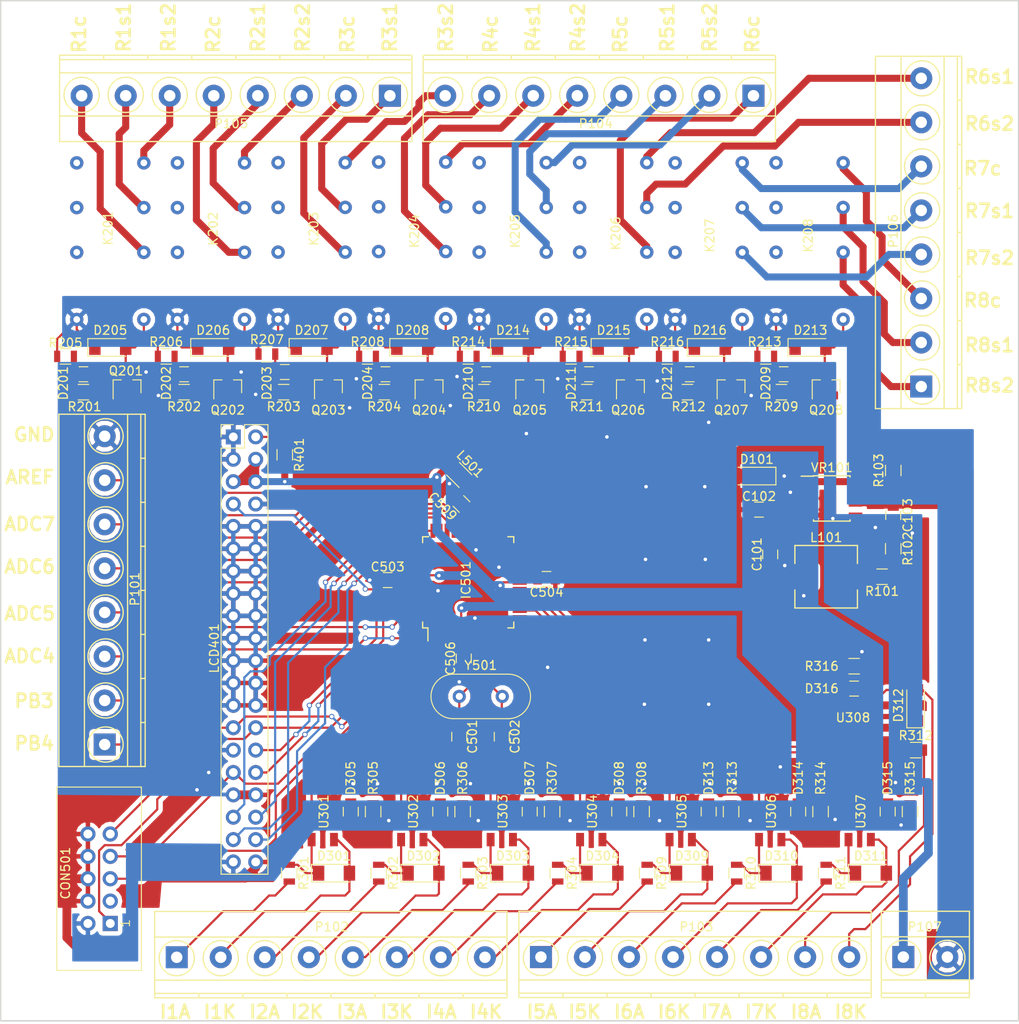
<source format=kicad_pcb>
(kicad_pcb (version 4) (host pcbnew 4.0.5)
  (layers (0 F.Cu signal) (31 B.Cu signal) (34 B.Paste user) (35 F.Paste user) (36 B.SilkS user) (37 F.SilkS user) (38 B.Mask user) (39 F.Mask user) (44 Edge.Cuts user))
  (net 0 "")
  (net 1 +3V3)
  (net 2 GND)
  (net 3 "Net-(C102-Pad2)")
  (net 4 +24V)
  (net 5 "Net-(D201-Pad2)")
  (net 6 "Net-(D202-Pad2)")
  (net 7 "Net-(D203-Pad2)")
  (net 8 "Net-(D204-Pad2)")
  (net 9 "Net-(K201-Pad13)")
  (net 10 "Net-(K201-Pad11)")
  (net 11 "Net-(K201-Pad9)")
  (net 12 "Net-(K202-Pad13)")
  (net 13 "Net-(K202-Pad11)")
  (net 14 "Net-(K202-Pad9)")
  (net 15 "Net-(K203-Pad13)")
  (net 16 "Net-(K203-Pad11)")
  (net 17 "Net-(K203-Pad9)")
  (net 18 "Net-(K204-Pad13)")
  (net 19 "Net-(K204-Pad11)")
  (net 20 "Net-(K204-Pad9)")
  (net 21 "Net-(K205-Pad13)")
  (net 22 "Net-(K205-Pad11)")
  (net 23 "Net-(K205-Pad9)")
  (net 24 "Net-(K206-Pad13)")
  (net 25 "Net-(K206-Pad11)")
  (net 26 "Net-(K206-Pad9)")
  (net 27 "Net-(L101-Pad2)")
  (net 28 "Net-(Q201-Pad3)")
  (net 29 "Net-(Q202-Pad3)")
  (net 30 "Net-(Q203-Pad3)")
  (net 31 "Net-(Q204-Pad3)")
  (net 32 "Net-(Q205-Pad3)")
  (net 33 "Net-(Q206-Pad3)")
  (net 34 "Net-(R101-Pad1)")
  (net 35 "Net-(R103-Pad2)")
  (net 36 "Net-(C501-Pad1)")
  (net 37 "Net-(C502-Pad1)")
  (net 38 /LCDTouchScreen/MOSI)
  (net 39 "Net-(CON501-Pad3)")
  (net 40 /LCDTouchScreen/SCK)
  (net 41 /LCDTouchScreen/MISO)
  (net 42 /RelayOutputs/OR1com)
  (net 43 /RelayOutputs/OR1sel1)
  (net 44 /RelayOutputs/OR1sel2)
  (net 45 /RelayOutputs/OR2com)
  (net 46 /RelayOutputs/OR2sel1)
  (net 47 /RelayOutputs/OR2sel2)
  (net 48 /RelayOutputs/OR3com)
  (net 49 /RelayOutputs/OR3sel1)
  (net 50 /RelayOutputs/OR3sel2)
  (net 51 /RelayOutputs/OR4com)
  (net 52 /RelayOutputs/OR4sel1)
  (net 53 /RelayOutputs/OR4sel2)
  (net 54 /RelayOutputs/OR5com)
  (net 55 /RelayOutputs/OR5sel1)
  (net 56 /RelayOutputs/OR5sel2)
  (net 57 /RelayOutputs/OR6com)
  (net 58 "Net-(LCD401-Pad2)")
  (net 59 /LCDTouchScreen/RST)
  (net 60 /LCDTouchScreen/WR)
  (net 61 /LCDTouchScreen/CS)
  (net 62 /Microcontroller/ADC0)
  (net 63 /Microcontroller/ADC1)
  (net 64 /Microcontroller/ADC2)
  (net 65 /Microcontroller/ADC3)
  (net 66 /RelayOutputs/O1)
  (net 67 /RelayOutputs/O2)
  (net 68 /RelayOutputs/O3)
  (net 69 /RelayOutputs/O4)
  (net 70 /RelayOutputs/O5)
  (net 71 /RelayOutputs/O6)
  (net 72 /RelayInputs/I1)
  (net 73 /RelayInputs/I2)
  (net 74 /RelayInputs/I3)
  (net 75 /RelayInputs/I4)
  (net 76 /RelayInputs/I5)
  (net 77 /RelayInputs/I6)
  (net 78 /RelayInputs/I7)
  (net 79 /RelayInputs/I8)
  (net 80 /RelayOutputs/O7)
  (net 81 /RelayOutputs/O8)
  (net 82 /RelayOutputs/OR7sel1)
  (net 83 "Net-(K207-Pad13)")
  (net 84 "Net-(K207-Pad11)")
  (net 85 "Net-(K207-Pad9)")
  (net 86 /RelayOutputs/OR8sel1)
  (net 87 "Net-(K208-Pad13)")
  (net 88 "Net-(K208-Pad11)")
  (net 89 "Net-(K208-Pad9)")
  (net 90 "Net-(Q207-Pad3)")
  (net 91 "Net-(Q208-Pad3)")
  (net 92 /OR6s1)
  (net 93 /OR6s2)
  (net 94 /OR7c)
  (net 95 /OR7s2)
  (net 96 /OR8c)
  (net 97 /OR8s2)
  (net 98 "Net-(D301-Pad1)")
  (net 99 /RelayInputs/RI1K)
  (net 100 "Net-(D302-Pad1)")
  (net 101 /RelayInputs/RI2K)
  (net 102 "Net-(D303-Pad1)")
  (net 103 /RelayInputs/RI3K)
  (net 104 "Net-(D304-Pad1)")
  (net 105 /RelayInputs/RI4K)
  (net 106 /RelayInputs/RI5K)
  (net 107 /RelayInputs/RI6K)
  (net 108 /RelayInputs/RI7K)
  (net 109 /RelayInputs/RI8K)
  (net 110 /RelayInputs/RI4A)
  (net 111 /RelayInputs/RI3A)
  (net 112 /RelayInputs/RI2A)
  (net 113 /RelayInputs/RI1A)
  (net 114 /RelayInputs/RI8A)
  (net 115 /RelayInputs/RI7A)
  (net 116 /RelayInputs/RI6A)
  (net 117 /RelayInputs/RI5A)
  (net 118 /Microcontroller/RESET)
  (net 119 /Microcontroller/ADC7)
  (net 120 /Microcontroller/ADC6)
  (net 121 /Microcontroller/ADC5)
  (net 122 /Microcontroller/ADC4)
  (net 123 "Net-(C509-Pad2)")
  (net 124 "Net-(D201-Pad1)")
  (net 125 "Net-(D202-Pad1)")
  (net 126 "Net-(D203-Pad1)")
  (net 127 "Net-(D204-Pad1)")
  (net 128 "Net-(D209-Pad1)")
  (net 129 "Net-(D209-Pad2)")
  (net 130 "Net-(D210-Pad1)")
  (net 131 "Net-(D210-Pad2)")
  (net 132 "Net-(D211-Pad1)")
  (net 133 "Net-(D211-Pad2)")
  (net 134 "Net-(D212-Pad1)")
  (net 135 "Net-(D212-Pad2)")
  (net 136 "Net-(D305-Pad2)")
  (net 137 "Net-(D306-Pad2)")
  (net 138 "Net-(D307-Pad2)")
  (net 139 "Net-(D308-Pad2)")
  (net 140 "Net-(D309-Pad1)")
  (net 141 "Net-(D310-Pad1)")
  (net 142 "Net-(D311-Pad1)")
  (net 143 "Net-(D312-Pad1)")
  (net 144 "Net-(D313-Pad2)")
  (net 145 "Net-(D314-Pad2)")
  (net 146 "Net-(D315-Pad2)")
  (net 147 "Net-(D316-Pad2)")
  (net 148 /Microcontroller/AREF)
  (net 149 /PB3)
  (net 150 /PB4)
  (module Capacitors_SMD:C_0805 (layer F.Cu) (at 100.838 90.17 315)
    (fp_text reference C509 (at -1.347038 1.706249 315) (layer F.SilkS))
    (fp_text value 100uF)
    (pad 1 smd rect (at -1 0 315) (size 1 1.25) (layers F.Cu F.Paste F.Mask) (net 2 GND))
    (pad 2 smd rect (at 1 0 315) (size 1 1.25) (layers F.Cu F.Paste F.Mask) (net 123 "Net-(C509-Pad2)"))
  )
  (module Meisei:Meisei-m4-24h (layer F.Cu) (at 110.460763 69.1925 180)
    (fp_text reference K205 (at 3.526763 10.0105 270) (layer F.SilkS))
    (fp_text value Meisei-m4-24h)
    (pad 1 thru_hole circle (at 0 0 180) (size 1.524 1.524) (drill 0.762) (layers *.Cu *.Mask) (net 130 "Net-(D210-Pad1)"))
    (pad 4 thru_hole circle (at 0 7.62 180) (size 1.524 1.524) (drill 0.762) (layers *.Cu *.Mask) (net 54 /RelayOutputs/OR5com))
    (pad 6 thru_hole circle (at 0 12.7 180) (size 1.524 1.524) (drill 0.762) (layers *.Cu *.Mask) (net 55 /RelayOutputs/OR5sel1))
    (pad 8 thru_hole circle (at 0 17.78 180) (size 1.524 1.524) (drill 0.762) (layers *.Cu *.Mask) (net 56 /RelayOutputs/OR5sel2))
    (pad 16 thru_hole circle (at 7.62 0 180) (size 1.524 1.524) (drill 0.762) (layers *.Cu *.Mask) (net 4 +24V))
    (pad 13 thru_hole circle (at 7.62 7.62 180) (size 1.524 1.524) (drill 0.762) (layers *.Cu *.Mask) (net 21 "Net-(K205-Pad13)"))
    (pad 11 thru_hole circle (at 7.62 12.7 180) (size 1.524 1.524) (drill 0.762) (layers *.Cu *.Mask) (net 22 "Net-(K205-Pad11)"))
    (pad 9 thru_hole circle (at 7.62 17.78 180) (size 1.524 1.524) (drill 0.762) (layers *.Cu *.Mask) (net 23 "Net-(K205-Pad9)"))
  )
  (module Capacitors_SMD:C_0805 (layer F.Cu) (at 135.89 95.885 90)
    (fp_text reference C101 (at 0 -1.5 90) (layer F.SilkS))
    (fp_text value 4uF)
    (pad 1 smd rect (at -1 0 90) (size 1 1.25) (layers F.Cu F.Paste F.Mask) (net 1 +3V3))
    (pad 2 smd rect (at 1 0 90) (size 1 1.25) (layers F.Cu F.Paste F.Mask) (net 2 GND))
  )
  (module Capacitors_SMD:C_0805 (layer F.Cu) (at 134.62 90.805)
    (fp_text reference C102 (at 0 -1.5) (layer F.SilkS))
    (fp_text value 32pF)
    (pad 1 smd rect (at -1 0) (size 1 1.25) (layers F.Cu F.Paste F.Mask) (net 2 GND))
    (pad 2 smd rect (at 1 0) (size 1 1.25) (layers F.Cu F.Paste F.Mask) (net 3 "Net-(C102-Pad2)"))
  )
  (module Capacitors_SMD:C_0805 (layer F.Cu) (at 149.86 91.44 270)
    (fp_text reference C103 (at 0 -1.651 270) (layer F.SilkS))
    (fp_text value 100uF)
    (pad 1 smd rect (at -1 0 270) (size 1 1.25) (layers F.Cu F.Paste F.Mask) (net 4 +24V))
    (pad 2 smd rect (at 1 0 270) (size 1 1.25) (layers F.Cu F.Paste F.Mask) (net 2 GND))
  )
  (module Meisei:Meisei-m4-24h (layer F.Cu) (at 64.77 69.215 180)
    (fp_text reference K201 (at 4.064 10.3378 270) (layer F.SilkS))
    (fp_text value Meisei-m4-24h)
    (pad 1 thru_hole circle (at 0 0 180) (size 1.524 1.524) (drill 0.762) (layers *.Cu *.Mask) (net 124 "Net-(D201-Pad1)"))
    (pad 4 thru_hole circle (at 0 7.62 180) (size 1.524 1.524) (drill 0.762) (layers *.Cu *.Mask) (net 42 /RelayOutputs/OR1com))
    (pad 6 thru_hole circle (at 0 12.7 180) (size 1.524 1.524) (drill 0.762) (layers *.Cu *.Mask) (net 43 /RelayOutputs/OR1sel1))
    (pad 8 thru_hole circle (at 0 17.78 180) (size 1.524 1.524) (drill 0.762) (layers *.Cu *.Mask) (net 44 /RelayOutputs/OR1sel2))
    (pad 16 thru_hole circle (at 7.62 0 180) (size 1.524 1.524) (drill 0.762) (layers *.Cu *.Mask) (net 4 +24V))
    (pad 13 thru_hole circle (at 7.62 7.62 180) (size 1.524 1.524) (drill 0.762) (layers *.Cu *.Mask) (net 9 "Net-(K201-Pad13)"))
    (pad 11 thru_hole circle (at 7.62 12.7 180) (size 1.524 1.524) (drill 0.762) (layers *.Cu *.Mask) (net 10 "Net-(K201-Pad11)"))
    (pad 9 thru_hole circle (at 7.62 17.78 180) (size 1.524 1.524) (drill 0.762) (layers *.Cu *.Mask) (net 11 "Net-(K201-Pad9)"))
  )
  (module Meisei:Meisei-m4-24h (layer F.Cu) (at 76.2 69.215 180)
    (fp_text reference K202 (at 3.556 10.287 270) (layer F.SilkS))
    (fp_text value Meisei-m4-24h)
    (pad 1 thru_hole circle (at 0 0 180) (size 1.524 1.524) (drill 0.762) (layers *.Cu *.Mask) (net 125 "Net-(D202-Pad1)"))
    (pad 4 thru_hole circle (at 0 7.62 180) (size 1.524 1.524) (drill 0.762) (layers *.Cu *.Mask) (net 45 /RelayOutputs/OR2com))
    (pad 6 thru_hole circle (at 0 12.7 180) (size 1.524 1.524) (drill 0.762) (layers *.Cu *.Mask) (net 46 /RelayOutputs/OR2sel1))
    (pad 8 thru_hole circle (at 0 17.78 180) (size 1.524 1.524) (drill 0.762) (layers *.Cu *.Mask) (net 47 /RelayOutputs/OR2sel2))
    (pad 16 thru_hole circle (at 7.62 0 180) (size 1.524 1.524) (drill 0.762) (layers *.Cu *.Mask) (net 4 +24V))
    (pad 13 thru_hole circle (at 7.62 7.62 180) (size 1.524 1.524) (drill 0.762) (layers *.Cu *.Mask) (net 12 "Net-(K202-Pad13)"))
    (pad 11 thru_hole circle (at 7.62 12.7 180) (size 1.524 1.524) (drill 0.762) (layers *.Cu *.Mask) (net 13 "Net-(K202-Pad11)"))
    (pad 9 thru_hole circle (at 7.62 17.78 180) (size 1.524 1.524) (drill 0.762) (layers *.Cu *.Mask) (net 14 "Net-(K202-Pad9)"))
  )
  (module Meisei:Meisei-m4-24h (layer F.Cu) (at 87.634763 69.1925 180)
    (fp_text reference K203 (at 3.560763 10.2645 270) (layer F.SilkS))
    (fp_text value Meisei-m4-24h)
    (pad 1 thru_hole circle (at 0 0 180) (size 1.524 1.524) (drill 0.762) (layers *.Cu *.Mask) (net 126 "Net-(D203-Pad1)"))
    (pad 4 thru_hole circle (at 0 7.62 180) (size 1.524 1.524) (drill 0.762) (layers *.Cu *.Mask) (net 48 /RelayOutputs/OR3com))
    (pad 6 thru_hole circle (at 0 12.7 180) (size 1.524 1.524) (drill 0.762) (layers *.Cu *.Mask) (net 49 /RelayOutputs/OR3sel1))
    (pad 8 thru_hole circle (at 0 17.78 180) (size 1.524 1.524) (drill 0.762) (layers *.Cu *.Mask) (net 50 /RelayOutputs/OR3sel2))
    (pad 16 thru_hole circle (at 7.62 0 180) (size 1.524 1.524) (drill 0.762) (layers *.Cu *.Mask) (net 4 +24V))
    (pad 13 thru_hole circle (at 7.62 7.62 180) (size 1.524 1.524) (drill 0.762) (layers *.Cu *.Mask) (net 15 "Net-(K203-Pad13)"))
    (pad 11 thru_hole circle (at 7.62 12.7 180) (size 1.524 1.524) (drill 0.762) (layers *.Cu *.Mask) (net 16 "Net-(K203-Pad11)"))
    (pad 9 thru_hole circle (at 7.62 17.78 180) (size 1.524 1.524) (drill 0.762) (layers *.Cu *.Mask) (net 17 "Net-(K203-Pad9)"))
  )
  (module Meisei:Meisei-m4-24h (layer F.Cu) (at 99.047763 69.129 180)
    (fp_text reference K204 (at 3.543763 9.947 270) (layer F.SilkS))
    (fp_text value Meisei-m4-24h)
    (pad 1 thru_hole circle (at 0 0 180) (size 1.524 1.524) (drill 0.762) (layers *.Cu *.Mask) (net 127 "Net-(D204-Pad1)"))
    (pad 4 thru_hole circle (at 0 7.62 180) (size 1.524 1.524) (drill 0.762) (layers *.Cu *.Mask) (net 51 /RelayOutputs/OR4com))
    (pad 6 thru_hole circle (at 0 12.7 180) (size 1.524 1.524) (drill 0.762) (layers *.Cu *.Mask) (net 52 /RelayOutputs/OR4sel1))
    (pad 8 thru_hole circle (at 0 17.78 180) (size 1.524 1.524) (drill 0.762) (layers *.Cu *.Mask) (net 53 /RelayOutputs/OR4sel2))
    (pad 16 thru_hole circle (at 7.62 0 180) (size 1.524 1.524) (drill 0.762) (layers *.Cu *.Mask) (net 4 +24V))
    (pad 13 thru_hole circle (at 7.62 7.62 180) (size 1.524 1.524) (drill 0.762) (layers *.Cu *.Mask) (net 18 "Net-(K204-Pad13)"))
    (pad 11 thru_hole circle (at 7.62 12.7 180) (size 1.524 1.524) (drill 0.762) (layers *.Cu *.Mask) (net 19 "Net-(K204-Pad11)"))
    (pad 9 thru_hole circle (at 7.62 17.78 180) (size 1.524 1.524) (drill 0.762) (layers *.Cu *.Mask) (net 20 "Net-(K204-Pad9)"))
  )
  (module Meisei:Meisei-m4-24h (layer F.Cu) (at 121.873763 69.1925 180)
    (fp_text reference K206 (at 3.509763 9.7565 270) (layer F.SilkS))
    (fp_text value Meisei-m4-24h)
    (pad 1 thru_hole circle (at 0 0 180) (size 1.524 1.524) (drill 0.762) (layers *.Cu *.Mask) (net 132 "Net-(D211-Pad1)"))
    (pad 4 thru_hole circle (at 0 7.62 180) (size 1.524 1.524) (drill 0.762) (layers *.Cu *.Mask) (net 57 /RelayOutputs/OR6com))
    (pad 6 thru_hole circle (at 0 12.7 180) (size 1.524 1.524) (drill 0.762) (layers *.Cu *.Mask) (net 92 /OR6s1))
    (pad 8 thru_hole circle (at 0 17.78 180) (size 1.524 1.524) (drill 0.762) (layers *.Cu *.Mask) (net 93 /OR6s2))
    (pad 16 thru_hole circle (at 7.62 0 180) (size 1.524 1.524) (drill 0.762) (layers *.Cu *.Mask) (net 4 +24V))
    (pad 13 thru_hole circle (at 7.62 7.62 180) (size 1.524 1.524) (drill 0.762) (layers *.Cu *.Mask) (net 24 "Net-(K206-Pad13)"))
    (pad 11 thru_hole circle (at 7.62 12.7 180) (size 1.524 1.524) (drill 0.762) (layers *.Cu *.Mask) (net 25 "Net-(K206-Pad11)"))
    (pad 9 thru_hole circle (at 7.62 17.78 180) (size 1.524 1.524) (drill 0.762) (layers *.Cu *.Mask) (net 26 "Net-(K206-Pad9)"))
  )
  (module MMBT3904:MMBT3904 (layer F.Cu) (at 62.865 76.835 90)
    (fp_text reference Q201 (at 1.778 -0.127 180) (layer F.SilkS))
    (fp_text value Q_NPN_BCE)
    (pad 3 smd rect (at -1 -0.95 90) (size 0.9 0.8) (layers F.Cu F.Paste F.Mask) (net 28 "Net-(Q201-Pad3)"))
    (pad 1 smd rect (at -1 0.95 90) (size 0.9 0.8) (layers F.Cu F.Paste F.Mask) (net 2 GND))
    (pad 2 smd rect (at 1 0 90) (size 0.9 0.8) (layers F.Cu F.Paste F.Mask) (net 124 "Net-(D201-Pad1)"))
  )
  (module MMBT3904:MMBT3904 (layer F.Cu) (at 74.295 76.835 90)
    (fp_text reference Q202 (at -2.667 0 180) (layer F.SilkS))
    (fp_text value Q_NPN_BCE)
    (pad 3 smd rect (at -1 -0.95 90) (size 0.9 0.8) (layers F.Cu F.Paste F.Mask) (net 29 "Net-(Q202-Pad3)"))
    (pad 1 smd rect (at -1 0.95 90) (size 0.9 0.8) (layers F.Cu F.Paste F.Mask) (net 2 GND))
    (pad 2 smd rect (at 1 0 90) (size 0.9 0.8) (layers F.Cu F.Paste F.Mask) (net 125 "Net-(D202-Pad1)"))
  )
  (module MMBT3904:MMBT3904 (layer F.Cu) (at 85.725 76.835 90)
    (fp_text reference Q203 (at -2.667 0 180) (layer F.SilkS))
    (fp_text value Q_NPN_BCE)
    (pad 3 smd rect (at -1 -0.95 90) (size 0.9 0.8) (layers F.Cu F.Paste F.Mask) (net 30 "Net-(Q203-Pad3)"))
    (pad 1 smd rect (at -1 0.95 90) (size 0.9 0.8) (layers F.Cu F.Paste F.Mask) (net 2 GND))
    (pad 2 smd rect (at 1 0 90) (size 0.9 0.8) (layers F.Cu F.Paste F.Mask) (net 126 "Net-(D203-Pad1)"))
  )
  (module MMBT3904:MMBT3904 (layer F.Cu) (at 97.155 76.835 90)
    (fp_text reference Q204 (at -2.667 0 180) (layer F.SilkS))
    (fp_text value Q_NPN_BCE)
    (pad 3 smd rect (at -1 -0.95 90) (size 0.9 0.8) (layers F.Cu F.Paste F.Mask) (net 31 "Net-(Q204-Pad3)"))
    (pad 1 smd rect (at -1 0.95 90) (size 0.9 0.8) (layers F.Cu F.Paste F.Mask) (net 2 GND))
    (pad 2 smd rect (at 1 0 90) (size 0.9 0.8) (layers F.Cu F.Paste F.Mask) (net 127 "Net-(D204-Pad1)"))
  )
  (module MMBT3904:MMBT3904 (layer F.Cu) (at 108.585 76.835 90)
    (fp_text reference Q205 (at -2.667 0 180) (layer F.SilkS))
    (fp_text value Q_NPN_BCE)
    (pad 3 smd rect (at -1 -0.95 90) (size 0.9 0.8) (layers F.Cu F.Paste F.Mask) (net 32 "Net-(Q205-Pad3)"))
    (pad 1 smd rect (at -1 0.95 90) (size 0.9 0.8) (layers F.Cu F.Paste F.Mask) (net 2 GND))
    (pad 2 smd rect (at 1 0 90) (size 0.9 0.8) (layers F.Cu F.Paste F.Mask) (net 130 "Net-(D210-Pad1)"))
  )
  (module MMBT3904:MMBT3904 (layer F.Cu) (at 120.015 76.835 90)
    (fp_text reference Q206 (at -2.667 -0.254 180) (layer F.SilkS))
    (fp_text value Q_NPN_BCE)
    (pad 3 smd rect (at -1 -0.95 90) (size 0.9 0.8) (layers F.Cu F.Paste F.Mask) (net 33 "Net-(Q206-Pad3)"))
    (pad 1 smd rect (at -1 0.95 90) (size 0.9 0.8) (layers F.Cu F.Paste F.Mask) (net 2 GND))
    (pad 2 smd rect (at 1 0 90) (size 0.9 0.8) (layers F.Cu F.Paste F.Mask) (net 132 "Net-(D211-Pad1)"))
  )
  (module Resistors_SMD:R_0805 (layer F.Cu) (at 148.59 98.425 180)
    (fp_text reference R101 (at 0 -1.65 180) (layer F.SilkS))
    (fp_text value 18kR)
    (pad 1 smd rect (at -0.95 0 180) (size 0.7 1.3) (layers F.Cu F.Paste F.Mask) (net 34 "Net-(R101-Pad1)"))
    (pad 2 smd rect (at 0.95 0 180) (size 0.7 1.3) (layers F.Cu F.Paste F.Mask) (net 27 "Net-(L101-Pad2)"))
  )
  (module Resistors_SMD:R_0805 (layer F.Cu) (at 149.86 95.25 270)
    (fp_text reference R102 (at 0 -1.65 270) (layer F.SilkS))
    (fp_text value 11kR)
    (pad 1 smd rect (at -0.95 0 270) (size 0.7 1.3) (layers F.Cu F.Paste F.Mask) (net 2 GND))
    (pad 2 smd rect (at 0.95 0 270) (size 0.7 1.3) (layers F.Cu F.Paste F.Mask) (net 34 "Net-(R101-Pad1)"))
  )
  (module Resistors_SMD:R_0805 (layer F.Cu) (at 149.86 86.36 90)
    (fp_text reference R103 (at 0 -1.65 90) (layer F.SilkS))
    (fp_text value 1.5R)
    (pad 1 smd rect (at -0.95 0 90) (size 0.7 1.3) (layers F.Cu F.Paste F.Mask) (net 4 +24V))
    (pad 2 smd rect (at 0.95 0 90) (size 0.7 1.3) (layers F.Cu F.Paste F.Mask) (net 35 "Net-(R103-Pad2)"))
  )
  (module Resistors_SMD:R_0805 (layer F.Cu) (at 57.912 77.47)
    (fp_text reference R201 (at 0.127 1.651) (layer F.SilkS))
    (fp_text value 10kR)
    (pad 1 smd rect (at -0.95 0) (size 0.7 1.3) (layers F.Cu F.Paste F.Mask) (net 66 /RelayOutputs/O1))
    (pad 2 smd rect (at 0.95 0) (size 0.7 1.3) (layers F.Cu F.Paste F.Mask) (net 28 "Net-(Q201-Pad3)"))
  )
  (module Resistors_SMD:R_0805 (layer F.Cu) (at 69.342 77.47)
    (fp_text reference R202 (at 0 1.651) (layer F.SilkS))
    (fp_text value 10kR)
    (pad 1 smd rect (at -0.95 0) (size 0.7 1.3) (layers F.Cu F.Paste F.Mask) (net 67 /RelayOutputs/O2))
    (pad 2 smd rect (at 0.95 0) (size 0.7 1.3) (layers F.Cu F.Paste F.Mask) (net 29 "Net-(Q202-Pad3)"))
  )
  (module Resistors_SMD:R_0805 (layer F.Cu) (at 80.645 77.47 180)
    (fp_text reference R203 (at 0 -1.65 180) (layer F.SilkS))
    (fp_text value 10kR)
    (pad 1 smd rect (at -0.95 0 180) (size 0.7 1.3) (layers F.Cu F.Paste F.Mask) (net 30 "Net-(Q203-Pad3)"))
    (pad 2 smd rect (at 0.95 0 180) (size 0.7 1.3) (layers F.Cu F.Paste F.Mask) (net 68 /RelayOutputs/O3))
  )
  (module Resistors_SMD:R_0805 (layer F.Cu) (at 92.075 77.47 180)
    (fp_text reference R204 (at 0 -1.65 180) (layer F.SilkS))
    (fp_text value 10kR)
    (pad 1 smd rect (at -0.95 0 180) (size 0.7 1.3) (layers F.Cu F.Paste F.Mask) (net 31 "Net-(Q204-Pad3)"))
    (pad 2 smd rect (at 0.95 0 180) (size 0.7 1.3) (layers F.Cu F.Paste F.Mask) (net 69 /RelayOutputs/O4))
  )
  (module Resistors_SMD:R_0805 (layer F.Cu) (at 55.88 73.406 180)
    (fp_text reference R205 (at 0 1.524 180) (layer F.SilkS))
    (fp_text value 10kR)
    (pad 1 smd rect (at -0.95 0 180) (size 0.7 1.3) (layers F.Cu F.Paste F.Mask) (net 5 "Net-(D201-Pad2)"))
    (pad 2 smd rect (at 0.95 0 180) (size 0.7 1.3) (layers F.Cu F.Paste F.Mask) (net 4 +24V))
  )
  (module Resistors_SMD:R_0805 (layer F.Cu) (at 67.31 73.406 180)
    (fp_text reference R206 (at 0 1.651 180) (layer F.SilkS))
    (fp_text value 10kR)
    (pad 1 smd rect (at -0.95 0 180) (size 0.7 1.3) (layers F.Cu F.Paste F.Mask) (net 6 "Net-(D202-Pad2)"))
    (pad 2 smd rect (at 0.95 0 180) (size 0.7 1.3) (layers F.Cu F.Paste F.Mask) (net 4 +24V))
  )
  (module Capacitors_SMD:C_0805 (layer F.Cu) (at 100.584 116.586 270)
    (fp_text reference C501 (at 0 -1.5 270) (layer F.SilkS))
    (fp_text value C)
    (pad 1 smd rect (at -1 0 270) (size 1 1.25) (layers F.Cu F.Paste F.Mask) (net 36 "Net-(C501-Pad1)"))
    (pad 2 smd rect (at 1 0 270) (size 1 1.25) (layers F.Cu F.Paste F.Mask) (net 2 GND))
  )
  (module Capacitors_SMD:C_0805 (layer F.Cu) (at 105.41 116.586 270)
    (fp_text reference C502 (at 0 -1.5 270) (layer F.SilkS))
    (fp_text value C)
    (pad 1 smd rect (at -1 0 270) (size 1 1.25) (layers F.Cu F.Paste F.Mask) (net 37 "Net-(C502-Pad1)"))
    (pad 2 smd rect (at 1 0 270) (size 1 1.25) (layers F.Cu F.Paste F.Mask) (net 2 GND))
  )
  (module Connectors:IDC_Header_Straight_10pins (layer F.Cu) (at 60.96 137.795 90)
    (fp_text reference CON501 (at 5.715 -5.08 90) (layer F.SilkS))
    (fp_text value AVR-ISP-10)
    (fp_text user 1 (at 0.02 1.72 90) (layer F.SilkS) (effects (font (thickness 0.12))))
    (pad 1 thru_hole rect (at 0 0 90) (size 1.7272 1.7272) (drill 1.016) (layers *.Cu *.Mask) (net 38 /LCDTouchScreen/MOSI))
    (pad 2 thru_hole oval (at 0 -2.54 90) (size 1.7272 1.7272) (drill 1.016) (layers *.Cu *.Mask) (net 1 +3V3))
    (pad 3 thru_hole oval (at 2.54 0 90) (size 1.7272 1.7272) (drill 1.016) (layers *.Cu *.Mask) (net 39 "Net-(CON501-Pad3)"))
    (pad 4 thru_hole oval (at 2.54 -2.54 90) (size 1.7272 1.7272) (drill 1.016) (layers *.Cu *.Mask) (net 2 GND))
    (pad 5 thru_hole oval (at 5.08 0 90) (size 1.7272 1.7272) (drill 1.016) (layers *.Cu *.Mask) (net 118 /Microcontroller/RESET))
    (pad 6 thru_hole oval (at 5.08 -2.54 90) (size 1.7272 1.7272) (drill 1.016) (layers *.Cu *.Mask) (net 2 GND))
    (pad 7 thru_hole oval (at 7.62 0 90) (size 1.7272 1.7272) (drill 1.016) (layers *.Cu *.Mask) (net 40 /LCDTouchScreen/SCK))
    (pad 8 thru_hole oval (at 7.62 -2.54 90) (size 1.7272 1.7272) (drill 1.016) (layers *.Cu *.Mask) (net 2 GND))
    (pad 9 thru_hole oval (at 10.16 0 90) (size 1.7272 1.7272) (drill 1.016) (layers *.Cu *.Mask) (net 41 /LCDTouchScreen/MISO))
    (pad 10 thru_hole oval (at 10.16 -2.54 90) (size 1.7272 1.7272) (drill 1.016) (layers *.Cu *.Mask) (net 2 GND))
  )
  (module Pin_Headers:Pin_Header_Straight_2x20_Pitch2.54mm (layer F.Cu) (at 74.93 82.55)
    (fp_text reference LCD401 (at -2.159 24.003 90) (layer F.SilkS))
    (fp_text value tft-proto-mi0283qt-9a)
    (pad 1 thru_hole rect (at 0 0) (size 1.7 1.7) (drill 1) (layers *.Cu *.Mask) (net 2 GND))
    (pad 2 thru_hole oval (at 2.54 0) (size 1.7 1.7) (drill 1) (layers *.Cu *.Mask) (net 58 "Net-(LCD401-Pad2)"))
    (pad 3 thru_hole oval (at 0 2.54) (size 1.7 1.7) (drill 1) (layers *.Cu *.Mask) (net 2 GND))
    (pad 4 thru_hole oval (at 2.54 2.54) (size 1.7 1.7) (drill 1) (layers *.Cu *.Mask) (net 1 +3V3))
    (pad 5 thru_hole oval (at 0 5.08) (size 1.7 1.7) (drill 1) (layers *.Cu *.Mask) (net 1 +3V3))
    (pad 6 thru_hole oval (at 2.54 5.08) (size 1.7 1.7) (drill 1) (layers *.Cu *.Mask) (net 1 +3V3))
    (pad 7 thru_hole oval (at 0 7.62) (size 1.7 1.7) (drill 1) (layers *.Cu *.Mask) (net 59 /LCDTouchScreen/RST))
    (pad 8 thru_hole oval (at 2.54 7.62) (size 1.7 1.7) (drill 1) (layers *.Cu *.Mask) (net 2 GND))
    (pad 9 thru_hole oval (at 0 10.16) (size 1.7 1.7) (drill 1) (layers *.Cu *.Mask) (net 2 GND))
    (pad 10 thru_hole oval (at 2.54 10.16) (size 1.7 1.7) (drill 1) (layers *.Cu *.Mask) (net 2 GND))
    (pad 11 thru_hole oval (at 0 12.7) (size 1.7 1.7) (drill 1) (layers *.Cu *.Mask) (net 2 GND))
    (pad 12 thru_hole oval (at 2.54 12.7) (size 1.7 1.7) (drill 1) (layers *.Cu *.Mask) (net 2 GND))
    (pad 13 thru_hole oval (at 0 15.24) (size 1.7 1.7) (drill 1) (layers *.Cu *.Mask) (net 2 GND))
    (pad 14 thru_hole oval (at 2.54 15.24) (size 1.7 1.7) (drill 1) (layers *.Cu *.Mask) (net 2 GND))
    (pad 15 thru_hole oval (at 0 17.78) (size 1.7 1.7) (drill 1) (layers *.Cu *.Mask) (net 2 GND))
    (pad 16 thru_hole oval (at 2.54 17.78) (size 1.7 1.7) (drill 1) (layers *.Cu *.Mask) (net 2 GND))
    (pad 17 thru_hole oval (at 0 20.32) (size 1.7 1.7) (drill 1) (layers *.Cu *.Mask) (net 2 GND))
    (pad 18 thru_hole oval (at 2.54 20.32) (size 1.7 1.7) (drill 1) (layers *.Cu *.Mask) (net 2 GND))
    (pad 19 thru_hole oval (at 0 22.86) (size 1.7 1.7) (drill 1) (layers *.Cu *.Mask) (net 2 GND))
    (pad 20 thru_hole oval (at 2.54 22.86) (size 1.7 1.7) (drill 1) (layers *.Cu *.Mask) (net 2 GND))
    (pad 21 thru_hole oval (at 0 25.4) (size 1.7 1.7) (drill 1) (layers *.Cu *.Mask) (net 2 GND))
    (pad 22 thru_hole oval (at 2.54 25.4) (size 1.7 1.7) (drill 1) (layers *.Cu *.Mask) (net 2 GND))
    (pad 23 thru_hole oval (at 0 27.94) (size 1.7 1.7) (drill 1) (layers *.Cu *.Mask) (net 2 GND))
    (pad 24 thru_hole oval (at 2.54 27.94) (size 1.7 1.7) (drill 1) (layers *.Cu *.Mask) (net 2 GND))
    (pad 25 thru_hole oval (at 0 30.48) (size 1.7 1.7) (drill 1) (layers *.Cu *.Mask) (net 2 GND))
    (pad 26 thru_hole oval (at 2.54 30.48) (size 1.7 1.7) (drill 1) (layers *.Cu *.Mask) (net 2 GND))
    (pad 27 thru_hole oval (at 0 33.02) (size 1.7 1.7) (drill 1) (layers *.Cu *.Mask) (net 41 /LCDTouchScreen/MISO))
    (pad 28 thru_hole oval (at 2.54 33.02) (size 1.7 1.7) (drill 1) (layers *.Cu *.Mask) (net 38 /LCDTouchScreen/MOSI))
    (pad 29 thru_hole oval (at 0 35.56) (size 1.7 1.7) (drill 1) (layers *.Cu *.Mask) (net 2 GND))
    (pad 30 thru_hole oval (at 2.54 35.56) (size 1.7 1.7) (drill 1) (layers *.Cu *.Mask) (net 60 /LCDTouchScreen/WR))
    (pad 31 thru_hole oval (at 0 38.1) (size 1.7 1.7) (drill 1) (layers *.Cu *.Mask) (net 40 /LCDTouchScreen/SCK))
    (pad 32 thru_hole oval (at 2.54 38.1) (size 1.7 1.7) (drill 1) (layers *.Cu *.Mask) (net 61 /LCDTouchScreen/CS))
    (pad 33 thru_hole oval (at 0 40.64) (size 1.7 1.7) (drill 1) (layers *.Cu *.Mask) (net 2 GND))
    (pad 34 thru_hole oval (at 2.54 40.64) (size 1.7 1.7) (drill 1) (layers *.Cu *.Mask) (net 2 GND))
    (pad 35 thru_hole oval (at 0 43.18) (size 1.7 1.7) (drill 1) (layers *.Cu *.Mask) (net 62 /Microcontroller/ADC0))
    (pad 36 thru_hole oval (at 2.54 43.18) (size 1.7 1.7) (drill 1) (layers *.Cu *.Mask) (net 63 /Microcontroller/ADC1))
    (pad 37 thru_hole oval (at 0 45.72) (size 1.7 1.7) (drill 1) (layers *.Cu *.Mask) (net 64 /Microcontroller/ADC2))
    (pad 38 thru_hole oval (at 2.54 45.72) (size 1.7 1.7) (drill 1) (layers *.Cu *.Mask) (net 65 /Microcontroller/ADC3))
    (pad 39 thru_hole oval (at 0 48.26) (size 1.7 1.7) (drill 1) (layers *.Cu *.Mask) (net 1 +3V3))
    (pad 40 thru_hole oval (at 2.54 48.26) (size 1.7 1.7) (drill 1) (layers *.Cu *.Mask) (net 2 GND))
  )
  (module Resistors_SMD:R_0805 (layer F.Cu) (at 80.772 84.582 270)
    (fp_text reference R401 (at 0 -1.65 270) (layer F.SilkS))
    (fp_text value 100R)
    (pad 1 smd rect (at -0.95 0 270) (size 0.7 1.3) (layers F.Cu F.Paste F.Mask) (net 58 "Net-(LCD401-Pad2)"))
    (pad 2 smd rect (at 0.95 0 270) (size 0.7 1.3) (layers F.Cu F.Paste F.Mask) (net 1 +3V3))
  )
  (module Crystals:Crystal_HC49-U_Vertical (layer F.Cu) (at 100.584 112.014)
    (fp_text reference Y501 (at 2.44 -3.525) (layer F.SilkS))
    (fp_text value Crystal)
    (pad 1 thru_hole circle (at 0 0) (size 1.5 1.5) (drill 0.8) (layers *.Cu *.Mask) (net 36 "Net-(C501-Pad1)"))
    (pad 2 thru_hole circle (at 4.88 0) (size 1.5 1.5) (drill 0.8) (layers *.Cu *.Mask) (net 37 "Net-(C502-Pad1)"))
  )
  (module Housings_QFP:LQFP-44_10x10mm_Pitch0.8mm (layer F.Cu) (at 101.6 99.06 90)
    (fp_text reference IC501 (at 0.254 -0.254 90) (layer F.SilkS))
    (fp_text value ATMEGA644-A)
    (pad 1 smd rect (at -5.85 -4 90) (size 1.6 0.56) (layers F.Cu F.Paste F.Mask) (net 38 /LCDTouchScreen/MOSI))
    (pad 2 smd rect (at -5.85 -3.2 90) (size 1.6 0.56) (layers F.Cu F.Paste F.Mask) (net 41 /LCDTouchScreen/MISO))
    (pad 3 smd rect (at -5.85 -2.4 90) (size 1.6 0.56) (layers F.Cu F.Paste F.Mask) (net 40 /LCDTouchScreen/SCK))
    (pad 4 smd rect (at -5.85 -1.6 90) (size 1.6 0.56) (layers F.Cu F.Paste F.Mask) (net 118 /Microcontroller/RESET))
    (pad 5 smd rect (at -5.85 -0.8 90) (size 1.6 0.56) (layers F.Cu F.Paste F.Mask) (net 1 +3V3))
    (pad 6 smd rect (at -5.85 0 90) (size 1.6 0.56) (layers F.Cu F.Paste F.Mask) (net 2 GND))
    (pad 7 smd rect (at -5.85 0.8 90) (size 1.6 0.56) (layers F.Cu F.Paste F.Mask) (net 36 "Net-(C501-Pad1)"))
    (pad 8 smd rect (at -5.85 1.6 90) (size 1.6 0.56) (layers F.Cu F.Paste F.Mask) (net 37 "Net-(C502-Pad1)"))
    (pad 9 smd rect (at -5.85 2.4 90) (size 1.6 0.56) (layers F.Cu F.Paste F.Mask) (net 72 /RelayInputs/I1))
    (pad 10 smd rect (at -5.85 3.2 90) (size 1.6 0.56) (layers F.Cu F.Paste F.Mask) (net 73 /RelayInputs/I2))
    (pad 11 smd rect (at -5.85 4 90) (size 1.6 0.56) (layers F.Cu F.Paste F.Mask) (net 74 /RelayInputs/I3))
    (pad 12 smd rect (at -4 5.85 180) (size 1.6 0.56) (layers F.Cu F.Paste F.Mask) (net 75 /RelayInputs/I4))
    (pad 13 smd rect (at -3.2 5.85 180) (size 1.6 0.56) (layers F.Cu F.Paste F.Mask) (net 76 /RelayInputs/I5))
    (pad 14 smd rect (at -2.4 5.85 180) (size 1.6 0.56) (layers F.Cu F.Paste F.Mask) (net 77 /RelayInputs/I6))
    (pad 15 smd rect (at -1.6 5.85 180) (size 1.6 0.56) (layers F.Cu F.Paste F.Mask) (net 78 /RelayInputs/I7))
    (pad 16 smd rect (at -0.8 5.85 180) (size 1.6 0.56) (layers F.Cu F.Paste F.Mask) (net 79 /RelayInputs/I8))
    (pad 17 smd rect (at 0 5.85 180) (size 1.6 0.56) (layers F.Cu F.Paste F.Mask) (net 1 +3V3))
    (pad 18 smd rect (at 0.8 5.85 180) (size 1.6 0.56) (layers F.Cu F.Paste F.Mask) (net 2 GND))
    (pad 19 smd rect (at 1.6 5.85 180) (size 1.6 0.56) (layers F.Cu F.Paste F.Mask) (net 81 /RelayOutputs/O8))
    (pad 20 smd rect (at 2.4 5.85 180) (size 1.6 0.56) (layers F.Cu F.Paste F.Mask) (net 80 /RelayOutputs/O7))
    (pad 21 smd rect (at 3.2 5.85 180) (size 1.6 0.56) (layers F.Cu F.Paste F.Mask) (net 71 /RelayOutputs/O6))
    (pad 22 smd rect (at 4 5.85 180) (size 1.6 0.56) (layers F.Cu F.Paste F.Mask) (net 70 /RelayOutputs/O5))
    (pad 23 smd rect (at 5.85 4 90) (size 1.6 0.56) (layers F.Cu F.Paste F.Mask) (net 69 /RelayOutputs/O4))
    (pad 24 smd rect (at 5.85 3.2 90) (size 1.6 0.56) (layers F.Cu F.Paste F.Mask) (net 68 /RelayOutputs/O3))
    (pad 25 smd rect (at 5.85 2.4 90) (size 1.6 0.56) (layers F.Cu F.Paste F.Mask) (net 67 /RelayOutputs/O2))
    (pad 26 smd rect (at 5.85 1.6 90) (size 1.6 0.56) (layers F.Cu F.Paste F.Mask) (net 66 /RelayOutputs/O1))
    (pad 27 smd rect (at 5.85 0.8 90) (size 1.6 0.56) (layers F.Cu F.Paste F.Mask) (net 123 "Net-(C509-Pad2)"))
    (pad 28 smd rect (at 5.85 0 90) (size 1.6 0.56) (layers F.Cu F.Paste F.Mask) (net 2 GND))
    (pad 29 smd rect (at 5.85 -0.8 90) (size 1.6 0.56) (layers F.Cu F.Paste F.Mask) (net 148 /Microcontroller/AREF))
    (pad 30 smd rect (at 5.85 -1.6 90) (size 1.6 0.56) (layers F.Cu F.Paste F.Mask) (net 119 /Microcontroller/ADC7))
    (pad 31 smd rect (at 5.85 -2.4 90) (size 1.6 0.56) (layers F.Cu F.Paste F.Mask) (net 120 /Microcontroller/ADC6))
    (pad 32 smd rect (at 5.85 -3.2 90) (size 1.6 0.56) (layers F.Cu F.Paste F.Mask) (net 121 /Microcontroller/ADC5))
    (pad 33 smd rect (at 5.85 -4 90) (size 1.6 0.56) (layers F.Cu F.Paste F.Mask) (net 122 /Microcontroller/ADC4))
    (pad 34 smd rect (at 4 -5.85 180) (size 1.6 0.56) (layers F.Cu F.Paste F.Mask) (net 62 /Microcontroller/ADC0))
    (pad 35 smd rect (at 3.2 -5.85 180) (size 1.6 0.56) (layers F.Cu F.Paste F.Mask) (net 63 /Microcontroller/ADC1))
    (pad 36 smd rect (at 2.4 -5.85 180) (size 1.6 0.56) (layers F.Cu F.Paste F.Mask) (net 64 /Microcontroller/ADC2))
    (pad 37 smd rect (at 1.6 -5.85 180) (size 1.6 0.56) (layers F.Cu F.Paste F.Mask) (net 65 /Microcontroller/ADC3))
    (pad 38 smd rect (at 0.8 -5.85 180) (size 1.6 0.56) (layers F.Cu F.Paste F.Mask) (net 1 +3V3))
    (pad 39 smd rect (at 0 -5.85 180) (size 1.6 0.56) (layers F.Cu F.Paste F.Mask) (net 2 GND))
    (pad 40 smd rect (at -0.8 -5.85 180) (size 1.6 0.56) (layers F.Cu F.Paste F.Mask) (net 59 /LCDTouchScreen/RST))
    (pad 41 smd rect (at -1.6 -5.85 180) (size 1.6 0.56) (layers F.Cu F.Paste F.Mask) (net 60 /LCDTouchScreen/WR))
    (pad 42 smd rect (at -2.4 -5.85 180) (size 1.6 0.56) (layers F.Cu F.Paste F.Mask) (net 61 /LCDTouchScreen/CS))
    (pad 43 smd rect (at -3.2 -5.85 180) (size 1.6 0.56) (layers F.Cu F.Paste F.Mask) (net 149 /PB3))
    (pad 44 smd rect (at -4 -5.85 180) (size 1.6 0.56) (layers F.Cu F.Paste F.Mask) (net 150 /PB4))
  )
  (module Diodes_SMD:D_MiniMELF_Standard (layer F.Cu) (at 83.82 72.39)
    (fp_text reference D207 (at 0 -1.95) (layer F.SilkS))
    (fp_text value D)
    (pad 1 smd rect (at -1.75 0) (size 1.3 1.7) (layers F.Cu F.Paste F.Mask) (net 4 +24V))
    (pad 2 smd rect (at 1.75 0) (size 1.3 1.7) (layers F.Cu F.Paste F.Mask) (net 126 "Net-(D203-Pad1)"))
  )
  (module Diodes_SMD:D_MiniMELF_Standard (layer F.Cu) (at 95.25 72.39)
    (fp_text reference D208 (at 0 -1.95) (layer F.SilkS))
    (fp_text value D)
    (pad 1 smd rect (at -1.75 0) (size 1.3 1.7) (layers F.Cu F.Paste F.Mask) (net 4 +24V))
    (pad 2 smd rect (at 1.75 0) (size 1.3 1.7) (layers F.Cu F.Paste F.Mask) (net 127 "Net-(D204-Pad1)"))
  )
  (module Meisei:Meisei-m4-24h (layer F.Cu) (at 132.715 69.215 180)
    (fp_text reference K207 (at 3.683 9.525 270) (layer F.SilkS))
    (fp_text value Meisei-m4-24h)
    (pad 1 thru_hole circle (at 0 0 180) (size 1.524 1.524) (drill 0.762) (layers *.Cu *.Mask) (net 134 "Net-(D212-Pad1)"))
    (pad 4 thru_hole circle (at 0 7.62 180) (size 1.524 1.524) (drill 0.762) (layers *.Cu *.Mask) (net 94 /OR7c))
    (pad 6 thru_hole circle (at 0 12.7 180) (size 1.524 1.524) (drill 0.762) (layers *.Cu *.Mask) (net 82 /RelayOutputs/OR7sel1))
    (pad 8 thru_hole circle (at 0 17.78 180) (size 1.524 1.524) (drill 0.762) (layers *.Cu *.Mask) (net 95 /OR7s2))
    (pad 16 thru_hole circle (at 7.62 0 180) (size 1.524 1.524) (drill 0.762) (layers *.Cu *.Mask) (net 4 +24V))
    (pad 13 thru_hole circle (at 7.62 7.62 180) (size 1.524 1.524) (drill 0.762) (layers *.Cu *.Mask) (net 83 "Net-(K207-Pad13)"))
    (pad 11 thru_hole circle (at 7.62 12.7 180) (size 1.524 1.524) (drill 0.762) (layers *.Cu *.Mask) (net 84 "Net-(K207-Pad11)"))
    (pad 9 thru_hole circle (at 7.62 17.78 180) (size 1.524 1.524) (drill 0.762) (layers *.Cu *.Mask) (net 85 "Net-(K207-Pad9)"))
  )
  (module Meisei:Meisei-m4-24h (layer F.Cu) (at 144.171262 69.204001 180)
    (fp_text reference K208 (at 3.963262 9.514001 270) (layer F.SilkS))
    (fp_text value Meisei-m4-24h)
    (pad 1 thru_hole circle (at 0 0 180) (size 1.524 1.524) (drill 0.762) (layers *.Cu *.Mask) (net 128 "Net-(D209-Pad1)"))
    (pad 4 thru_hole circle (at 0 7.62 180) (size 1.524 1.524) (drill 0.762) (layers *.Cu *.Mask) (net 96 /OR8c))
    (pad 6 thru_hole circle (at 0 12.7 180) (size 1.524 1.524) (drill 0.762) (layers *.Cu *.Mask) (net 86 /RelayOutputs/OR8sel1))
    (pad 8 thru_hole circle (at 0 17.78 180) (size 1.524 1.524) (drill 0.762) (layers *.Cu *.Mask) (net 97 /OR8s2))
    (pad 16 thru_hole circle (at 7.62 0 180) (size 1.524 1.524) (drill 0.762) (layers *.Cu *.Mask) (net 4 +24V))
    (pad 13 thru_hole circle (at 7.62 7.62 180) (size 1.524 1.524) (drill 0.762) (layers *.Cu *.Mask) (net 87 "Net-(K208-Pad13)"))
    (pad 11 thru_hole circle (at 7.62 12.7 180) (size 1.524 1.524) (drill 0.762) (layers *.Cu *.Mask) (net 88 "Net-(K208-Pad11)"))
    (pad 9 thru_hole circle (at 7.62 17.78 180) (size 1.524 1.524) (drill 0.762) (layers *.Cu *.Mask) (net 89 "Net-(K208-Pad9)"))
  )
  (module MMBT3904:MMBT3904 (layer F.Cu) (at 131.445 76.835 90)
    (fp_text reference Q207 (at -2.667 0 180) (layer F.SilkS))
    (fp_text value Q_NPN_BCE)
    (pad 3 smd rect (at -1 -0.95 90) (size 0.9 0.8) (layers F.Cu F.Paste F.Mask) (net 90 "Net-(Q207-Pad3)"))
    (pad 1 smd rect (at -1 0.95 90) (size 0.9 0.8) (layers F.Cu F.Paste F.Mask) (net 2 GND))
    (pad 2 smd rect (at 1 0 90) (size 0.9 0.8) (layers F.Cu F.Paste F.Mask) (net 134 "Net-(D212-Pad1)"))
  )
  (module MMBT3904:MMBT3904 (layer F.Cu) (at 142.24 76.835 90)
    (fp_text reference Q208 (at -2.667 0 360) (layer F.SilkS))
    (fp_text value Q_NPN_BCE)
    (pad 3 smd rect (at -1 -0.95 90) (size 0.9 0.8) (layers F.Cu F.Paste F.Mask) (net 91 "Net-(Q208-Pad3)"))
    (pad 1 smd rect (at -1 0.95 90) (size 0.9 0.8) (layers F.Cu F.Paste F.Mask) (net 2 GND))
    (pad 2 smd rect (at 1 0 90) (size 0.9 0.8) (layers F.Cu F.Paste F.Mask) (net 128 "Net-(D209-Pad1)"))
  )
  (module Resistors_SMD:R_0805 (layer F.Cu) (at 78.74 73.152 180)
    (fp_text reference R207 (at 0 1.651 180) (layer F.SilkS))
    (fp_text value 10kR)
    (pad 1 smd rect (at -0.95 0 180) (size 0.7 1.3) (layers F.Cu F.Paste F.Mask) (net 7 "Net-(D203-Pad2)"))
    (pad 2 smd rect (at 0.95 0 180) (size 0.7 1.3) (layers F.Cu F.Paste F.Mask) (net 4 +24V))
  )
  (module Resistors_SMD:R_0805 (layer F.Cu) (at 90.17 73.406 180)
    (fp_text reference R208 (at 0 1.651 180) (layer F.SilkS))
    (fp_text value 10kR)
    (pad 1 smd rect (at -0.95 0 180) (size 0.7 1.3) (layers F.Cu F.Paste F.Mask) (net 8 "Net-(D204-Pad2)"))
    (pad 2 smd rect (at 0.95 0 180) (size 0.7 1.3) (layers F.Cu F.Paste F.Mask) (net 4 +24V))
  )
  (module Diodes_SMD:D_MiniMELF_Standard (layer F.Cu) (at 133.985 86.995 180)
    (fp_text reference D101 (at -0.381 1.905 180) (layer F.SilkS))
    (fp_text value D_Schottky)
    (pad 1 smd rect (at -1.75 0 180) (size 1.3 1.7) (layers F.Cu F.Paste F.Mask) (net 1 +3V3))
    (pad 2 smd rect (at 1.75 0 180) (size 1.3 1.7) (layers F.Cu F.Paste F.Mask) (net 2 GND))
  )
  (module Diodes_SMD:D_MiniMELF_Standard (layer F.Cu) (at 60.96 72.39)
    (fp_text reference D205 (at 0 -1.95) (layer F.SilkS))
    (fp_text value D)
    (pad 1 smd rect (at -1.75 0) (size 1.3 1.7) (layers F.Cu F.Paste F.Mask) (net 4 +24V))
    (pad 2 smd rect (at 1.75 0) (size 1.3 1.7) (layers F.Cu F.Paste F.Mask) (net 124 "Net-(D201-Pad1)"))
  )
  (module Diodes_SMD:D_MiniMELF_Standard (layer F.Cu) (at 72.644 72.39)
    (fp_text reference D206 (at 0 -1.95) (layer F.SilkS))
    (fp_text value D)
    (pad 1 smd rect (at -1.75 0) (size 1.3 1.7) (layers F.Cu F.Paste F.Mask) (net 4 +24V))
    (pad 2 smd rect (at 1.75 0) (size 1.3 1.7) (layers F.Cu F.Paste F.Mask) (net 125 "Net-(D202-Pad1)"))
  )
  (module Inductors:Inductor_Wurth_HCI-7050 (layer F.Cu) (at 142.24 98.425)
    (fp_text reference L101 (at 0 -4.45) (layer F.SilkS))
    (fp_text value 260mH)
    (pad 1 smd rect (at -2.55 0) (size 2.7 2.2) (layers F.Cu F.Paste F.Mask) (net 1 +3V3))
    (pad 2 smd rect (at 2.55 0) (size 2.7 2.2) (layers F.Cu F.Paste F.Mask) (net 27 "Net-(L101-Pad2)"))
  )
  (module Connectors_Terminal_Blocks:TerminalBlock_Pheonix_MKDS1.5-8pol (layer F.Cu) (at 68.5038 141.6304)
    (fp_text reference P102 (at 17.6022 -3.4544) (layer F.SilkS))
    (fp_text value CONN_01X08)
    (pad 8 thru_hole circle (at 35 0) (size 2.5 2.5) (drill 1.3) (layers *.Cu *.Mask) (net 105 /RelayInputs/RI4K))
    (pad 7 thru_hole circle (at 30 0) (size 2.5 2.5) (drill 1.3) (layers *.Cu *.Mask) (net 110 /RelayInputs/RI4A))
    (pad 6 thru_hole circle (at 25 0) (size 2.5 2.5) (drill 1.3) (layers *.Cu *.Mask) (net 103 /RelayInputs/RI3K))
    (pad 5 thru_hole circle (at 20 0) (size 2.5 2.5) (drill 1.3) (layers *.Cu *.Mask) (net 111 /RelayInputs/RI3A))
    (pad 4 thru_hole circle (at 15 0) (size 2.5 2.5) (drill 1.3) (layers *.Cu *.Mask) (net 101 /RelayInputs/RI2K))
    (pad 3 thru_hole circle (at 10 0) (size 2.5 2.5) (drill 1.3) (layers *.Cu *.Mask) (net 112 /RelayInputs/RI2A))
    (pad 1 thru_hole rect (at 0 0) (size 2.5 2.5) (drill 1.3) (layers *.Cu *.Mask) (net 113 /RelayInputs/RI1A))
    (pad 2 thru_hole circle (at 5 0) (size 2.5 2.5) (drill 1.3) (layers *.Cu *.Mask) (net 99 /RelayInputs/RI1K))
  )
  (module Connectors_Terminal_Blocks:TerminalBlock_Pheonix_MKDS1.5-8pol (layer F.Cu) (at 109.855 141.605)
    (fp_text reference P103 (at 17.653 -3.429) (layer F.SilkS))
    (fp_text value CONN_01X08)
    (pad 8 thru_hole circle (at 35 0) (size 2.5 2.5) (drill 1.3) (layers *.Cu *.Mask) (net 109 /RelayInputs/RI8K))
    (pad 7 thru_hole circle (at 30 0) (size 2.5 2.5) (drill 1.3) (layers *.Cu *.Mask) (net 114 /RelayInputs/RI8A))
    (pad 6 thru_hole circle (at 25 0) (size 2.5 2.5) (drill 1.3) (layers *.Cu *.Mask) (net 108 /RelayInputs/RI7K))
    (pad 5 thru_hole circle (at 20 0) (size 2.5 2.5) (drill 1.3) (layers *.Cu *.Mask) (net 115 /RelayInputs/RI7A))
    (pad 4 thru_hole circle (at 15 0) (size 2.5 2.5) (drill 1.3) (layers *.Cu *.Mask) (net 107 /RelayInputs/RI6K))
    (pad 3 thru_hole circle (at 10 0) (size 2.5 2.5) (drill 1.3) (layers *.Cu *.Mask) (net 116 /RelayInputs/RI6A))
    (pad 1 thru_hole rect (at 0 0) (size 2.5 2.5) (drill 1.3) (layers *.Cu *.Mask) (net 117 /RelayInputs/RI5A))
    (pad 2 thru_hole circle (at 5 0) (size 2.5 2.5) (drill 1.3) (layers *.Cu *.Mask) (net 106 /RelayInputs/RI5K))
  )
  (module Connectors_Terminal_Blocks:TerminalBlock_Pheonix_MKDS1.5-8pol (layer F.Cu) (at 133.985 43.815 180)
    (fp_text reference P104 (at 17.907 -3.175 180) (layer F.SilkS))
    (fp_text value CONN_01X08)
    (pad 8 thru_hole circle (at 35 0 180) (size 2.5 2.5) (drill 1.3) (layers *.Cu *.Mask) (net 50 /RelayOutputs/OR3sel2))
    (pad 7 thru_hole circle (at 30 0 180) (size 2.5 2.5) (drill 1.3) (layers *.Cu *.Mask) (net 51 /RelayOutputs/OR4com))
    (pad 6 thru_hole circle (at 25 0 180) (size 2.5 2.5) (drill 1.3) (layers *.Cu *.Mask) (net 52 /RelayOutputs/OR4sel1))
    (pad 5 thru_hole circle (at 20 0 180) (size 2.5 2.5) (drill 1.3) (layers *.Cu *.Mask) (net 53 /RelayOutputs/OR4sel2))
    (pad 4 thru_hole circle (at 15 0 180) (size 2.5 2.5) (drill 1.3) (layers *.Cu *.Mask) (net 54 /RelayOutputs/OR5com))
    (pad 3 thru_hole circle (at 10 0 180) (size 2.5 2.5) (drill 1.3) (layers *.Cu *.Mask) (net 55 /RelayOutputs/OR5sel1))
    (pad 1 thru_hole rect (at 0 0 180) (size 2.5 2.5) (drill 1.3) (layers *.Cu *.Mask) (net 57 /RelayOutputs/OR6com))
    (pad 2 thru_hole circle (at 5 0 180) (size 2.5 2.5) (drill 1.3) (layers *.Cu *.Mask) (net 56 /RelayOutputs/OR5sel2))
  )
  (module Connectors_Terminal_Blocks:TerminalBlock_Pheonix_MKDS1.5-8pol (layer F.Cu) (at 60.325 117.475 90)
    (fp_text reference P101 (at 17.653 3.429 90) (layer F.SilkS))
    (fp_text value CONN_01X08)
    (pad 8 thru_hole circle (at 35 0 90) (size 2.5 2.5) (drill 1.3) (layers *.Cu *.Mask) (net 2 GND))
    (pad 7 thru_hole circle (at 30 0 90) (size 2.5 2.5) (drill 1.3) (layers *.Cu *.Mask) (net 148 /Microcontroller/AREF))
    (pad 6 thru_hole circle (at 25 0 90) (size 2.5 2.5) (drill 1.3) (layers *.Cu *.Mask) (net 119 /Microcontroller/ADC7))
    (pad 5 thru_hole circle (at 20 0 90) (size 2.5 2.5) (drill 1.3) (layers *.Cu *.Mask) (net 120 /Microcontroller/ADC6))
    (pad 4 thru_hole circle (at 15 0 90) (size 2.5 2.5) (drill 1.3) (layers *.Cu *.Mask) (net 121 /Microcontroller/ADC5))
    (pad 3 thru_hole circle (at 10 0 90) (size 2.5 2.5) (drill 1.3) (layers *.Cu *.Mask) (net 122 /Microcontroller/ADC4))
    (pad 1 thru_hole rect (at 0 0 90) (size 2.5 2.5) (drill 1.3) (layers *.Cu *.Mask) (net 150 /PB4))
    (pad 2 thru_hole circle (at 5 0 90) (size 2.5 2.5) (drill 1.3) (layers *.Cu *.Mask) (net 149 /PB3))
  )
  (module Housings_SOIC:SOIC-8_3.9x4.9mm_Pitch1.27mm (layer F.Cu) (at 142.875 89.535)
    (fp_text reference VR101 (at 0 -3.5) (layer F.SilkS))
    (fp_text value MC34063A)
    (pad 1 smd rect (at -2.7 -1.905) (size 1.55 0.6) (layers F.Cu F.Paste F.Mask) (net 35 "Net-(R103-Pad2)"))
    (pad 2 smd rect (at -2.7 -0.635) (size 1.55 0.6) (layers F.Cu F.Paste F.Mask) (net 1 +3V3))
    (pad 3 smd rect (at -2.7 0.635) (size 1.55 0.6) (layers F.Cu F.Paste F.Mask) (net 3 "Net-(C102-Pad2)"))
    (pad 4 smd rect (at -2.7 1.905) (size 1.55 0.6) (layers F.Cu F.Paste F.Mask) (net 2 GND))
    (pad 5 smd rect (at 2.7 1.905) (size 1.55 0.6) (layers F.Cu F.Paste F.Mask) (net 34 "Net-(R101-Pad1)"))
    (pad 6 smd rect (at 2.7 0.635) (size 1.55 0.6) (layers F.Cu F.Paste F.Mask) (net 4 +24V))
    (pad 7 smd rect (at 2.7 -0.635) (size 1.55 0.6) (layers F.Cu F.Paste F.Mask) (net 35 "Net-(R103-Pad2)"))
    (pad 8 smd rect (at 2.7 -1.905) (size 1.55 0.6) (layers F.Cu F.Paste F.Mask) (net 35 "Net-(R103-Pad2)"))
  )
  (module Diodes_SMD:D_MiniMELF_Standard (layer F.Cu) (at 86.36 132.08)
    (fp_text reference D301 (at 0 -1.95) (layer F.SilkS))
    (fp_text value D)
    (pad 1 smd rect (at -1.75 0) (size 1.3 1.7) (layers F.Cu F.Paste F.Mask) (net 98 "Net-(D301-Pad1)"))
    (pad 2 smd rect (at 1.75 0) (size 1.3 1.7) (layers F.Cu F.Paste F.Mask) (net 99 /RelayInputs/RI1K))
  )
  (module Diodes_SMD:D_MiniMELF_Standard (layer F.Cu) (at 96.52 132.08)
    (fp_text reference D302 (at 0 -1.95) (layer F.SilkS))
    (fp_text value D)
    (pad 1 smd rect (at -1.75 0) (size 1.3 1.7) (layers F.Cu F.Paste F.Mask) (net 100 "Net-(D302-Pad1)"))
    (pad 2 smd rect (at 1.75 0) (size 1.3 1.7) (layers F.Cu F.Paste F.Mask) (net 101 /RelayInputs/RI2K))
  )
  (module Diodes_SMD:D_MiniMELF_Standard (layer F.Cu) (at 106.68 132.08)
    (fp_text reference D303 (at 0 -1.95) (layer F.SilkS))
    (fp_text value D)
    (pad 1 smd rect (at -1.75 0) (size 1.3 1.7) (layers F.Cu F.Paste F.Mask) (net 102 "Net-(D303-Pad1)"))
    (pad 2 smd rect (at 1.75 0) (size 1.3 1.7) (layers F.Cu F.Paste F.Mask) (net 103 /RelayInputs/RI3K))
  )
  (module Diodes_SMD:D_MiniMELF_Standard (layer F.Cu) (at 116.84 132.08)
    (fp_text reference D304 (at 0 -1.95) (layer F.SilkS))
    (fp_text value D)
    (pad 1 smd rect (at -1.75 0) (size 1.3 1.7) (layers F.Cu F.Paste F.Mask) (net 104 "Net-(D304-Pad1)"))
    (pad 2 smd rect (at 1.75 0) (size 1.3 1.7) (layers F.Cu F.Paste F.Mask) (net 105 /RelayInputs/RI4K))
  )
  (module Connectors_Terminal_Blocks:TerminalBlock_Pheonix_MKDS1.5-8pol (layer F.Cu) (at 92.71 43.815 180)
    (fp_text reference P105 (at 18.034 -3.175 180) (layer F.SilkS))
    (fp_text value CONN_01X08)
    (pad 8 thru_hole circle (at 35 0 180) (size 2.5 2.5) (drill 1.3) (layers *.Cu *.Mask) (net 42 /RelayOutputs/OR1com))
    (pad 7 thru_hole circle (at 30 0 180) (size 2.5 2.5) (drill 1.3) (layers *.Cu *.Mask) (net 43 /RelayOutputs/OR1sel1))
    (pad 6 thru_hole circle (at 25 0 180) (size 2.5 2.5) (drill 1.3) (layers *.Cu *.Mask) (net 44 /RelayOutputs/OR1sel2))
    (pad 5 thru_hole circle (at 20 0 180) (size 2.5 2.5) (drill 1.3) (layers *.Cu *.Mask) (net 45 /RelayOutputs/OR2com))
    (pad 4 thru_hole circle (at 15 0 180) (size 2.5 2.5) (drill 1.3) (layers *.Cu *.Mask) (net 46 /RelayOutputs/OR2sel1))
    (pad 3 thru_hole circle (at 10 0 180) (size 2.5 2.5) (drill 1.3) (layers *.Cu *.Mask) (net 47 /RelayOutputs/OR2sel2))
    (pad 1 thru_hole rect (at 0 0 180) (size 2.5 2.5) (drill 1.3) (layers *.Cu *.Mask) (net 49 /RelayOutputs/OR3sel1))
    (pad 2 thru_hole circle (at 5 0 180) (size 2.5 2.5) (drill 1.3) (layers *.Cu *.Mask) (net 48 /RelayOutputs/OR3com))
  )
  (module Resistors_SMD:R_0805 (layer F.Cu) (at 81.28 132.08 270)
    (fp_text reference R301 (at 0 -1.65 270) (layer F.SilkS))
    (fp_text value 2kR)
    (pad 1 smd rect (at -0.95 0 270) (size 0.7 1.3) (layers F.Cu F.Paste F.Mask) (net 98 "Net-(D301-Pad1)"))
    (pad 2 smd rect (at 0.95 0 270) (size 0.7 1.3) (layers F.Cu F.Paste F.Mask) (net 113 /RelayInputs/RI1A))
  )
  (module Resistors_SMD:R_0805 (layer F.Cu) (at 91.44 132.08 270)
    (fp_text reference R302 (at 0 -1.65 270) (layer F.SilkS))
    (fp_text value 2kR)
    (pad 1 smd rect (at -0.95 0 270) (size 0.7 1.3) (layers F.Cu F.Paste F.Mask) (net 100 "Net-(D302-Pad1)"))
    (pad 2 smd rect (at 0.95 0 270) (size 0.7 1.3) (layers F.Cu F.Paste F.Mask) (net 112 /RelayInputs/RI2A))
  )
  (module Resistors_SMD:R_0805 (layer F.Cu) (at 101.6 132.08 270)
    (fp_text reference R303 (at 0 -1.65 270) (layer F.SilkS))
    (fp_text value 2kR)
    (pad 1 smd rect (at -0.95 0 270) (size 0.7 1.3) (layers F.Cu F.Paste F.Mask) (net 102 "Net-(D303-Pad1)"))
    (pad 2 smd rect (at 0.95 0 270) (size 0.7 1.3) (layers F.Cu F.Paste F.Mask) (net 111 /RelayInputs/RI3A))
  )
  (module Resistors_SMD:R_0805 (layer F.Cu) (at 111.76 132.08 270)
    (fp_text reference R304 (at 0 -1.65 270) (layer F.SilkS))
    (fp_text value 2kR)
    (pad 1 smd rect (at -0.95 0 270) (size 0.7 1.3) (layers F.Cu F.Paste F.Mask) (net 104 "Net-(D304-Pad1)"))
    (pad 2 smd rect (at 0.95 0 270) (size 0.7 1.3) (layers F.Cu F.Paste F.Mask) (net 110 /RelayInputs/RI4A))
  )
  (module Resistors_SMD:R_0805 (layer F.Cu) (at 90.805 125.095 90)
    (fp_text reference R305 (at 3.81 0 90) (layer F.SilkS))
    (fp_text value 1kR)
    (pad 1 smd rect (at -0.95 0 90) (size 0.7 1.3) (layers F.Cu F.Paste F.Mask) (net 1 +3V3))
    (pad 2 smd rect (at 0.95 0 90) (size 0.7 1.3) (layers F.Cu F.Paste F.Mask) (net 136 "Net-(D305-Pad2)"))
  )
  (module Resistors_SMD:R_0805 (layer F.Cu) (at 100.965 125.095 90)
    (fp_text reference R306 (at 3.81 0 90) (layer F.SilkS))
    (fp_text value 1kR)
    (pad 1 smd rect (at -0.95 0 90) (size 0.7 1.3) (layers F.Cu F.Paste F.Mask) (net 1 +3V3))
    (pad 2 smd rect (at 0.95 0 90) (size 0.7 1.3) (layers F.Cu F.Paste F.Mask) (net 137 "Net-(D306-Pad2)"))
  )
  (module Resistors_SMD:R_0805 (layer F.Cu) (at 111.125 125.095 90)
    (fp_text reference R307 (at 3.81 0 90) (layer F.SilkS))
    (fp_text value 1kR)
    (pad 1 smd rect (at -0.95 0 90) (size 0.7 1.3) (layers F.Cu F.Paste F.Mask) (net 1 +3V3))
    (pad 2 smd rect (at 0.95 0 90) (size 0.7 1.3) (layers F.Cu F.Paste F.Mask) (net 138 "Net-(D307-Pad2)"))
  )
  (module Resistors_SMD:R_0805 (layer F.Cu) (at 121.285 125.095 90)
    (fp_text reference R308 (at 3.81 0 90) (layer F.SilkS))
    (fp_text value 1kR)
    (pad 1 smd rect (at -0.95 0 90) (size 0.7 1.3) (layers F.Cu F.Paste F.Mask) (net 1 +3V3))
    (pad 2 smd rect (at 0.95 0 90) (size 0.7 1.3) (layers F.Cu F.Paste F.Mask) (net 139 "Net-(D308-Pad2)"))
  )
  (module OptoSOP:OptoSOP (layer F.Cu) (at 83.82 128.27 90)
    (fp_text reference U301 (at 3.175 1.397 90) (layer F.SilkS))
    (fp_text value LTV-817)
    (pad 1 smd rect (at 0 0 90) (size 1.524 0.9) (layers F.Cu F.Paste F.Mask) (net 98 "Net-(D301-Pad1)"))
    (pad 2 smd rect (at 0 2.54 90) (size 1.524 0.9) (layers F.Cu F.Paste F.Mask) (net 99 /RelayInputs/RI1K))
    (pad 3 smd rect (at 6.35 2.54 90) (size 1.524 0.9) (layers F.Cu F.Paste F.Mask) (net 2 GND))
    (pad 4 smd rect (at 6.35 0 90) (size 1.524 0.9) (layers F.Cu F.Paste F.Mask) (net 72 /RelayInputs/I1))
  )
  (module OptoSOP:OptoSOP (layer F.Cu) (at 93.98 128.27 90)
    (fp_text reference U302 (at 3.175 1.397 90) (layer F.SilkS))
    (fp_text value LTV-817)
    (pad 1 smd rect (at 0 0 90) (size 1.524 0.9) (layers F.Cu F.Paste F.Mask) (net 100 "Net-(D302-Pad1)"))
    (pad 2 smd rect (at 0 2.54 90) (size 1.524 0.9) (layers F.Cu F.Paste F.Mask) (net 101 /RelayInputs/RI2K))
    (pad 3 smd rect (at 6.35 2.54 90) (size 1.524 0.9) (layers F.Cu F.Paste F.Mask) (net 2 GND))
    (pad 4 smd rect (at 6.35 0 90) (size 1.524 0.9) (layers F.Cu F.Paste F.Mask) (net 73 /RelayInputs/I2))
  )
  (module OptoSOP:OptoSOP (layer F.Cu) (at 104.14 128.27 90)
    (fp_text reference U303 (at 3.175 1.397 90) (layer F.SilkS))
    (fp_text value LTV-817)
    (pad 1 smd rect (at 0 0 90) (size 1.524 0.9) (layers F.Cu F.Paste F.Mask) (net 102 "Net-(D303-Pad1)"))
    (pad 2 smd rect (at 0 2.54 90) (size 1.524 0.9) (layers F.Cu F.Paste F.Mask) (net 103 /RelayInputs/RI3K))
    (pad 3 smd rect (at 6.35 2.54 90) (size 1.524 0.9) (layers F.Cu F.Paste F.Mask) (net 2 GND))
    (pad 4 smd rect (at 6.35 0 90) (size 1.524 0.9) (layers F.Cu F.Paste F.Mask) (net 74 /RelayInputs/I3))
  )
  (module OptoSOP:OptoSOP (layer F.Cu) (at 114.3 128.27 90)
    (fp_text reference U304 (at 3.175 1.397 90) (layer F.SilkS))
    (fp_text value LTV-817)
    (pad 1 smd rect (at 0 0 90) (size 1.524 0.9) (layers F.Cu F.Paste F.Mask) (net 104 "Net-(D304-Pad1)"))
    (pad 2 smd rect (at 0 2.54 90) (size 1.524 0.9) (layers F.Cu F.Paste F.Mask) (net 105 /RelayInputs/RI4K))
    (pad 3 smd rect (at 6.35 2.54 90) (size 1.524 0.9) (layers F.Cu F.Paste F.Mask) (net 2 GND))
    (pad 4 smd rect (at 6.35 0 90) (size 1.524 0.9) (layers F.Cu F.Paste F.Mask) (net 75 /RelayInputs/I4))
  )
  (module OptoSOP:OptoSOP (layer F.Cu) (at 124.46 128.27 90)
    (fp_text reference U305 (at 3.175 1.397 90) (layer F.SilkS))
    (fp_text value LTV-817)
    (pad 1 smd rect (at 0 0 90) (size 1.524 0.9) (layers F.Cu F.Paste F.Mask) (net 140 "Net-(D309-Pad1)"))
    (pad 2 smd rect (at 0 2.54 90) (size 1.524 0.9) (layers F.Cu F.Paste F.Mask) (net 106 /RelayInputs/RI5K))
    (pad 3 smd rect (at 6.35 2.54 90) (size 1.524 0.9) (layers F.Cu F.Paste F.Mask) (net 2 GND))
    (pad 4 smd rect (at 6.35 0 90) (size 1.524 0.9) (layers F.Cu F.Paste F.Mask) (net 76 /RelayInputs/I5))
  )
  (module OptoSOP:OptoSOP (layer F.Cu) (at 134.62 128.27 90)
    (fp_text reference U306 (at 3.175 1.397 90) (layer F.SilkS))
    (fp_text value LTV-817)
    (pad 1 smd rect (at 0 0 90) (size 1.524 0.9) (layers F.Cu F.Paste F.Mask) (net 141 "Net-(D310-Pad1)"))
    (pad 2 smd rect (at 0 2.54 90) (size 1.524 0.9) (layers F.Cu F.Paste F.Mask) (net 107 /RelayInputs/RI6K))
    (pad 3 smd rect (at 6.35 2.54 90) (size 1.524 0.9) (layers F.Cu F.Paste F.Mask) (net 2 GND))
    (pad 4 smd rect (at 6.35 0 90) (size 1.524 0.9) (layers F.Cu F.Paste F.Mask) (net 77 /RelayInputs/I6))
  )
  (module OptoSOP:OptoSOP (layer F.Cu) (at 144.78 128.27 90)
    (fp_text reference U307 (at 3.175 1.397 90) (layer F.SilkS))
    (fp_text value LTV-817)
    (pad 1 smd rect (at 0 0 90) (size 1.524 0.9) (layers F.Cu F.Paste F.Mask) (net 142 "Net-(D311-Pad1)"))
    (pad 2 smd rect (at 0 2.54 90) (size 1.524 0.9) (layers F.Cu F.Paste F.Mask) (net 108 /RelayInputs/RI7K))
    (pad 3 smd rect (at 6.35 2.54 90) (size 1.524 0.9) (layers F.Cu F.Paste F.Mask) (net 2 GND))
    (pad 4 smd rect (at 6.35 0 90) (size 1.524 0.9) (layers F.Cu F.Paste F.Mask) (net 78 /RelayInputs/I7))
  )
  (module OptoSOP:OptoSOP (layer F.Cu) (at 148.59 115.57 180)
    (fp_text reference U308 (at 3.302 1.143 180) (layer F.SilkS))
    (fp_text value LTV-817)
    (pad 1 smd rect (at 0 0 180) (size 1.524 0.9) (layers F.Cu F.Paste F.Mask) (net 143 "Net-(D312-Pad1)"))
    (pad 2 smd rect (at 0 2.54 180) (size 1.524 0.9) (layers F.Cu F.Paste F.Mask) (net 109 /RelayInputs/RI8K))
    (pad 3 smd rect (at 6.35 2.54 180) (size 1.524 0.9) (layers F.Cu F.Paste F.Mask) (net 2 GND))
    (pad 4 smd rect (at 6.35 0 180) (size 1.524 0.9) (layers F.Cu F.Paste F.Mask) (net 79 /RelayInputs/I8))
  )
  (module Connectors_Terminal_Blocks:TerminalBlock_Pheonix_MKDS1.5-8pol (layer F.Cu) (at 153.035 76.835 90)
    (fp_text reference P106 (at 17.653 -3.175 90) (layer F.SilkS))
    (fp_text value CONN_01X08)
    (pad 8 thru_hole circle (at 35 0 90) (size 2.5 2.5) (drill 1.3) (layers *.Cu *.Mask) (net 93 /OR6s2))
    (pad 7 thru_hole circle (at 30 0 90) (size 2.5 2.5) (drill 1.3) (layers *.Cu *.Mask) (net 92 /OR6s1))
    (pad 6 thru_hole circle (at 25 0 90) (size 2.5 2.5) (drill 1.3) (layers *.Cu *.Mask) (net 95 /OR7s2))
    (pad 5 thru_hole circle (at 20 0 90) (size 2.5 2.5) (drill 1.3) (layers *.Cu *.Mask) (net 82 /RelayOutputs/OR7sel1))
    (pad 4 thru_hole circle (at 15 0 90) (size 2.5 2.5) (drill 1.3) (layers *.Cu *.Mask) (net 94 /OR7c))
    (pad 3 thru_hole circle (at 10 0 90) (size 2.5 2.5) (drill 1.3) (layers *.Cu *.Mask) (net 97 /OR8s2))
    (pad 1 thru_hole rect (at 0 0 90) (size 2.5 2.5) (drill 1.3) (layers *.Cu *.Mask) (net 96 /OR8c))
    (pad 2 thru_hole circle (at 5 0 90) (size 2.5 2.5) (drill 1.3) (layers *.Cu *.Mask) (net 86 /RelayOutputs/OR8sel1))
  )
  (module Connectors_Terminal_Blocks:TerminalBlock_Pheonix_MKDS1.5-2pol (layer F.Cu) (at 151.003 141.605)
    (fp_text reference P107 (at 2.413 -3.429) (layer F.SilkS))
    (fp_text value CONN_01X02)
    (pad 1 thru_hole rect (at 0 0) (size 2.5 2.5) (drill 1.3) (layers *.Cu *.Mask) (net 2 GND))
    (pad 2 thru_hole circle (at 5 0) (size 2.5 2.5) (drill 1.3) (layers *.Cu *.Mask) (net 4 +24V))
  )
  (module Capacitors_SMD:C_0805 (layer F.Cu) (at 92.456 98.806)
    (fp_text reference C503 (at 0 -1.5) (layer F.SilkS))
    (fp_text value 100uF)
    (pad 1 smd rect (at -1 0) (size 1 1.25) (layers F.Cu F.Paste F.Mask) (net 2 GND))
    (pad 2 smd rect (at 1 0) (size 1 1.25) (layers F.Cu F.Paste F.Mask) (net 1 +3V3))
  )
  (module Capacitors_SMD:C_0805 (layer F.Cu) (at 110.49 98.679 180)
    (fp_text reference C504 (at 0 -1.5 180) (layer F.SilkS))
    (fp_text value 100uF)
    (pad 1 smd rect (at -1 0 180) (size 1 1.25) (layers F.Cu F.Paste F.Mask) (net 2 GND))
    (pad 2 smd rect (at 1 0 180) (size 1 1.25) (layers F.Cu F.Paste F.Mask) (net 1 +3V3))
  )
  (module Capacitors_SMD:C_0805 (layer F.Cu) (at 101.092 107.696 90)
    (fp_text reference C506 (at 0 -1.5 90) (layer F.SilkS))
    (fp_text value 100uF)
    (pad 1 smd rect (at -1 0 90) (size 1 1.25) (layers F.Cu F.Paste F.Mask) (net 2 GND))
    (pad 2 smd rect (at 1 0 90) (size 1 1.25) (layers F.Cu F.Paste F.Mask) (net 1 +3V3))
  )
  (module Capacitors_SMD:C_0805 (layer F.Cu) (at 137.414 75.438 180)
    (fp_text reference D209 (at 2.032 -1.016 270) (layer F.SilkS))
    (fp_text value LED)
    (pad 1 smd rect (at -1 0 180) (size 1 1.25) (layers F.Cu F.Paste F.Mask) (net 128 "Net-(D209-Pad1)"))
    (pad 2 smd rect (at 1 0 180) (size 1 1.25) (layers F.Cu F.Paste F.Mask) (net 129 "Net-(D209-Pad2)"))
  )
  (module Capacitors_SMD:C_0805 (layer F.Cu) (at 103.632 75.438 180)
    (fp_text reference D210 (at 2.032 -1.016 270) (layer F.SilkS))
    (fp_text value LED)
    (pad 1 smd rect (at -1 0 180) (size 1 1.25) (layers F.Cu F.Paste F.Mask) (net 130 "Net-(D210-Pad1)"))
    (pad 2 smd rect (at 1 0 180) (size 1 1.25) (layers F.Cu F.Paste F.Mask) (net 131 "Net-(D210-Pad2)"))
  )
  (module Capacitors_SMD:C_0805 (layer F.Cu) (at 115.316 75.438 180)
    (fp_text reference D211 (at 2.032 -1.016 270) (layer F.SilkS))
    (fp_text value LED)
    (pad 1 smd rect (at -1 0 180) (size 1 1.25) (layers F.Cu F.Paste F.Mask) (net 132 "Net-(D211-Pad1)"))
    (pad 2 smd rect (at 1 0 180) (size 1 1.25) (layers F.Cu F.Paste F.Mask) (net 133 "Net-(D211-Pad2)"))
  )
  (module Capacitors_SMD:C_0805 (layer F.Cu) (at 126.746 75.438 180)
    (fp_text reference D212 (at 2.54 -1.016 270) (layer F.SilkS))
    (fp_text value LED)
    (pad 1 smd rect (at -1 0 180) (size 1 1.25) (layers F.Cu F.Paste F.Mask) (net 134 "Net-(D212-Pad1)"))
    (pad 2 smd rect (at 1 0 180) (size 1 1.25) (layers F.Cu F.Paste F.Mask) (net 135 "Net-(D212-Pad2)"))
  )
  (module Diodes_SMD:D_MiniMELF_Standard (layer F.Cu) (at 140.462 72.39)
    (fp_text reference D213 (at 0 -1.95) (layer F.SilkS))
    (fp_text value D)
    (pad 1 smd rect (at -1.75 0) (size 1.3 1.7) (layers F.Cu F.Paste F.Mask) (net 4 +24V))
    (pad 2 smd rect (at 1.75 0) (size 1.3 1.7) (layers F.Cu F.Paste F.Mask) (net 128 "Net-(D209-Pad1)"))
  )
  (module Diodes_SMD:D_MiniMELF_Standard (layer F.Cu) (at 106.68 72.39)
    (fp_text reference D214 (at 0 -1.95) (layer F.SilkS))
    (fp_text value D)
    (pad 1 smd rect (at -1.75 0) (size 1.3 1.7) (layers F.Cu F.Paste F.Mask) (net 4 +24V))
    (pad 2 smd rect (at 1.75 0) (size 1.3 1.7) (layers F.Cu F.Paste F.Mask) (net 130 "Net-(D210-Pad1)"))
  )
  (module Diodes_SMD:D_MiniMELF_Standard (layer F.Cu) (at 118.11 72.39)
    (fp_text reference D215 (at 0 -1.95) (layer F.SilkS))
    (fp_text value D)
    (pad 1 smd rect (at -1.75 0) (size 1.3 1.7) (layers F.Cu F.Paste F.Mask) (net 4 +24V))
    (pad 2 smd rect (at 1.75 0) (size 1.3 1.7) (layers F.Cu F.Paste F.Mask) (net 132 "Net-(D211-Pad1)"))
  )
  (module Diodes_SMD:D_MiniMELF_Standard (layer F.Cu) (at 129.032 72.39)
    (fp_text reference D216 (at 0 -1.95) (layer F.SilkS))
    (fp_text value D)
    (pad 1 smd rect (at -1.75 0) (size 1.3 1.7) (layers F.Cu F.Paste F.Mask) (net 4 +24V))
    (pad 2 smd rect (at 1.75 0) (size 1.3 1.7) (layers F.Cu F.Paste F.Mask) (net 134 "Net-(D212-Pad1)"))
  )
  (module Diodes_SMD:D_MiniMELF_Standard (layer F.Cu) (at 127 132.08)
    (fp_text reference D309 (at 0 -1.95) (layer F.SilkS))
    (fp_text value D)
    (pad 1 smd rect (at -1.75 0) (size 1.3 1.7) (layers F.Cu F.Paste F.Mask) (net 140 "Net-(D309-Pad1)"))
    (pad 2 smd rect (at 1.75 0) (size 1.3 1.7) (layers F.Cu F.Paste F.Mask) (net 106 /RelayInputs/RI5K))
  )
  (module Diodes_SMD:D_MiniMELF_Standard (layer F.Cu) (at 137.16 132.08)
    (fp_text reference D310 (at 0 -1.95) (layer F.SilkS))
    (fp_text value D)
    (pad 1 smd rect (at -1.75 0) (size 1.3 1.7) (layers F.Cu F.Paste F.Mask) (net 141 "Net-(D310-Pad1)"))
    (pad 2 smd rect (at 1.75 0) (size 1.3 1.7) (layers F.Cu F.Paste F.Mask) (net 107 /RelayInputs/RI6K))
  )
  (module Diodes_SMD:D_MiniMELF_Standard (layer F.Cu) (at 147.32 132.08)
    (fp_text reference D311 (at 0 -1.95) (layer F.SilkS))
    (fp_text value D)
    (pad 1 smd rect (at -1.75 0) (size 1.3 1.7) (layers F.Cu F.Paste F.Mask) (net 142 "Net-(D311-Pad1)"))
    (pad 2 smd rect (at 1.75 0) (size 1.3 1.7) (layers F.Cu F.Paste F.Mask) (net 108 /RelayInputs/RI7K))
  )
  (module Diodes_SMD:D_MiniMELF_Standard (layer F.Cu) (at 152.4 113.03 90)
    (fp_text reference D312 (at 0 -1.95 90) (layer F.SilkS))
    (fp_text value D)
    (pad 1 smd rect (at -1.75 0 90) (size 1.3 1.7) (layers F.Cu F.Paste F.Mask) (net 143 "Net-(D312-Pad1)"))
    (pad 2 smd rect (at 1.75 0 90) (size 1.3 1.7) (layers F.Cu F.Paste F.Mask) (net 109 /RelayInputs/RI8K))
  )
  (module Capacitors_SMD:C_0805 (layer F.Cu) (at 128.905 125.095 90)
    (fp_text reference D313 (at 3.81 0 90) (layer F.SilkS))
    (fp_text value LED)
    (pad 1 smd rect (at -1 0 90) (size 1 1.25) (layers F.Cu F.Paste F.Mask) (net 76 /RelayInputs/I5))
    (pad 2 smd rect (at 1 0 90) (size 1 1.25) (layers F.Cu F.Paste F.Mask) (net 144 "Net-(D313-Pad2)"))
  )
  (module Capacitors_SMD:C_0805 (layer F.Cu) (at 139.065 125.095 90)
    (fp_text reference D314 (at 3.81 0 90) (layer F.SilkS))
    (fp_text value LED)
    (pad 1 smd rect (at -1 0 90) (size 1 1.25) (layers F.Cu F.Paste F.Mask) (net 77 /RelayInputs/I6))
    (pad 2 smd rect (at 1 0 90) (size 1 1.25) (layers F.Cu F.Paste F.Mask) (net 145 "Net-(D314-Pad2)"))
  )
  (module Capacitors_SMD:C_0805 (layer F.Cu) (at 149.225 125.095 90)
    (fp_text reference D315 (at 3.81 0 90) (layer F.SilkS))
    (fp_text value LED)
    (pad 1 smd rect (at -1 0 90) (size 1 1.25) (layers F.Cu F.Paste F.Mask) (net 78 /RelayInputs/I7))
    (pad 2 smd rect (at 1 0 90) (size 1 1.25) (layers F.Cu F.Paste F.Mask) (net 146 "Net-(D315-Pad2)"))
  )
  (module Capacitors_SMD:C_0805 (layer F.Cu) (at 145.415 111.125 180)
    (fp_text reference D316 (at 3.683 0 180) (layer F.SilkS))
    (fp_text value LED)
    (pad 1 smd rect (at -1 0 180) (size 1 1.25) (layers F.Cu F.Paste F.Mask) (net 79 /RelayInputs/I8))
    (pad 2 smd rect (at 1 0 180) (size 1 1.25) (layers F.Cu F.Paste F.Mask) (net 147 "Net-(D316-Pad2)"))
  )
  (module Capacitors_SMD:C_1206 (layer F.Cu) (at 100.584 86.868 315)
    (fp_text reference L501 (at 0 -1.75 315) (layer F.SilkS))
    (fp_text value 10uH)
    (pad 1 smd rect (at -1.5 0 315) (size 1 1.6) (layers F.Cu F.Paste F.Mask) (net 1 +3V3))
    (pad 2 smd rect (at 1.5 0 315) (size 1 1.6) (layers F.Cu F.Paste F.Mask) (net 123 "Net-(C509-Pad2)"))
  )
  (module Resistors_SMD:R_0805 (layer F.Cu) (at 137.16 77.47)
    (fp_text reference R209 (at 0 1.651) (layer F.SilkS))
    (fp_text value 10kR)
    (pad 1 smd rect (at -0.95 0) (size 0.7 1.3) (layers F.Cu F.Paste F.Mask) (net 81 /RelayOutputs/O8))
    (pad 2 smd rect (at 0.95 0) (size 0.7 1.3) (layers F.Cu F.Paste F.Mask) (net 91 "Net-(Q208-Pad3)"))
  )
  (module Resistors_SMD:R_0805 (layer F.Cu) (at 103.378 77.47)
    (fp_text reference R210 (at 0 1.651) (layer F.SilkS))
    (fp_text value 10kR)
    (pad 1 smd rect (at -0.95 0) (size 0.7 1.3) (layers F.Cu F.Paste F.Mask) (net 70 /RelayOutputs/O5))
    (pad 2 smd rect (at 0.95 0) (size 0.7 1.3) (layers F.Cu F.Paste F.Mask) (net 32 "Net-(Q205-Pad3)"))
  )
  (module Resistors_SMD:R_0805 (layer F.Cu) (at 115.062 77.47)
    (fp_text reference R211 (at 0 1.651) (layer F.SilkS))
    (fp_text value 10kR)
    (pad 1 smd rect (at -0.95 0) (size 0.7 1.3) (layers F.Cu F.Paste F.Mask) (net 71 /RelayOutputs/O6))
    (pad 2 smd rect (at 0.95 0) (size 0.7 1.3) (layers F.Cu F.Paste F.Mask) (net 33 "Net-(Q206-Pad3)"))
  )
  (module Resistors_SMD:R_0805 (layer F.Cu) (at 126.492 77.47)
    (fp_text reference R212 (at 0.127 1.651) (layer F.SilkS))
    (fp_text value 10kR)
    (pad 1 smd rect (at -0.95 0) (size 0.7 1.3) (layers F.Cu F.Paste F.Mask) (net 80 /RelayOutputs/O7))
    (pad 2 smd rect (at 0.95 0) (size 0.7 1.3) (layers F.Cu F.Paste F.Mask) (net 90 "Net-(Q207-Pad3)"))
  )
  (module Resistors_SMD:R_0805 (layer F.Cu) (at 135.382 73.406 180)
    (fp_text reference R213 (at 0.127 1.651 180) (layer F.SilkS))
    (fp_text value 10kR)
    (pad 1 smd rect (at -0.95 0 180) (size 0.7 1.3) (layers F.Cu F.Paste F.Mask) (net 129 "Net-(D209-Pad2)"))
    (pad 2 smd rect (at 0.95 0 180) (size 0.7 1.3) (layers F.Cu F.Paste F.Mask) (net 4 +24V))
  )
  (module Resistors_SMD:R_0805 (layer F.Cu) (at 101.6 73.406 180)
    (fp_text reference R214 (at 0 1.651 180) (layer F.SilkS))
    (fp_text value 10kR)
    (pad 1 smd rect (at -0.95 0 180) (size 0.7 1.3) (layers F.Cu F.Paste F.Mask) (net 131 "Net-(D210-Pad2)"))
    (pad 2 smd rect (at 0.95 0 180) (size 0.7 1.3) (layers F.Cu F.Paste F.Mask) (net 4 +24V))
  )
  (module Resistors_SMD:R_0805 (layer F.Cu) (at 113.284 73.406 180)
    (fp_text reference R215 (at 0 1.651 180) (layer F.SilkS))
    (fp_text value 10kR)
    (pad 1 smd rect (at -0.95 0 180) (size 0.7 1.3) (layers F.Cu F.Paste F.Mask) (net 133 "Net-(D211-Pad2)"))
    (pad 2 smd rect (at 0.95 0 180) (size 0.7 1.3) (layers F.Cu F.Paste F.Mask) (net 4 +24V))
  )
  (module Resistors_SMD:R_0805 (layer F.Cu) (at 124.206 73.406 180)
    (fp_text reference R216 (at 0 1.651 180) (layer F.SilkS))
    (fp_text value 10kR)
    (pad 1 smd rect (at -0.95 0 180) (size 0.7 1.3) (layers F.Cu F.Paste F.Mask) (net 135 "Net-(D212-Pad2)"))
    (pad 2 smd rect (at 0.95 0 180) (size 0.7 1.3) (layers F.Cu F.Paste F.Mask) (net 4 +24V))
  )
  (module Resistors_SMD:R_0805 (layer F.Cu) (at 121.92 132.08 270)
    (fp_text reference R309 (at 0 -1.65 270) (layer F.SilkS))
    (fp_text value 2kR)
    (pad 1 smd rect (at -0.95 0 270) (size 0.7 1.3) (layers F.Cu F.Paste F.Mask) (net 140 "Net-(D309-Pad1)"))
    (pad 2 smd rect (at 0.95 0 270) (size 0.7 1.3) (layers F.Cu F.Paste F.Mask) (net 117 /RelayInputs/RI5A))
  )
  (module Resistors_SMD:R_0805 (layer F.Cu) (at 132.08 132.08 270)
    (fp_text reference R310 (at 0 -1.65 270) (layer F.SilkS))
    (fp_text value 2kR)
    (pad 1 smd rect (at -0.95 0 270) (size 0.7 1.3) (layers F.Cu F.Paste F.Mask) (net 141 "Net-(D310-Pad1)"))
    (pad 2 smd rect (at 0.95 0 270) (size 0.7 1.3) (layers F.Cu F.Paste F.Mask) (net 116 /RelayInputs/RI6A))
  )
  (module Resistors_SMD:R_0805 (layer F.Cu) (at 142.24 132.08 270)
    (fp_text reference R311 (at 0 -1.65 270) (layer F.SilkS))
    (fp_text value 2kR)
    (pad 1 smd rect (at -0.95 0 270) (size 0.7 1.3) (layers F.Cu F.Paste F.Mask) (net 142 "Net-(D311-Pad1)"))
    (pad 2 smd rect (at 0.95 0 270) (size 0.7 1.3) (layers F.Cu F.Paste F.Mask) (net 115 /RelayInputs/RI7A))
  )
  (module Resistors_SMD:R_0805 (layer F.Cu) (at 152.4 118.11)
    (fp_text reference R312 (at 0 -1.65) (layer F.SilkS))
    (fp_text value 2kR)
    (pad 1 smd rect (at -0.95 0) (size 0.7 1.3) (layers F.Cu F.Paste F.Mask) (net 143 "Net-(D312-Pad1)"))
    (pad 2 smd rect (at 0.95 0) (size 0.7 1.3) (layers F.Cu F.Paste F.Mask) (net 114 /RelayInputs/RI8A))
  )
  (module Resistors_SMD:R_0805 (layer F.Cu) (at 131.445 125.095 90)
    (fp_text reference R313 (at 3.81 0.127 90) (layer F.SilkS))
    (fp_text value 1kR)
    (pad 1 smd rect (at -0.95 0 90) (size 0.7 1.3) (layers F.Cu F.Paste F.Mask) (net 1 +3V3))
    (pad 2 smd rect (at 0.95 0 90) (size 0.7 1.3) (layers F.Cu F.Paste F.Mask) (net 144 "Net-(D313-Pad2)"))
  )
  (module Resistors_SMD:R_0805 (layer F.Cu) (at 141.605 125.095 90)
    (fp_text reference R314 (at 3.81 0 90) (layer F.SilkS))
    (fp_text value 1kR)
    (pad 1 smd rect (at -0.95 0 90) (size 0.7 1.3) (layers F.Cu F.Paste F.Mask) (net 1 +3V3))
    (pad 2 smd rect (at 0.95 0 90) (size 0.7 1.3) (layers F.Cu F.Paste F.Mask) (net 145 "Net-(D314-Pad2)"))
  )
  (module Resistors_SMD:R_0805 (layer F.Cu) (at 151.765 125.095 90)
    (fp_text reference R315 (at 3.81 0 90) (layer F.SilkS))
    (fp_text value 1kR)
    (pad 1 smd rect (at -0.95 0 90) (size 0.7 1.3) (layers F.Cu F.Paste F.Mask) (net 1 +3V3))
    (pad 2 smd rect (at 0.95 0 90) (size 0.7 1.3) (layers F.Cu F.Paste F.Mask) (net 146 "Net-(D315-Pad2)"))
  )
  (module Resistors_SMD:R_0805 (layer F.Cu) (at 145.415 108.585 180)
    (fp_text reference R316 (at 3.683 0 180) (layer F.SilkS))
    (fp_text value 1kR)
    (pad 1 smd rect (at -0.95 0 180) (size 0.7 1.3) (layers F.Cu F.Paste F.Mask) (net 1 +3V3))
    (pad 2 smd rect (at 0.95 0 180) (size 0.7 1.3) (layers F.Cu F.Paste F.Mask) (net 147 "Net-(D316-Pad2)"))
  )
  (module Capacitors_SMD:C_0805 (layer F.Cu) (at 57.912 75.438 180)
    (fp_text reference D201 (at 2.286 -1.016 270) (layer F.SilkS))
    (fp_text value LED)
    (pad 1 smd rect (at -1 0 180) (size 1 1.25) (layers F.Cu F.Paste F.Mask) (net 124 "Net-(D201-Pad1)"))
    (pad 2 smd rect (at 1 0 180) (size 1 1.25) (layers F.Cu F.Paste F.Mask) (net 5 "Net-(D201-Pad2)"))
  )
  (module Capacitors_SMD:C_0805 (layer F.Cu) (at 69.342 75.438 180)
    (fp_text reference D202 (at 2.032 -1.016 270) (layer F.SilkS))
    (fp_text value LED)
    (pad 1 smd rect (at -1 0 180) (size 1 1.25) (layers F.Cu F.Paste F.Mask) (net 125 "Net-(D202-Pad1)"))
    (pad 2 smd rect (at 1 0 180) (size 1 1.25) (layers F.Cu F.Paste F.Mask) (net 6 "Net-(D202-Pad2)"))
  )
  (module Capacitors_SMD:C_0805 (layer F.Cu) (at 80.772 75.184 180)
    (fp_text reference D203 (at 2.032 -1.27 270) (layer F.SilkS))
    (fp_text value LED)
    (pad 1 smd rect (at -1 0 180) (size 1 1.25) (layers F.Cu F.Paste F.Mask) (net 126 "Net-(D203-Pad1)"))
    (pad 2 smd rect (at 1 0 180) (size 1 1.25) (layers F.Cu F.Paste F.Mask) (net 7 "Net-(D203-Pad2)"))
  )
  (module Capacitors_SMD:C_0805 (layer F.Cu) (at 92.202 75.438 180)
    (fp_text reference D204 (at 2.032 -1.016 270) (layer F.SilkS))
    (fp_text value LED)
    (pad 1 smd rect (at -1 0 180) (size 1 1.25) (layers F.Cu F.Paste F.Mask) (net 127 "Net-(D204-Pad1)"))
    (pad 2 smd rect (at 1 0 180) (size 1 1.25) (layers F.Cu F.Paste F.Mask) (net 8 "Net-(D204-Pad2)"))
  )
  (module Capacitors_SMD:C_0805 (layer F.Cu) (at 88.265 125.095 90)
    (fp_text reference D305 (at 3.81 0 90) (layer F.SilkS))
    (fp_text value LED)
    (pad 1 smd rect (at -1 0 90) (size 1 1.25) (layers F.Cu F.Paste F.Mask) (net 72 /RelayInputs/I1))
    (pad 2 smd rect (at 1 0 90) (size 1 1.25) (layers F.Cu F.Paste F.Mask) (net 136 "Net-(D305-Pad2)"))
  )
  (module Capacitors_SMD:C_0805 (layer F.Cu) (at 98.425 125.095 90)
    (fp_text reference D306 (at 3.81 0 90) (layer F.SilkS))
    (fp_text value LED)
    (pad 1 smd rect (at -1 0 90) (size 1 1.25) (layers F.Cu F.Paste F.Mask) (net 73 /RelayInputs/I2))
    (pad 2 smd rect (at 1 0 90) (size 1 1.25) (layers F.Cu F.Paste F.Mask) (net 137 "Net-(D306-Pad2)"))
  )
  (module Capacitors_SMD:C_0805 (layer F.Cu) (at 108.585 125.095 90)
    (fp_text reference D307 (at 3.81 0 90) (layer F.SilkS))
    (fp_text value LED)
    (pad 1 smd rect (at -1 0 90) (size 1 1.25) (layers F.Cu F.Paste F.Mask) (net 74 /RelayInputs/I3))
    (pad 2 smd rect (at 1 0 90) (size 1 1.25) (layers F.Cu F.Paste F.Mask) (net 138 "Net-(D307-Pad2)"))
  )
  (module Capacitors_SMD:C_0805 (layer F.Cu) (at 118.745 125.095 90)
    (fp_text reference D308 (at 3.81 0 90) (layer F.SilkS))
    (fp_text value LED)
    (pad 1 smd rect (at -1 0 90) (size 1 1.25) (layers F.Cu F.Paste F.Mask) (net 75 /RelayInputs/I4))
    (pad 2 smd rect (at 1 0 90) (size 1 1.25) (layers F.Cu F.Paste F.Mask) (net 139 "Net-(D308-Pad2)"))
  )
  (gr_line (start 48.514 33.02) (end 48.514 33.274) (angle 90) (layer Edge.Cuts) (width 0.15))
  (gr_line (start 164.084 33.02) (end 164.084 33.274) (angle 90) (layer Edge.Cuts) (width 0.15))
  (gr_line (start 48.514 148.844) (end 48.514 33.274) (angle 90) (layer Edge.Cuts) (width 0.15))
  (gr_line (start 164.084 148.844) (end 48.514 148.844) (angle 90) (layer Edge.Cuts) (width 0.15))
  (gr_line (start 164.084 33.274) (end 164.084 148.844) (angle 90) (layer Edge.Cuts) (width 0.15))
  (gr_line (start 48.514 33.02) (end 164.084 33.02) (angle 90) (layer Edge.Cuts) (width 0.15))
  (gr_text PB4 (at 52.324 117.348) (layer F.SilkS) (effects (font (size 1.5 1.5) (thickness 0.3))))
  (gr_text PB3 (at 52.324 112.522) (layer F.SilkS) (effects (font (size 1.5 1.5) (thickness 0.3))))
  (gr_text ADC4 (at 51.816 107.442) (layer F.SilkS) (effects (font (size 1.5 1.5) (thickness 0.3))))
  (gr_text ADC5 (at 51.816 102.616) (layer F.SilkS) (effects (font (size 1.5 1.5) (thickness 0.3))))
  (gr_text ADC6 (at 51.816 97.282) (layer F.SilkS) (effects (font (size 1.5 1.5) (thickness 0.3))))
  (gr_text ADC7 (at 51.816 92.456) (layer F.SilkS) (effects (font (size 1.5 1.5) (thickness 0.3))))
  (gr_text AREF (at 51.816 87.122) (layer F.SilkS) (effects (font (size 1.5 1.5) (thickness 0.3))))
  (gr_text GND (at 52.324 82.296) (layer F.SilkS) (effects (font (size 1.5 1.5) (thickness 0.3))))
  (gr_text I8K (at 145.034 147.828) (layer F.SilkS) (effects (font (size 1.5 1.5) (thickness 0.3))))
  (gr_text I8A (at 139.954 147.828) (layer F.SilkS) (effects (font (size 1.5 1.5) (thickness 0.3))))
  (gr_text I7K (at 134.874 147.828) (layer F.SilkS) (effects (font (size 1.5 1.5) (thickness 0.3))))
  (gr_text I7A (at 129.794 147.828) (layer F.SilkS) (effects (font (size 1.5 1.5) (thickness 0.3))))
  (gr_text I6K (at 124.968 147.828) (layer F.SilkS) (effects (font (size 1.5 1.5) (thickness 0.3))))
  (gr_text I6A (at 119.888 147.828) (layer F.SilkS) (effects (font (size 1.5 1.5) (thickness 0.3))))
  (gr_text I5K (at 114.808 147.828) (layer F.SilkS) (effects (font (size 1.5 1.5) (thickness 0.3))))
  (gr_text I5A (at 109.982 147.828) (layer F.SilkS) (effects (font (size 1.5 1.5) (thickness 0.3))))
  (gr_text "I4K\n" (at 103.632 147.828) (layer F.SilkS) (effects (font (size 1.5 1.5) (thickness 0.3))))
  (gr_text I4A (at 98.552 147.828) (layer F.SilkS) (effects (font (size 1.5 1.5) (thickness 0.3))))
  (gr_text I3K (at 93.472 147.828) (layer F.SilkS) (effects (font (size 1.5 1.5) (thickness 0.3))))
  (gr_text I3A (at 88.392 147.828) (layer F.SilkS) (effects (font (size 1.5 1.5) (thickness 0.3))))
  (gr_text I2K (at 83.312 147.828) (layer F.SilkS) (effects (font (size 1.5 1.5) (thickness 0.3))))
  (gr_text I2A (at 78.486 147.828) (layer F.SilkS) (effects (font (size 1.5 1.5) (thickness 0.3))))
  (gr_text "I1K\n" (at 73.406 147.828) (layer F.SilkS) (effects (font (size 1.5 1.5) (thickness 0.3))))
  (gr_text "I1A\n" (at 68.326 147.828) (layer F.SilkS) (effects (font (size 1.5 1.5) (thickness 0.3))))
  (gr_text R8s2 (at 160.782 76.708) (layer F.SilkS) (effects (font (size 1.5 1.5) (thickness 0.3))))
  (gr_text R8s1 (at 160.782 72.136) (layer F.SilkS) (effects (font (size 1.5 1.5) (thickness 0.3))))
  (gr_text R8c (at 160.02 67.056) (layer F.SilkS) (effects (font (size 1.5 1.5) (thickness 0.3))))
  (gr_text R7s2 (at 160.782 62.23) (layer F.SilkS) (effects (font (size 1.5 1.5) (thickness 0.3))))
  (gr_text R7s1 (at 160.782 56.896) (layer F.SilkS) (effects (font (size 1.5 1.5) (thickness 0.3))))
  (gr_text R7c (at 160.02 52.07) (layer F.SilkS) (effects (font (size 1.5 1.5) (thickness 0.3))))
  (gr_text R6s2 (at 160.782 46.99) (layer F.SilkS) (effects (font (size 1.5 1.5) (thickness 0.3))))
  (gr_text R6s1 (at 160.782 41.656) (layer F.SilkS) (effects (font (size 1.5 1.5) (thickness 0.3))))
  (gr_text R6c (at 133.858 36.83 90) (layer F.SilkS) (effects (font (size 1.5 1.5) (thickness 0.3))))
  (gr_text R5s2 (at 129.032 36.068 90) (layer F.SilkS) (effects (font (size 1.5 1.5) (thickness 0.3))))
  (gr_text R5s1 (at 124.206 36.068 90) (layer F.SilkS) (effects (font (size 1.5 1.5) (thickness 0.3))))
  (gr_text R5c (at 118.872 36.83 90) (layer F.SilkS) (effects (font (size 1.5 1.5) (thickness 0.3))))
  (gr_text R4s2 (at 114.046 36.068 90) (layer F.SilkS) (effects (font (size 1.5 1.5) (thickness 0.3))))
  (gr_text R4s1 (at 108.966 36.068 90) (layer F.SilkS) (effects (font (size 1.5 1.5) (thickness 0.3))))
  (gr_text R4c (at 104.14 36.83 90) (layer F.SilkS) (effects (font (size 1.5 1.5) (thickness 0.3))))
  (gr_text R3s2 (at 99.06 36.068 90) (layer F.SilkS) (effects (font (size 1.5 1.5) (thickness 0.3))))
  (gr_text R3s1 (at 92.71 36.068 90) (layer F.SilkS) (effects (font (size 1.5 1.5) (thickness 0.3))))
  (gr_text R3c (at 87.884 36.83 90) (layer F.SilkS) (effects (font (size 1.5 1.5) (thickness 0.3))))
  (gr_text R2s2 (at 82.804 36.068 90) (layer F.SilkS) (effects (font (size 1.5 1.5) (thickness 0.3))))
  (gr_text R2s1 (at 77.724 36.068 90) (layer F.SilkS) (effects (font (size 1.5 1.5) (thickness 0.3))))
  (gr_text R2c (at 72.644 36.83 90) (layer F.SilkS) (effects (font (size 1.5 1.5) (thickness 0.3))))
  (gr_text "R1s2\n" (at 67.564 36.068 90) (layer F.SilkS) (effects (font (size 1.5 1.5) (thickness 0.3))))
  (gr_text "R1s1\n" (at 62.484 36.068 90) (layer F.SilkS) (effects (font (size 1.5 1.5) (thickness 0.3))))
  (gr_text R1c (at 57.404 36.83 90) (layer F.SilkS) (effects (font (size 1.5 1.5) (thickness 0.3))))
  (segment (start 140.175 88.9) (end 138.2395 88.9) (width 0.8) (layer F.Cu) (net 1))
  (via (at 138.176 88.8365) (size 0.9) (drill 0.4) (layers F.Cu B.Cu) (net 1))
  (segment (start 138.2395 88.9) (end 138.176 88.8365) (width 0.8) (layer F.Cu) (net 1))
  (segment (start 135.735 86.995) (end 137.4775 86.995) (width 0.8) (layer F.Cu) (net 1))
  (via (at 137.4775 86.995) (size 0.9) (drill 0.4) (layers F.Cu B.Cu) (net 1))
  (segment (start 74.93 87.63) (end 75.565 87.63) (width 1) (layer F.Cu) (net 1))
  (segment (start 75.565 87.63) (end 77.47 85.725) (width 1) (layer F.Cu) (net 1))
  (segment (start 77.47 85.725) (end 77.47 85.09) (width 1) (layer F.Cu) (net 1))
  (segment (start 105.2322 99.4156) (end 104.2162 99.4156) (width 1) (layer B.Cu) (net 1))
  (segment (start 98.044 93.2434) (end 98.044 87.122) (width 1) (layer B.Cu) (net 1))
  (segment (start 104.2162 99.4156) (end 98.044 93.2434) (width 1) (layer B.Cu) (net 1))
  (segment (start 105.2322 99.4156) (end 105.2322 99.9998) (width 1) (layer B.Cu) (net 1))
  (segment (start 107.45 99.06) (end 105.5878 99.06) (width 0.25) (layer F.Cu) (net 1))
  (segment (start 105.2322 99.4156) (end 105.5878 99.06) (width 0.25) (layer F.Cu) (net 1))
  (via (at 105.2322 99.4156) (size 0.6) (drill 0.4) (layers F.Cu B.Cu) (net 1))
  (segment (start 105.4354 100.203) (end 135.128 100.203) (width 1) (layer B.Cu) (net 1))
  (segment (start 105.2322 99.9998) (end 105.4354 100.203) (width 1) (layer B.Cu) (net 1))
  (segment (start 98.2726 98.298) (end 102.3366 98.298) (width 1) (layer B.Cu) (net 1))
  (segment (start 95.75 98.26) (end 98.2346 98.26) (width 0.25) (layer F.Cu) (net 1))
  (via (at 98.2726 98.298) (size 0.6) (drill 0.4) (layers F.Cu B.Cu) (net 1))
  (segment (start 98.2346 98.26) (end 98.2726 98.298) (width 0.25) (layer F.Cu) (net 1))
  (segment (start 104.9528 100.9142) (end 135.1534 100.9142) (width 1) (layer B.Cu) (net 1))
  (segment (start 102.3366 98.298) (end 104.9528 100.9142) (width 1) (layer B.Cu) (net 1))
  (segment (start 100.838 101.981) (end 101.0412 101.981) (width 1) (layer B.Cu) (net 1))
  (segment (start 100.8 102.019) (end 100.838 101.981) (width 0.25) (layer F.Cu) (net 1))
  (via (at 100.838 101.981) (size 0.6) (drill 0.4) (layers F.Cu B.Cu) (net 1))
  (segment (start 100.8 104.91) (end 100.8 102.019) (width 0.25) (layer F.Cu) (net 1))
  (segment (start 101.219 101.8032) (end 135.128 101.8032) (width 1) (layer B.Cu) (net 1))
  (segment (start 101.0412 101.981) (end 101.219 101.8032) (width 1) (layer B.Cu) (net 1))
  (segment (start 109.49 98.679) (end 109.49 98.695) (width 0.25) (layer F.Cu) (net 1))
  (segment (start 80.772 85.532) (end 80.772 87.63) (width 0.8) (layer F.Cu) (net 1))
  (via (at 80.772 87.63) (size 0.6) (drill 0.4) (layers F.Cu B.Cu) (net 1))
  (segment (start 77.47 87.63) (end 80.772 87.63) (width 0.8) (layer B.Cu) (net 1))
  (segment (start 80.772 87.63) (end 97.536 87.63) (width 0.8) (layer B.Cu) (net 1))
  (segment (start 97.536 87.63) (end 98.044 87.122) (width 0.8) (layer B.Cu) (net 1))
  (segment (start 98.044 87.122) (end 99.35866 85.80734) (width 0.8) (layer F.Cu) (net 1))
  (via (at 98.044 87.122) (size 0.6) (drill 0.4) (layers F.Cu B.Cu) (net 1))
  (segment (start 99.35866 85.80734) (end 99.52334 85.80734) (width 0.8) (layer F.Cu) (net 1))
  (segment (start 151.765 126.045) (end 151.323 126.045) (width 0.25) (layer F.Cu) (net 1))
  (segment (start 151.323 126.045) (end 150.749 126.619) (width 0.25) (layer F.Cu) (net 1))
  (via (at 150.749 126.619) (size 0.6) (drill 0.4) (layers F.Cu B.Cu) (net 1))
  (segment (start 131.445 126.045) (end 133.538 126.045) (width 0.25) (layer F.Cu) (net 1))
  (via (at 133.604 126.111) (size 0.6) (drill 0.4) (layers F.Cu B.Cu) (net 1))
  (segment (start 133.538 126.045) (end 133.604 126.111) (width 0.25) (layer F.Cu) (net 1))
  (segment (start 121.285 126.045) (end 123.251 126.045) (width 0.25) (layer F.Cu) (net 1))
  (via (at 123.317 126.111) (size 0.6) (drill 0.4) (layers F.Cu B.Cu) (net 1))
  (segment (start 123.251 126.045) (end 123.317 126.111) (width 0.25) (layer F.Cu) (net 1))
  (segment (start 111.125 126.045) (end 113.091 126.045) (width 0.25) (layer F.Cu) (net 1))
  (via (at 113.157 126.111) (size 0.6) (drill 0.4) (layers F.Cu B.Cu) (net 1))
  (segment (start 113.091 126.045) (end 113.157 126.111) (width 0.25) (layer F.Cu) (net 1))
  (segment (start 90.805 126.045) (end 92.517 126.045) (width 0.25) (layer F.Cu) (net 1))
  (via (at 92.583 126.111) (size 0.6) (drill 0.4) (layers F.Cu B.Cu) (net 1))
  (segment (start 92.517 126.045) (end 92.583 126.111) (width 0.25) (layer F.Cu) (net 1))
  (segment (start 100.965 126.045) (end 102.677 126.045) (width 0.25) (layer F.Cu) (net 1))
  (via (at 102.743 126.111) (size 0.6) (drill 0.4) (layers F.Cu B.Cu) (net 1))
  (segment (start 102.677 126.045) (end 102.743 126.111) (width 0.25) (layer F.Cu) (net 1))
  (segment (start 77.47 87.63) (end 77.47 86.106) (width 0.8) (layer F.Cu) (net 1))
  (segment (start 77.47 86.106) (end 77.47 85.09) (width 0.8) (layer F.Cu) (net 1))
  (segment (start 74.93 87.63) (end 75.8444 87.63) (width 0.8) (layer F.Cu) (net 1))
  (segment (start 75.8444 87.63) (end 77.47 87.63) (width 0.8) (layer F.Cu) (net 1))
  (segment (start 141.605 126.045) (end 143.195 126.045) (width 0.25) (layer F.Cu) (net 1))
  (via (at 143.256 125.984) (size 0.6) (drill 0.4) (layers F.Cu B.Cu) (net 1))
  (segment (start 143.195 126.045) (end 143.256 125.984) (width 0.25) (layer F.Cu) (net 1))
  (segment (start 146.365 108.585) (end 146.365 106.995) (width 0.25) (layer F.Cu) (net 1))
  (via (at 146.304 106.934) (size 0.6) (drill 0.4) (layers F.Cu B.Cu) (net 1))
  (segment (start 146.365 106.995) (end 146.304 106.934) (width 0.25) (layer F.Cu) (net 1))
  (segment (start 139.69 98.425) (end 139.69 100.574) (width 0.25) (layer F.Cu) (net 1))
  (via (at 139.7 100.584) (size 0.6) (drill 0.4) (layers F.Cu B.Cu) (net 1))
  (segment (start 139.69 100.574) (end 139.7 100.584) (width 0.25) (layer F.Cu) (net 1))
  (segment (start 135.89 96.885) (end 137.271 96.885) (width 0.25) (layer F.Cu) (net 1))
  (via (at 137.541 97.155) (size 0.6) (drill 0.4) (layers F.Cu B.Cu) (net 1))
  (segment (start 137.271 96.885) (end 137.541 97.155) (width 0.25) (layer F.Cu) (net 1))
  (segment (start 107.45 99.06) (end 109.109 99.06) (width 0.25) (layer F.Cu) (net 1))
  (segment (start 109.109 99.06) (end 109.49 98.679) (width 0.25) (layer F.Cu) (net 1))
  (segment (start 93.456 98.806) (end 93.472 98.806) (width 0.25) (layer F.Cu) (net 1))
  (segment (start 93.472 98.806) (end 94.018 98.26) (width 0.25) (layer F.Cu) (net 1))
  (segment (start 94.018 98.26) (end 95.75 98.26) (width 0.25) (layer F.Cu) (net 1))
  (segment (start 101.092 106.696) (end 101.092 106.553) (width 0.25) (layer F.Cu) (net 1))
  (segment (start 101.092 106.553) (end 100.8 106.261) (width 0.25) (layer F.Cu) (net 1))
  (segment (start 100.8 106.261) (end 100.8 104.91) (width 0.25) (layer F.Cu) (net 1))
  (segment (start 121.6025 112.903) (end 128.905 112.903) (width 0.25) (layer F.Cu) (net 2))
  (via (at 128.905 112.903) (size 0.6) (drill 0.4) (layers F.Cu B.Cu) (net 2))
  (segment (start 128.905 105.6005) (end 121.666 105.6005) (width 0.25) (layer F.Cu) (net 2))
  (segment (start 121.7295 105.537) (end 121.666 105.6005) (width 0.25) (layer F.Cu) (net 2))
  (via (at 121.666 105.6005) (size 0.6) (drill 0.4) (layers F.Cu B.Cu) (net 2))
  (segment (start 121.7295 96.4565) (end 128.524 96.4565) (width 0.25) (layer F.Cu) (net 2))
  (segment (start 128.4605 96.393) (end 128.524 96.4565) (width 0.25) (layer F.Cu) (net 2))
  (via (at 128.524 96.4565) (size 0.6) (drill 0.4) (layers F.Cu B.Cu) (net 2))
  (segment (start 128.4605 88.2015) (end 121.793 88.2015) (width 0.25) (layer F.Cu) (net 2))
  (segment (start 122.9995 86.995) (end 121.793 88.2015) (width 0.25) (layer F.Cu) (net 2))
  (via (at 121.793 88.2015) (size 0.6) (drill 0.4) (layers F.Cu B.Cu) (net 2))
  (segment (start 122.9995 86.995) (end 132.235 86.995) (width 0.25) (layer F.Cu) (net 2))
  (via (at 128.4605 88.2015) (size 0.6) (drill 0.4) (layers F.Cu B.Cu) (net 2))
  (segment (start 128.4605 88.2015) (end 128.4605 96.393) (width 0.25) (layer F.Cu) (net 2))
  (via (at 121.7295 96.4565) (size 0.6) (drill 0.4) (layers F.Cu B.Cu) (net 2))
  (segment (start 121.7295 96.4565) (end 121.7295 105.537) (width 0.25) (layer F.Cu) (net 2))
  (via (at 128.905 105.6005) (size 0.6) (drill 0.4) (layers F.Cu B.Cu) (net 2))
  (segment (start 128.905 112.903) (end 128.905 105.6005) (width 0.25) (layer F.Cu) (net 2))
  (via (at 121.6025 112.903) (size 0.6) (drill 0.4) (layers F.Cu B.Cu) (net 2))
  (segment (start 101.6 104.91) (end 101.6 103.886) (width 0.25) (layer F.Cu) (net 2))
  (via (at 102.362 103.124) (size 0.6) (drill 0.4) (layers F.Cu B.Cu) (net 2))
  (segment (start 101.6 103.886) (end 102.362 103.124) (width 0.25) (layer F.Cu) (net 2))
  (segment (start 107.45 98.26) (end 106.007 98.26) (width 0.25) (layer F.Cu) (net 2))
  (via (at 105.0925 97.3455) (size 0.6) (drill 0.4) (layers F.Cu B.Cu) (net 2))
  (segment (start 106.007 98.26) (end 105.0925 97.3455) (width 0.25) (layer F.Cu) (net 2))
  (segment (start 95.75 99.06) (end 97.2185 99.06) (width 0.25) (layer F.Cu) (net 2))
  (via (at 98.171 100.0125) (size 0.6) (drill 0.4) (layers F.Cu B.Cu) (net 2))
  (segment (start 97.2185 99.06) (end 98.171 100.0125) (width 0.25) (layer F.Cu) (net 2))
  (segment (start 151.003 141.605) (end 151.003 132.6642) (width 1) (layer B.Cu) (net 2))
  (segment (start 149.987 121.92) (end 150.114 121.793) (width 0.25) (layer F.Cu) (net 2))
  (via (at 150.114 121.793) (size 0.6) (drill 0.4) (layers F.Cu B.Cu) (net 2))
  (segment (start 149.987 121.92) (end 147.32 121.92) (width 0.25) (layer F.Cu) (net 2))
  (segment (start 153.8478 121.793) (end 150.114 121.793) (width 1) (layer B.Cu) (net 2))
  (segment (start 153.8478 129.8194) (end 153.8478 121.793) (width 1) (layer B.Cu) (net 2))
  (segment (start 151.003 132.6642) (end 153.8478 129.8194) (width 1) (layer B.Cu) (net 2))
  (segment (start 77.47 130.81) (end 77.47 131.4704) (width 1) (layer F.Cu) (net 2))
  (segment (start 77.47 131.4704) (end 76.3016 132.6388) (width 1) (layer F.Cu) (net 2))
  (segment (start 76.3016 132.6388) (end 66.167 132.6388) (width 1) (layer F.Cu) (net 2))
  (segment (start 66.167 132.6388) (end 63.3222 135.4836) (width 1) (layer F.Cu) (net 2))
  (segment (start 63.3222 135.4836) (end 63.3222 139.9032) (width 1) (layer F.Cu) (net 2))
  (segment (start 63.3222 139.9032) (end 62.4078 140.8176) (width 1) (layer F.Cu) (net 2))
  (segment (start 62.4078 140.8176) (end 57.4548 140.8176) (width 1) (layer F.Cu) (net 2))
  (segment (start 57.4548 140.8176) (end 56.0324 139.3952) (width 1) (layer F.Cu) (net 2))
  (segment (start 56.0324 139.3952) (end 56.0324 133.0706) (width 1) (layer F.Cu) (net 2))
  (segment (start 56.0324 133.0706) (end 56.388 132.715) (width 1) (layer F.Cu) (net 2))
  (segment (start 56.388 132.715) (end 58.42 132.715) (width 1) (layer F.Cu) (net 2))
  (segment (start 77.47 123.19) (end 74.93 123.19) (width 1) (layer F.Cu) (net 2))
  (segment (start 101.6 93.21) (end 101.6 94.488) (width 0.25) (layer F.Cu) (net 2))
  (via (at 102.489 95.377) (size 0.6) (drill 0.4) (layers F.Cu B.Cu) (net 2))
  (segment (start 101.6 94.488) (end 102.489 95.377) (width 0.25) (layer F.Cu) (net 2))
  (segment (start 100.130893 89.462893) (end 100.130893 89.437493) (width 0.25) (layer F.Cu) (net 2))
  (segment (start 100.130893 89.437493) (end 99.4664 88.773) (width 0.25) (layer F.Cu) (net 2))
  (segment (start 99.4664 88.773) (end 99.4664 87.8586) (width 0.25) (layer F.Cu) (net 2))
  (via (at 99.4664 87.8586) (size 0.6) (drill 0.4) (layers F.Cu B.Cu) (net 2))
  (segment (start 132.395 77.835) (end 132.395 78.679) (width 0.25) (layer F.Cu) (net 2))
  (via (at 128.905 80.899) (size 0.6) (drill 0.4) (layers F.Cu B.Cu) (net 2))
  (segment (start 130.175 80.899) (end 128.905 80.899) (width 0.25) (layer F.Cu) (net 2))
  (segment (start 132.395 78.679) (end 130.175 80.899) (width 0.25) (layer F.Cu) (net 2))
  (segment (start 72.136 120.65) (end 72.136 121.285) (width 0.25) (layer F.Cu) (net 2))
  (segment (start 73.533 118.11) (end 72.136 119.507) (width 0.25) (layer F.Cu) (net 2))
  (segment (start 72.136 119.507) (end 72.136 120.65) (width 0.25) (layer F.Cu) (net 2))
  (via (at 72.136 120.65) (size 0.6) (drill 0.4) (layers F.Cu B.Cu) (net 2))
  (segment (start 74.93 118.11) (end 73.533 118.11) (width 0.25) (layer F.Cu) (net 2))
  (via (at 70.8025 122.6185) (size 0.6) (drill 0.4) (layers F.Cu B.Cu) (net 2))
  (segment (start 72.136 121.285) (end 70.8025 122.6185) (width 0.25) (layer F.Cu) (net 2))
  (segment (start 91.313 121.92) (end 88.519 121.92) (width 0.25) (layer F.Cu) (net 2))
  (via (at 88.519 121.92) (size 0.6) (drill 0.4) (layers F.Cu B.Cu) (net 2))
  (segment (start 88.519 121.92) (end 86.36 121.92) (width 0.25) (layer F.Cu) (net 2))
  (via (at 91.313 121.92) (size 0.6) (drill 0.4) (layers F.Cu B.Cu) (net 2))
  (segment (start 137.16 121.92) (end 137.16 120.142) (width 0.25) (layer F.Cu) (net 2))
  (via (at 137.033 120.015) (size 0.6) (drill 0.4) (layers F.Cu B.Cu) (net 2))
  (segment (start 137.16 120.142) (end 137.033 120.015) (width 0.25) (layer F.Cu) (net 2))
  (segment (start 129.032 121.92) (end 131.699 121.92) (width 0.25) (layer F.Cu) (net 2))
  (via (at 129.032 121.92) (size 0.6) (drill 0.4) (layers F.Cu B.Cu) (net 2))
  (segment (start 127 121.92) (end 129.032 121.92) (width 0.25) (layer F.Cu) (net 2))
  (via (at 131.826 121.793) (size 0.6) (drill 0.4) (layers F.Cu B.Cu) (net 2))
  (segment (start 131.699 121.92) (end 131.826 121.793) (width 0.25) (layer F.Cu) (net 2))
  (segment (start 121.666 121.92) (end 118.745 121.92) (width 0.25) (layer F.Cu) (net 2))
  (via (at 118.745 121.92) (size 0.6) (drill 0.4) (layers F.Cu B.Cu) (net 2))
  (segment (start 118.745 121.92) (end 116.84 121.92) (width 0.25) (layer F.Cu) (net 2))
  (via (at 121.666 121.92) (size 0.6) (drill 0.4) (layers F.Cu B.Cu) (net 2))
  (segment (start 108.458 121.92) (end 108.585 121.92) (width 0.25) (layer F.Cu) (net 2))
  (via (at 108.458 121.92) (size 0.6) (drill 0.4) (layers F.Cu B.Cu) (net 2))
  (segment (start 106.68 121.92) (end 108.458 121.92) (width 0.25) (layer F.Cu) (net 2))
  (via (at 110.617 108.712) (size 0.6) (drill 0.4) (layers F.Cu B.Cu) (net 2))
  (segment (start 110.617 119.888) (end 110.617 108.712) (width 0.25) (layer F.Cu) (net 2))
  (segment (start 108.585 121.92) (end 110.617 119.888) (width 0.25) (layer F.Cu) (net 2))
  (segment (start 101.854 121.92) (end 98.044 121.92) (width 0.25) (layer F.Cu) (net 2))
  (via (at 98.044 121.92) (size 0.6) (drill 0.4) (layers F.Cu B.Cu) (net 2))
  (segment (start 98.044 121.92) (end 96.52 121.92) (width 0.25) (layer F.Cu) (net 2))
  (via (at 101.854 121.92) (size 0.6) (drill 0.4) (layers F.Cu B.Cu) (net 2))
  (segment (start 91.456 98.806) (end 90.424 98.806) (width 0.25) (layer F.Cu) (net 2))
  (via (at 90.424 98.806) (size 0.6) (drill 0.4) (layers F.Cu B.Cu) (net 2))
  (segment (start 101.092 108.696) (end 101.092 109.855) (width 0.25) (layer F.Cu) (net 2))
  (via (at 100.584 110.363) (size 0.6) (drill 0.4) (layers F.Cu B.Cu) (net 2))
  (segment (start 101.092 109.855) (end 100.584 110.363) (width 0.25) (layer F.Cu) (net 2))
  (segment (start 63.815 77.835) (end 63.815 76.774) (width 0.25) (layer F.Cu) (net 2))
  (via (at 65.024 75.184) (size 0.6) (drill 0.4) (layers F.Cu B.Cu) (net 2))
  (segment (start 64.643 75.946) (end 65.024 75.184) (width 0.25) (layer F.Cu) (net 2))
  (segment (start 63.815 76.774) (end 64.643 75.946) (width 0.25) (layer F.Cu) (net 2))
  (segment (start 63.815 77.835) (end 66.405 77.835) (width 0.25) (layer F.Cu) (net 2))
  (via (at 66.421 77.851) (size 0.6) (drill 0.4) (layers F.Cu B.Cu) (net 2))
  (segment (start 66.405 77.835) (end 66.421 77.851) (width 0.25) (layer F.Cu) (net 2))
  (segment (start 75.245 77.835) (end 75.245 76.901) (width 0.25) (layer F.Cu) (net 2))
  (via (at 75.819 75.184) (size 0.6) (drill 0.4) (layers F.Cu B.Cu) (net 2))
  (segment (start 75.819 76.327) (end 75.819 75.184) (width 0.25) (layer F.Cu) (net 2))
  (segment (start 75.245 76.901) (end 75.819 76.327) (width 0.25) (layer F.Cu) (net 2))
  (segment (start 75.245 77.835) (end 77.454 77.708) (width 0.25) (layer F.Cu) (net 2))
  (via (at 77.47 77.724) (size 0.6) (drill 0.4) (layers F.Cu B.Cu) (net 2))
  (segment (start 77.454 77.708) (end 77.47 77.724) (width 0.25) (layer F.Cu) (net 2))
  (segment (start 86.675 77.835) (end 86.675 79.06) (width 0.25) (layer F.Cu) (net 2))
  (via (at 88.138 79.248) (size 0.6) (drill 0.4) (layers F.Cu B.Cu) (net 2))
  (segment (start 86.36 79.375) (end 88.138 79.248) (width 0.25) (layer F.Cu) (net 2))
  (segment (start 86.675 79.06) (end 86.36 79.375) (width 0.25) (layer F.Cu) (net 2))
  (segment (start 86.675 77.835) (end 88.027 77.835) (width 0.25) (layer F.Cu) (net 2))
  (via (at 88.9 75.946) (size 0.6) (drill 0.4) (layers F.Cu B.Cu) (net 2))
  (segment (start 88.9 76.962) (end 88.9 75.946) (width 0.25) (layer F.Cu) (net 2))
  (segment (start 88.027 77.835) (end 88.9 76.962) (width 0.25) (layer F.Cu) (net 2))
  (segment (start 98.105 77.835) (end 98.105 78.806) (width 0.25) (layer F.Cu) (net 2))
  (via (at 99.568 78.994) (size 0.6) (drill 0.4) (layers F.Cu B.Cu) (net 2))
  (segment (start 97.917 78.994) (end 99.568 78.994) (width 0.25) (layer F.Cu) (net 2))
  (segment (start 98.105 78.806) (end 97.917 78.994) (width 0.25) (layer F.Cu) (net 2))
  (segment (start 98.105 77.835) (end 99.457 77.835) (width 0.25) (layer F.Cu) (net 2))
  (via (at 100.33 75.692) (size 0.6) (drill 0.4) (layers F.Cu B.Cu) (net 2))
  (segment (start 100.33 76.962) (end 100.33 75.692) (width 0.25) (layer F.Cu) (net 2))
  (segment (start 99.457 77.835) (end 100.33 76.962) (width 0.25) (layer F.Cu) (net 2))
  (segment (start 109.535 77.835) (end 109.535 80.838) (width 0.25) (layer F.Cu) (net 2))
  (via (at 108.204 82.169) (size 0.6) (drill 0.4) (layers F.Cu B.Cu) (net 2))
  (segment (start 109.535 80.838) (end 108.204 82.169) (width 0.25) (layer F.Cu) (net 2))
  (segment (start 109.535 77.835) (end 110.76 77.835) (width 0.25) (layer F.Cu) (net 2))
  (via (at 111.76 75.946) (size 0.6) (drill 0.4) (layers F.Cu B.Cu) (net 2))
  (segment (start 111.76 76.835) (end 111.76 75.946) (width 0.25) (layer F.Cu) (net 2))
  (segment (start 110.76 77.835) (end 111.76 76.835) (width 0.25) (layer F.Cu) (net 2))
  (segment (start 120.965 77.835) (end 120.965 78.933) (width 0.25) (layer F.Cu) (net 2))
  (via (at 117.348 82.55) (size 0.6) (drill 0.4) (layers F.Cu B.Cu) (net 2))
  (segment (start 120.965 78.933) (end 117.348 82.55) (width 0.25) (layer F.Cu) (net 2))
  (segment (start 120.965 77.835) (end 122.444 77.835) (width 0.25) (layer F.Cu) (net 2))
  (via (at 123.063 76.2) (size 0.6) (drill 0.4) (layers F.Cu B.Cu) (net 2))
  (segment (start 123.063 77.216) (end 123.063 76.2) (width 0.25) (layer F.Cu) (net 2))
  (segment (start 122.444 77.835) (end 123.063 77.216) (width 0.25) (layer F.Cu) (net 2))
  (segment (start 132.395 77.835) (end 133.715 77.835) (width 0.25) (layer F.Cu) (net 2))
  (via (at 133.731 77.851) (size 0.6) (drill 0.4) (layers F.Cu B.Cu) (net 2))
  (segment (start 133.715 77.835) (end 133.731 77.851) (width 0.25) (layer F.Cu) (net 2))
  (segment (start 140.175 91.44) (end 142.621 91.44) (width 0.25) (layer F.Cu) (net 2))
  (via (at 143.002 91.821) (size 0.6) (drill 0.4) (layers F.Cu B.Cu) (net 2))
  (segment (start 142.621 91.44) (end 143.002 91.821) (width 0.25) (layer F.Cu) (net 2))
  (segment (start 149.86 94.3) (end 151.191 94.3) (width 0.25) (layer F.Cu) (net 2))
  (via (at 152.019 93.472) (size 0.6) (drill 0.4) (layers F.Cu B.Cu) (net 2))
  (segment (start 151.191 94.3) (end 152.019 93.472) (width 0.25) (layer F.Cu) (net 2))
  (segment (start 149.86 92.44) (end 148.225 92.44) (width 0.25) (layer F.Cu) (net 2))
  (via (at 147.828 92.837) (size 0.6) (drill 0.4) (layers F.Cu B.Cu) (net 2))
  (segment (start 148.225 92.44) (end 147.828 92.837) (width 0.25) (layer F.Cu) (net 2))
  (segment (start 140.175 90.17) (end 138.176 90.17) (width 0.25) (layer F.Cu) (net 3))
  (segment (start 137.541 90.805) (end 135.62 90.805) (width 0.25) (layer F.Cu) (net 3))
  (segment (start 138.176 90.17) (end 137.541 90.805) (width 0.25) (layer F.Cu) (net 3))
  (segment (start 54.93 73.406) (end 54.93 71.435) (width 0.25) (layer F.Cu) (net 4))
  (segment (start 54.93 71.435) (end 57.15 69.215) (width 0.25) (layer F.Cu) (net 4))
  (segment (start 57.15 69.215) (end 57.15 70.358) (width 0.25) (layer F.Cu) (net 4))
  (segment (start 57.15 70.358) (end 59.182 72.39) (width 0.25) (layer F.Cu) (net 4))
  (segment (start 59.182 72.39) (end 59.21 72.39) (width 0.25) (layer F.Cu) (net 4))
  (segment (start 134.432 73.406) (end 134.432 71.323263) (width 0.25) (layer F.Cu) (net 4))
  (segment (start 134.432 71.323263) (end 136.551262 69.204001) (width 0.25) (layer F.Cu) (net 4))
  (segment (start 136.551262 69.204001) (end 136.551262 70.765262) (width 0.25) (layer F.Cu) (net 4))
  (segment (start 136.551262 70.765262) (end 138.176 72.39) (width 0.25) (layer F.Cu) (net 4))
  (segment (start 138.176 72.39) (end 138.712 72.39) (width 0.25) (layer F.Cu) (net 4))
  (segment (start 114.253763 69.1925) (end 114.253763 71.073763) (width 0.25) (layer F.Cu) (net 4))
  (segment (start 115.57 72.39) (end 116.36 72.39) (width 0.25) (layer F.Cu) (net 4))
  (segment (start 114.253763 71.073763) (end 115.57 72.39) (width 0.25) (layer F.Cu) (net 4))
  (segment (start 123.256 73.406) (end 123.256 71.054) (width 0.25) (layer F.Cu) (net 4))
  (segment (start 123.256 71.054) (end 125.095 69.215) (width 0.25) (layer F.Cu) (net 4))
  (segment (start 100.65 73.406) (end 100.65 71.383263) (width 0.25) (layer F.Cu) (net 4))
  (segment (start 100.65 71.383263) (end 102.840763 69.1925) (width 0.25) (layer F.Cu) (net 4))
  (segment (start 89.22 73.406) (end 89.22 71.336763) (width 0.25) (layer F.Cu) (net 4))
  (segment (start 89.22 71.336763) (end 91.427763 69.129) (width 0.25) (layer F.Cu) (net 4))
  (segment (start 112.334 73.406) (end 112.334 71.112263) (width 0.25) (layer F.Cu) (net 4))
  (segment (start 112.334 71.112263) (end 114.253763 69.1925) (width 0.25) (layer F.Cu) (net 4))
  (segment (start 66.36 73.406) (end 66.36 71.435) (width 0.25) (layer F.Cu) (net 4))
  (segment (start 66.36 71.435) (end 68.58 69.215) (width 0.25) (layer F.Cu) (net 4))
  (segment (start 125.095 69.215) (end 125.095 71.247) (width 0.25) (layer F.Cu) (net 4))
  (segment (start 126.238 72.39) (end 127.282 72.39) (width 0.25) (layer F.Cu) (net 4))
  (segment (start 125.095 71.247) (end 126.238 72.39) (width 0.25) (layer F.Cu) (net 4))
  (segment (start 102.840763 69.1925) (end 102.840763 71.344763) (width 0.25) (layer F.Cu) (net 4))
  (segment (start 103.886 72.39) (end 104.93 72.39) (width 0.25) (layer F.Cu) (net 4))
  (segment (start 102.840763 71.344763) (end 103.886 72.39) (width 0.25) (layer F.Cu) (net 4))
  (segment (start 91.427763 69.129) (end 91.427763 71.615763) (width 0.25) (layer F.Cu) (net 4))
  (segment (start 92.202 72.39) (end 93.5 72.39) (width 0.25) (layer F.Cu) (net 4))
  (segment (start 91.427763 71.615763) (end 92.202 72.39) (width 0.25) (layer F.Cu) (net 4))
  (segment (start 77.79 73.152) (end 77.79 71.417263) (width 0.25) (layer F.Cu) (net 4))
  (segment (start 77.79 71.417263) (end 80.014763 69.1925) (width 0.25) (layer F.Cu) (net 4))
  (segment (start 80.014763 69.1925) (end 80.014763 71.124763) (width 0.25) (layer F.Cu) (net 4))
  (segment (start 81.28 72.39) (end 82.07 72.39) (width 0.25) (layer F.Cu) (net 4))
  (segment (start 80.014763 71.124763) (end 81.28 72.39) (width 0.25) (layer F.Cu) (net 4))
  (segment (start 68.58 69.215) (end 68.58 71.882) (width 0.25) (layer F.Cu) (net 4))
  (segment (start 69.088 72.39) (end 70.894 72.39) (width 0.25) (layer F.Cu) (net 4))
  (segment (start 68.58 71.882) (end 69.088 72.39) (width 0.25) (layer F.Cu) (net 4))
  (segment (start 56.83 73.406) (end 56.83 75.356) (width 0.25) (layer F.Cu) (net 5))
  (segment (start 56.83 75.356) (end 56.912 75.438) (width 0.25) (layer F.Cu) (net 5))
  (segment (start 68.26 73.406) (end 68.26 75.356) (width 0.25) (layer F.Cu) (net 6))
  (segment (start 68.26 75.356) (end 68.342 75.438) (width 0.25) (layer F.Cu) (net 6))
  (segment (start 79.69 73.152) (end 79.69 75.102) (width 0.25) (layer F.Cu) (net 7))
  (segment (start 79.69 75.102) (end 79.772 75.184) (width 0.25) (layer F.Cu) (net 7))
  (segment (start 91.12 73.406) (end 91.12 75.356) (width 0.25) (layer F.Cu) (net 8))
  (segment (start 91.12 75.356) (end 91.202 75.438) (width 0.25) (layer F.Cu) (net 8))
  (segment (start 144.79 98.425) (end 147.64 98.425) (width 0.25) (layer F.Cu) (net 27))
  (segment (start 61.55 77.47) (end 61.915 77.835) (width 0.25) (layer F.Cu) (net 28))
  (segment (start 59.69 77.47) (end 61.55 77.47) (width 0.25) (layer F.Cu) (net 28))
  (segment (start 59.69 77.47) (end 58.862 77.47) (width 0.25) (layer F.Cu) (net 28))
  (segment (start 58.735 77.47) (end 59.69 77.47) (width 0.25) (layer F.Cu) (net 28))
  (segment (start 72.98 77.47) (end 73.345 77.835) (width 0.25) (layer F.Cu) (net 29))
  (segment (start 70.165 77.47) (end 72.98 77.47) (width 0.25) (layer F.Cu) (net 29))
  (segment (start 81.595 77.47) (end 84.41 77.47) (width 0.25) (layer F.Cu) (net 30))
  (segment (start 84.41 77.47) (end 84.775 77.835) (width 0.25) (layer F.Cu) (net 30))
  (segment (start 93.025 77.47) (end 95.84 77.47) (width 0.25) (layer F.Cu) (net 31))
  (segment (start 95.84 77.47) (end 96.205 77.835) (width 0.25) (layer F.Cu) (net 31))
  (segment (start 105.41 77.47) (end 107.27 77.47) (width 0.25) (layer F.Cu) (net 32))
  (segment (start 107.27 77.47) (end 107.635 77.835) (width 0.25) (layer F.Cu) (net 32))
  (segment (start 105.41 77.47) (end 104.455 77.47) (width 0.25) (layer F.Cu) (net 32))
  (segment (start 116.84 77.47) (end 115.885 77.47) (width 0.25) (layer F.Cu) (net 33))
  (segment (start 116.84 77.47) (end 118.7 77.47) (width 0.25) (layer F.Cu) (net 33))
  (segment (start 118.7 77.47) (end 119.065 77.835) (width 0.25) (layer F.Cu) (net 33))
  (segment (start 145.575 91.44) (end 145.575 93.251) (width 0.25) (layer F.Cu) (net 34))
  (segment (start 148.524 96.2) (end 149.86 96.2) (width 0.25) (layer F.Cu) (net 34))
  (segment (start 145.575 93.251) (end 148.524 96.2) (width 0.25) (layer F.Cu) (net 34))
  (segment (start 149.86 96.2) (end 149.86 98.105) (width 0.25) (layer F.Cu) (net 34))
  (segment (start 149.86 98.105) (end 149.54 98.425) (width 0.25) (layer F.Cu) (net 34))
  (segment (start 140.175 87.63) (end 145.575 87.63) (width 0.8) (layer F.Cu) (net 35))
  (segment (start 145.575 87.63) (end 145.575 88.9) (width 0.8) (layer F.Cu) (net 35))
  (segment (start 149.86 85.41) (end 146.619 85.41) (width 0.8) (layer F.Cu) (net 35))
  (segment (start 145.575 86.454) (end 145.575 87.63) (width 0.8) (layer F.Cu) (net 35))
  (segment (start 146.619 85.41) (end 145.575 86.454) (width 0.8) (layer F.Cu) (net 35))
  (segment (start 100.584 115.586) (end 100.584 112.014) (width 0.25) (layer F.Cu) (net 36))
  (segment (start 100.584 112.014) (end 102.362 110.236) (width 0.25) (layer F.Cu) (net 36))
  (segment (start 102.362 110.236) (end 102.362 104.948) (width 0.25) (layer F.Cu) (net 36))
  (segment (start 102.362 104.948) (end 102.4 104.91) (width 0.25) (layer F.Cu) (net 36))
  (segment (start 105.41 115.586) (end 105.41 112.068) (width 0.25) (layer F.Cu) (net 37))
  (segment (start 105.41 112.068) (end 105.464 112.014) (width 0.25) (layer F.Cu) (net 37))
  (segment (start 105.464 112.014) (end 105.41 112.014) (width 0.25) (layer F.Cu) (net 37))
  (segment (start 105.41 112.014) (end 103.2 109.804) (width 0.25) (layer F.Cu) (net 37))
  (segment (start 103.2 109.804) (end 103.2 104.91) (width 0.25) (layer F.Cu) (net 37))
  (segment (start 77.47 115.57) (end 85.979 115.57) (width 0.25) (layer F.Cu) (net 38))
  (segment (start 97.6 106.997) (end 97.6 104.91) (width 0.25) (layer F.Cu) (net 38))
  (segment (start 97.028 107.569) (end 97.6 106.997) (width 0.25) (layer F.Cu) (net 38))
  (segment (start 93.98 107.569) (end 97.028 107.569) (width 0.25) (layer F.Cu) (net 38))
  (segment (start 85.979 115.57) (end 93.98 107.569) (width 0.25) (layer F.Cu) (net 38))
  (segment (start 60.96 137.795) (end 60.96 137.668) (width 0.25) (layer F.Cu) (net 38))
  (segment (start 60.96 137.668) (end 59.69 136.398) (width 0.25) (layer F.Cu) (net 38))
  (segment (start 59.69 136.398) (end 59.69 129.54) (width 0.25) (layer F.Cu) (net 38))
  (segment (start 59.69 129.54) (end 60.325 128.905) (width 0.25) (layer F.Cu) (net 38))
  (segment (start 60.325 128.905) (end 62.23 128.905) (width 0.25) (layer F.Cu) (net 38))
  (segment (start 62.23 128.905) (end 66.294 124.841) (width 0.25) (layer F.Cu) (net 38))
  (segment (start 66.294 124.841) (end 66.294 123.698) (width 0.25) (layer F.Cu) (net 38))
  (segment (start 66.294 123.698) (end 71.247 118.745) (width 0.25) (layer F.Cu) (net 38))
  (segment (start 71.247 118.745) (end 71.247 117.729) (width 0.25) (layer F.Cu) (net 38))
  (segment (start 71.247 117.729) (end 72.136 116.84) (width 0.25) (layer F.Cu) (net 38))
  (segment (start 72.136 116.84) (end 76.2 116.84) (width 0.25) (layer F.Cu) (net 38))
  (segment (start 76.2 116.84) (end 77.47 115.57) (width 0.25) (layer F.Cu) (net 38))
  (segment (start 74.93 120.65) (end 75.057 120.65) (width 0.25) (layer F.Cu) (net 40))
  (segment (start 75.057 120.65) (end 76.327 121.92) (width 0.25) (layer F.Cu) (net 40))
  (segment (start 99.2 107.429) (end 99.2 104.91) (width 0.25) (layer F.Cu) (net 40))
  (segment (start 97.663 108.966) (end 99.2 107.429) (width 0.25) (layer F.Cu) (net 40))
  (segment (start 94.615 108.966) (end 97.663 108.966) (width 0.25) (layer F.Cu) (net 40))
  (segment (start 86.868 116.713) (end 94.615 108.966) (width 0.25) (layer F.Cu) (net 40))
  (segment (start 85.217 116.713) (end 86.868 116.713) (width 0.25) (layer F.Cu) (net 40))
  (segment (start 80.01 121.92) (end 85.217 116.713) (width 0.25) (layer F.Cu) (net 40))
  (segment (start 76.327 121.92) (end 80.01 121.92) (width 0.25) (layer F.Cu) (net 40))
  (segment (start 60.96 130.175) (end 65.405 130.175) (width 0.25) (layer F.Cu) (net 40))
  (segment (start 65.405 130.175) (end 74.93 120.65) (width 0.25) (layer F.Cu) (net 40))
  (segment (start 74.93 115.57) (end 75.057 115.57) (width 0.25) (layer F.Cu) (net 41))
  (segment (start 75.057 115.57) (end 76.327 114.3) (width 0.25) (layer F.Cu) (net 41))
  (segment (start 98.4 107.086) (end 98.4 104.91) (width 0.25) (layer F.Cu) (net 41))
  (segment (start 97.282 108.204) (end 98.4 107.086) (width 0.25) (layer F.Cu) (net 41))
  (segment (start 94.488 108.204) (end 97.282 108.204) (width 0.25) (layer F.Cu) (net 41))
  (segment (start 87.249 115.443) (end 94.488 108.204) (width 0.25) (layer F.Cu) (net 41))
  (via (at 87.249 115.443) (size 0.6) (drill 0.4) (layers F.Cu B.Cu) (net 41))
  (segment (start 86.106 114.3) (end 87.249 115.443) (width 0.25) (layer B.Cu) (net 41))
  (via (at 86.106 114.3) (size 0.6) (drill 0.4) (layers F.Cu B.Cu) (net 41))
  (segment (start 76.327 114.3) (end 86.106 114.3) (width 0.25) (layer F.Cu) (net 41))
  (segment (start 74.93 115.57) (end 74.93 115.443) (width 0.25) (layer F.Cu) (net 41))
  (segment (start 60.96 127.635) (end 70.358 118.237) (width 0.25) (layer F.Cu) (net 41))
  (segment (start 71.628 115.57) (end 74.93 115.57) (width 0.25) (layer F.Cu) (net 41))
  (segment (start 70.358 116.84) (end 71.628 115.57) (width 0.25) (layer F.Cu) (net 41))
  (segment (start 70.358 118.237) (end 70.358 116.84) (width 0.25) (layer F.Cu) (net 41))
  (segment (start 64.77 61.595) (end 59.817 56.642) (width 0.8) (layer F.Cu) (net 42))
  (segment (start 57.71 48.058) (end 57.71 43.815) (width 0.8) (layer F.Cu) (net 42))
  (segment (start 59.817 50.165) (end 57.71 48.058) (width 0.8) (layer F.Cu) (net 42))
  (segment (start 59.817 56.642) (end 59.817 50.165) (width 0.8) (layer F.Cu) (net 42))
  (segment (start 64.77 61.595) (end 64.77 60.96) (width 0.25) (layer F.Cu) (net 42))
  (segment (start 64.77 56.515) (end 64.643 56.515) (width 0.8) (layer F.Cu) (net 43))
  (segment (start 64.643 56.515) (end 61.976 53.848) (width 0.8) (layer F.Cu) (net 43))
  (segment (start 61.976 53.848) (end 61.976 48.133) (width 0.8) (layer F.Cu) (net 43))
  (segment (start 61.976 48.133) (end 62.71 47.399) (width 0.8) (layer F.Cu) (net 43))
  (segment (start 62.71 47.399) (end 62.71 43.815) (width 0.8) (layer F.Cu) (net 43))
  (segment (start 64.77 51.435) (end 64.77 50.038) (width 0.8) (layer F.Cu) (net 44))
  (segment (start 67.71 47.098) (end 67.71 43.815) (width 0.8) (layer F.Cu) (net 44))
  (segment (start 64.77 50.038) (end 67.71 47.098) (width 0.8) (layer F.Cu) (net 44))
  (segment (start 76.2 61.595) (end 74.422 61.595) (width 0.8) (layer F.Cu) (net 45))
  (segment (start 72.71 47.051) (end 72.71 43.815) (width 0.8) (layer F.Cu) (net 45))
  (segment (start 70.739 49.022) (end 72.71 47.051) (width 0.8) (layer F.Cu) (net 45))
  (segment (start 70.739 57.912) (end 70.739 49.022) (width 0.8) (layer F.Cu) (net 45))
  (segment (start 74.422 61.595) (end 70.739 57.912) (width 0.8) (layer F.Cu) (net 45))
  (segment (start 76.2 56.515) (end 75.438 56.515) (width 0.8) (layer F.Cu) (net 46))
  (segment (start 75.438 56.515) (end 72.644 53.721) (width 0.8) (layer F.Cu) (net 46))
  (segment (start 72.644 53.721) (end 72.644 49.784) (width 0.8) (layer F.Cu) (net 46))
  (segment (start 72.644 49.784) (end 77.71 44.718) (width 0.8) (layer F.Cu) (net 46))
  (segment (start 77.71 44.718) (end 77.71 43.815) (width 0.8) (layer F.Cu) (net 46))
  (segment (start 76.2 51.435) (end 76.2 50.165) (width 0.8) (layer F.Cu) (net 47))
  (segment (start 76.2 50.165) (end 82.55 43.815) (width 0.8) (layer F.Cu) (net 47))
  (segment (start 82.55 43.815) (end 82.71 43.815) (width 0.8) (layer F.Cu) (net 47))
  (segment (start 76.2 51.435) (end 76.2 51.308) (width 0.25) (layer F.Cu) (net 47))
  (segment (start 87.634763 61.5725) (end 87.3535 61.5725) (width 0.8) (layer F.Cu) (net 48))
  (segment (start 87.3535 61.5725) (end 82.931 57.15) (width 0.8) (layer F.Cu) (net 48))
  (segment (start 82.931 57.15) (end 82.931 48.594) (width 0.8) (layer F.Cu) (net 48))
  (segment (start 82.931 48.594) (end 87.71 43.815) (width 0.8) (layer F.Cu) (net 48))
  (segment (start 87.634763 56.4925) (end 87.0995 56.4925) (width 0.8) (layer F.Cu) (net 49))
  (segment (start 87.0995 56.4925) (end 84.963 54.356) (width 0.8) (layer F.Cu) (net 49))
  (segment (start 84.963 54.356) (end 84.963 49.276) (width 0.8) (layer F.Cu) (net 49))
  (segment (start 84.963 49.276) (end 87.757 46.482) (width 0.8) (layer F.Cu) (net 49))
  (segment (start 87.757 46.482) (end 90.043 46.482) (width 0.8) (layer F.Cu) (net 49))
  (segment (start 90.043 46.482) (end 92.71 43.815) (width 0.8) (layer F.Cu) (net 49))
  (segment (start 87.634763 51.4125) (end 87.6525 51.4125) (width 0.8) (layer F.Cu) (net 50))
  (segment (start 87.6525 51.4125) (end 92.329 46.736) (width 0.8) (layer F.Cu) (net 50))
  (segment (start 96.774 43.815) (end 98.985 43.815) (width 0.8) (layer F.Cu) (net 50))
  (segment (start 96.012 44.577) (end 96.774 43.815) (width 0.8) (layer F.Cu) (net 50))
  (segment (start 96.012 45.085) (end 96.012 44.577) (width 0.8) (layer F.Cu) (net 50))
  (segment (start 94.361 46.736) (end 96.012 45.085) (width 0.8) (layer F.Cu) (net 50))
  (segment (start 92.329 46.736) (end 94.361 46.736) (width 0.8) (layer F.Cu) (net 50))
  (segment (start 87.634763 51.4125) (end 87.7795 51.4125) (width 0.8) (layer F.Cu) (net 50))
  (segment (start 99.047763 61.509) (end 98.974 61.509) (width 0.8) (layer F.Cu) (net 51))
  (segment (start 98.974 61.509) (end 94.361 56.896) (width 0.8) (layer F.Cu) (net 51))
  (segment (start 101.826 45.974) (end 103.985 43.815) (width 0.8) (layer F.Cu) (net 51))
  (segment (start 97.028 45.974) (end 101.826 45.974) (width 0.8) (layer F.Cu) (net 51))
  (segment (start 94.361 48.641) (end 97.028 45.974) (width 0.8) (layer F.Cu) (net 51))
  (segment (start 94.361 56.896) (end 94.361 48.641) (width 0.8) (layer F.Cu) (net 51))
  (segment (start 99.047763 61.509) (end 99.047763 61.328763) (width 0.25) (layer F.Cu) (net 51))
  (segment (start 99.047763 56.429) (end 99.047763 56.248763) (width 0.8) (layer F.Cu) (net 52))
  (segment (start 99.047763 56.248763) (end 96.774 53.975) (width 0.8) (layer F.Cu) (net 52))
  (segment (start 96.774 53.975) (end 96.774 49.149) (width 0.8) (layer F.Cu) (net 52))
  (segment (start 96.774 49.149) (end 98.425 47.498) (width 0.8) (layer F.Cu) (net 52))
  (segment (start 98.425 47.498) (end 105.302 47.498) (width 0.8) (layer F.Cu) (net 52))
  (segment (start 105.302 47.498) (end 108.985 43.815) (width 0.8) (layer F.Cu) (net 52))
  (segment (start 99.047763 51.349) (end 99.047763 51.193237) (width 0.8) (layer F.Cu) (net 53))
  (segment (start 99.047763 51.193237) (end 100.965 49.276) (width 0.8) (layer F.Cu) (net 53))
  (segment (start 108.524 49.276) (end 113.985 43.815) (width 0.8) (layer F.Cu) (net 53))
  (segment (start 100.965 49.276) (end 108.524 49.276) (width 0.8) (layer F.Cu) (net 53))
  (segment (start 99.047763 51.349) (end 99.047763 51.066237) (width 0.25) (layer F.Cu) (net 53))
  (segment (start 112.649 46.482) (end 116.318 46.482) (width 0.8) (layer B.Cu) (net 54))
  (segment (start 110.460763 60.549763) (end 106.934 57.023) (width 0.8) (layer B.Cu) (net 54))
  (segment (start 106.934 57.023) (end 106.934 49.276) (width 0.8) (layer B.Cu) (net 54))
  (segment (start 106.934 49.276) (end 109.728 46.482) (width 0.8) (layer B.Cu) (net 54))
  (segment (start 109.728 46.482) (end 112.649 46.482) (width 0.8) (layer B.Cu) (net 54))
  (segment (start 110.460763 61.5725) (end 110.460763 60.549763) (width 0.8) (layer B.Cu) (net 54))
  (segment (start 116.318 46.482) (end 118.985 43.815) (width 0.8) (layer B.Cu) (net 54))
  (segment (start 110.460763 56.4925) (end 110.460763 54.580763) (width 0.8) (layer B.Cu) (net 55))
  (segment (start 119.667 48.133) (end 123.985 43.815) (width 0.8) (layer B.Cu) (net 55))
  (segment (start 110.617 48.133) (end 119.667 48.133) (width 0.8) (layer B.Cu) (net 55))
  (segment (start 108.585 50.165) (end 110.617 48.133) (width 0.8) (layer B.Cu) (net 55))
  (segment (start 108.585 52.705) (end 108.585 50.165) (width 0.8) (layer B.Cu) (net 55))
  (segment (start 110.460763 54.580763) (end 108.585 52.705) (width 0.8) (layer B.Cu) (net 55))
  (segment (start 110.460763 56.4925) (end 110.3405 56.4925) (width 0.25) (layer F.Cu) (net 55))
  (segment (start 110.460763 51.4125) (end 111.4015 51.4125) (width 0.8) (layer B.Cu) (net 56))
  (segment (start 123.397 49.403) (end 128.985 43.815) (width 0.8) (layer B.Cu) (net 56))
  (segment (start 113.411 49.403) (end 123.397 49.403) (width 0.8) (layer B.Cu) (net 56))
  (segment (start 111.4015 51.4125) (end 113.411 49.403) (width 0.8) (layer B.Cu) (net 56))
  (segment (start 121.873763 61.5725) (end 121.873763 60.913763) (width 0.8) (layer F.Cu) (net 57))
  (segment (start 121.873763 60.913763) (end 118.872 57.912) (width 0.8) (layer F.Cu) (net 57))
  (segment (start 118.872 57.912) (end 118.872 48.895) (width 0.8) (layer F.Cu) (net 57))
  (segment (start 118.872 48.895) (end 121.412 46.355) (width 0.8) (layer F.Cu) (net 57))
  (segment (start 121.412 46.355) (end 131.445 46.355) (width 0.8) (layer F.Cu) (net 57))
  (segment (start 131.445 46.355) (end 133.985 43.815) (width 0.8) (layer F.Cu) (net 57))
  (segment (start 77.47 82.55) (end 79.69 82.55) (width 0.25) (layer F.Cu) (net 58))
  (segment (start 79.69 82.55) (end 80.772 83.632) (width 0.25) (layer F.Cu) (net 58))
  (segment (start 74.93 90.17) (end 76.2 91.44) (width 0.25) (layer B.Cu) (net 59))
  (segment (start 89.954 99.86) (end 95.75 99.86) (width 0.25) (layer F.Cu) (net 59))
  (segment (start 89.916 99.822) (end 89.954 99.86) (width 0.25) (layer F.Cu) (net 59))
  (via (at 89.916 99.822) (size 0.6) (drill 0.4) (layers F.Cu B.Cu) (net 59))
  (segment (start 89.916 99.568) (end 89.916 99.822) (width 0.25) (layer B.Cu) (net 59))
  (segment (start 81.788 91.44) (end 89.916 99.568) (width 0.25) (layer B.Cu) (net 59))
  (segment (start 76.2 91.44) (end 81.788 91.44) (width 0.25) (layer B.Cu) (net 59))
  (segment (start 77.47 118.11) (end 80.264 118.11) (width 0.25) (layer F.Cu) (net 60))
  (segment (start 92.888 100.66) (end 95.75 100.66) (width 0.25) (layer F.Cu) (net 60))
  (segment (start 91.186 102.362) (end 92.888 100.66) (width 0.25) (layer F.Cu) (net 60))
  (segment (start 91.186 105.41) (end 91.186 102.362) (width 0.25) (layer F.Cu) (net 60))
  (segment (start 83.566 113.03) (end 91.186 105.41) (width 0.25) (layer F.Cu) (net 60))
  (via (at 83.566 113.03) (size 0.6) (drill 0.4) (layers F.Cu B.Cu) (net 60))
  (segment (start 83.566 114.808) (end 83.566 113.03) (width 0.25) (layer B.Cu) (net 60))
  (segment (start 82.042 116.332) (end 83.566 114.808) (width 0.25) (layer B.Cu) (net 60))
  (via (at 82.042 116.332) (size 0.6) (drill 0.4) (layers F.Cu B.Cu) (net 60))
  (segment (start 80.264 118.11) (end 82.042 116.332) (width 0.25) (layer F.Cu) (net 60))
  (segment (start 77.47 120.65) (end 78.74 120.65) (width 0.25) (layer F.Cu) (net 61))
  (segment (start 93.104 101.46) (end 95.75 101.46) (width 0.25) (layer F.Cu) (net 61))
  (segment (start 91.948 102.616) (end 93.104 101.46) (width 0.25) (layer F.Cu) (net 61))
  (segment (start 91.948 105.664) (end 91.948 102.616) (width 0.25) (layer F.Cu) (net 61))
  (segment (start 84.582 113.03) (end 91.948 105.664) (width 0.25) (layer F.Cu) (net 61))
  (via (at 84.582 113.03) (size 0.6) (drill 0.4) (layers F.Cu B.Cu) (net 61))
  (segment (start 84.582 114.808) (end 84.582 113.03) (width 0.25) (layer B.Cu) (net 61))
  (segment (start 83.058 116.332) (end 84.582 114.808) (width 0.25) (layer B.Cu) (net 61))
  (via (at 83.058 116.332) (size 0.6) (drill 0.4) (layers F.Cu B.Cu) (net 61))
  (segment (start 78.74 120.65) (end 83.058 116.332) (width 0.25) (layer F.Cu) (net 61))
  (segment (start 74.93 125.73) (end 74.93 125.5014) (width 0.25) (layer B.Cu) (net 62))
  (segment (start 74.93 125.5014) (end 76.1746 124.2568) (width 0.25) (layer B.Cu) (net 62))
  (segment (start 89.3948 95.06) (end 95.75 95.06) (width 0.25) (layer F.Cu) (net 62))
  (segment (start 85.3948 99.06) (end 89.3948 95.06) (width 0.25) (layer F.Cu) (net 62))
  (via (at 85.3948 99.06) (size 0.6) (drill 0.4) (layers F.Cu B.Cu) (net 62))
  (segment (start 85.3948 101.2444) (end 85.3948 99.06) (width 0.25) (layer B.Cu) (net 62))
  (segment (start 79.0702 107.569) (end 85.3948 101.2444) (width 0.25) (layer B.Cu) (net 62))
  (segment (start 79.0702 108.3818) (end 79.0702 107.569) (width 0.25) (layer B.Cu) (net 62))
  (segment (start 78.2828 109.1692) (end 79.0702 108.3818) (width 0.25) (layer B.Cu) (net 62))
  (segment (start 76.8858 109.1692) (end 78.2828 109.1692) (width 0.25) (layer B.Cu) (net 62))
  (segment (start 76.1746 109.8804) (end 76.8858 109.1692) (width 0.25) (layer B.Cu) (net 62))
  (segment (start 76.1746 124.2568) (end 76.1746 109.8804) (width 0.25) (layer B.Cu) (net 62))
  (segment (start 74.93 125.73) (end 74.93 125.603) (width 0.25) (layer B.Cu) (net 62))
  (segment (start 77.47 125.73) (end 77.8256 125.73) (width 0.25) (layer B.Cu) (net 63))
  (segment (start 77.8256 125.73) (end 79.6798 123.8758) (width 0.25) (layer B.Cu) (net 63))
  (segment (start 79.6798 123.8758) (end 79.6798 108.1532) (width 0.25) (layer B.Cu) (net 63))
  (segment (start 81.407 106.426) (end 85.979 101.854) (width 0.25) (layer B.Cu) (net 63))
  (segment (start 79.6798 108.1532) (end 81.407 106.426) (width 0.25) (layer B.Cu) (net 63))
  (segment (start 89.687 95.86) (end 95.75 95.86) (width 0.25) (layer F.Cu) (net 63))
  (segment (start 86.36 99.187) (end 89.687 95.86) (width 0.25) (layer F.Cu) (net 63))
  (via (at 86.36 99.187) (size 0.6) (drill 0.4) (layers F.Cu B.Cu) (net 63))
  (segment (start 85.979 99.568) (end 86.36 99.187) (width 0.25) (layer B.Cu) (net 63))
  (segment (start 85.979 101.854) (end 85.979 99.568) (width 0.25) (layer B.Cu) (net 63))
  (segment (start 77.47 125.73) (end 77.47 125.603) (width 0.25) (layer B.Cu) (net 63))
  (segment (start 82.042 107.315) (end 86.868 102.489) (width 0.25) (layer B.Cu) (net 64))
  (segment (start 76.2 127) (end 78.994 127) (width 0.25) (layer B.Cu) (net 64))
  (segment (start 78.994 127) (end 81.153 124.841) (width 0.25) (layer B.Cu) (net 64))
  (segment (start 81.153 124.841) (end 81.153 112.5982) (width 0.25) (layer B.Cu) (net 64))
  (segment (start 81.153 112.5982) (end 81.153 108.204) (width 0.25) (layer B.Cu) (net 64))
  (segment (start 81.153 108.204) (end 82.042 107.315) (width 0.25) (layer B.Cu) (net 64))
  (segment (start 74.93 128.27) (end 76.2 127) (width 0.25) (layer B.Cu) (net 64))
  (segment (start 90.03 96.66) (end 95.75 96.66) (width 0.25) (layer F.Cu) (net 64))
  (segment (start 87.503 99.187) (end 90.03 96.66) (width 0.25) (layer F.Cu) (net 64))
  (via (at 87.503 99.187) (size 0.6) (drill 0.4) (layers F.Cu B.Cu) (net 64))
  (segment (start 86.868 99.822) (end 87.503 99.187) (width 0.25) (layer B.Cu) (net 64))
  (segment (start 86.868 102.489) (end 86.868 99.822) (width 0.25) (layer B.Cu) (net 64))
  (segment (start 86.741 107.315) (end 87.884 106.172) (width 0.25) (layer B.Cu) (net 65))
  (segment (start 78.867 128.27) (end 82.169 124.968) (width 0.25) (layer B.Cu) (net 65))
  (segment (start 82.169 124.968) (end 82.169 118.237) (width 0.25) (layer B.Cu) (net 65))
  (segment (start 82.169 118.237) (end 85.344 115.062) (width 0.25) (layer B.Cu) (net 65))
  (segment (start 85.344 115.062) (end 85.344 108.712) (width 0.25) (layer B.Cu) (net 65))
  (segment (start 85.344 108.712) (end 86.741 107.315) (width 0.25) (layer B.Cu) (net 65))
  (segment (start 77.47 128.27) (end 78.867 128.27) (width 0.25) (layer B.Cu) (net 65))
  (segment (start 90.373 97.46) (end 95.75 97.46) (width 0.25) (layer F.Cu) (net 65))
  (segment (start 88.646 99.187) (end 90.373 97.46) (width 0.25) (layer F.Cu) (net 65))
  (via (at 88.646 99.187) (size 0.6) (drill 0.4) (layers F.Cu B.Cu) (net 65))
  (segment (start 87.884 99.949) (end 88.646 99.187) (width 0.25) (layer B.Cu) (net 65))
  (segment (start 87.884 106.172) (end 87.884 99.949) (width 0.25) (layer B.Cu) (net 65))
  (segment (start 56.962 77.47) (end 56.962 78.298) (width 0.25) (layer F.Cu) (net 66))
  (segment (start 103.2 91.618) (end 103.2 93.21) (width 0.25) (layer F.Cu) (net 66))
  (segment (start 103.378 91.44) (end 103.2 91.618) (width 0.25) (layer F.Cu) (net 66))
  (segment (start 103.378 86.36) (end 103.378 91.44) (width 0.25) (layer F.Cu) (net 66))
  (segment (start 99.06 82.042) (end 103.378 86.36) (width 0.25) (layer F.Cu) (net 66))
  (segment (start 81.28 82.042) (end 99.06 82.042) (width 0.25) (layer F.Cu) (net 66))
  (segment (start 78.74 79.502) (end 81.28 82.042) (width 0.25) (layer F.Cu) (net 66))
  (segment (start 58.166 79.502) (end 78.74 79.502) (width 0.25) (layer F.Cu) (net 66))
  (segment (start 56.962 78.298) (end 58.166 79.502) (width 0.25) (layer F.Cu) (net 66))
  (segment (start 56.835 77.597) (end 56.962 77.47) (width 0.25) (layer F.Cu) (net 66))
  (segment (start 104.14 93.07) (end 104.14 86.868) (width 0.25) (layer F.Cu) (net 67))
  (segment (start 68.265 78.171) (end 69.088 78.994) (width 0.25) (layer F.Cu) (net 67))
  (segment (start 69.088 78.994) (end 79.248 78.994) (width 0.25) (layer F.Cu) (net 67))
  (segment (start 79.248 78.994) (end 81.534 81.28) (width 0.25) (layer F.Cu) (net 67))
  (segment (start 81.534 81.28) (end 100.076 81.28) (width 0.25) (layer F.Cu) (net 67))
  (segment (start 100.076 81.28) (end 100.584 81.788) (width 0.25) (layer F.Cu) (net 67))
  (segment (start 100.584 81.788) (end 100.584 82.55) (width 0.25) (layer F.Cu) (net 67))
  (segment (start 100.584 82.55) (end 104.14 86.106) (width 0.25) (layer F.Cu) (net 67))
  (segment (start 104.14 86.106) (end 104.14 86.868) (width 0.25) (layer F.Cu) (net 67))
  (segment (start 68.265 78.171) (end 68.265 77.47) (width 0.25) (layer F.Cu) (net 67))
  (segment (start 104.14 93.07) (end 104 93.21) (width 0.25) (layer F.Cu) (net 67))
  (segment (start 79.695 77.47) (end 79.695 78.425) (width 0.25) (layer F.Cu) (net 68))
  (segment (start 104.8 85.75) (end 104.8 93.21) (width 0.25) (layer F.Cu) (net 68))
  (segment (start 101.346 82.296) (end 104.8 85.75) (width 0.25) (layer F.Cu) (net 68))
  (segment (start 101.346 81.534) (end 101.346 82.296) (width 0.25) (layer F.Cu) (net 68))
  (segment (start 100.33 80.518) (end 101.346 81.534) (width 0.25) (layer F.Cu) (net 68))
  (segment (start 81.788 80.518) (end 100.33 80.518) (width 0.25) (layer F.Cu) (net 68))
  (segment (start 79.695 78.425) (end 81.788 80.518) (width 0.25) (layer F.Cu) (net 68))
  (segment (start 91.125 77.47) (end 91.125 79.187) (width 0.25) (layer F.Cu) (net 69))
  (segment (start 105.6 85.788) (end 105.6 93.21) (width 0.25) (layer F.Cu) (net 69))
  (segment (start 101.854 82.042) (end 105.6 85.788) (width 0.25) (layer F.Cu) (net 69))
  (segment (start 101.854 81.28) (end 101.854 82.042) (width 0.25) (layer F.Cu) (net 69))
  (segment (start 100.584 80.01) (end 101.854 81.28) (width 0.25) (layer F.Cu) (net 69))
  (segment (start 91.948 80.01) (end 100.584 80.01) (width 0.25) (layer F.Cu) (net 69))
  (segment (start 91.125 79.187) (end 91.948 80.01) (width 0.25) (layer F.Cu) (net 69))
  (segment (start 107.45 86.622) (end 107.45 95.06) (width 0.25) (layer F.Cu) (net 70))
  (segment (start 102.555 81.727) (end 107.45 86.622) (width 0.25) (layer F.Cu) (net 70))
  (segment (start 102.555 77.47) (end 102.555 81.727) (width 0.25) (layer F.Cu) (net 70))
  (segment (start 113.985 77.47) (end 113.985 95.311) (width 0.25) (layer F.Cu) (net 71))
  (segment (start 113.985 95.311) (end 113.436 95.86) (width 0.25) (layer F.Cu) (net 71))
  (segment (start 113.436 95.86) (end 107.45 95.86) (width 0.25) (layer F.Cu) (net 71))
  (segment (start 83.82 121.92) (end 83.82 123.825) (width 0.25) (layer F.Cu) (net 72))
  (segment (start 86.09 126.095) (end 88.265 126.095) (width 0.25) (layer F.Cu) (net 72))
  (segment (start 83.82 123.825) (end 86.09 126.095) (width 0.25) (layer F.Cu) (net 72))
  (segment (start 104 104.91) (end 104 106.032) (width 0.25) (layer F.Cu) (net 72))
  (segment (start 83.82 120.65) (end 83.82 121.92) (width 0.25) (layer F.Cu) (net 72))
  (segment (start 85.471 118.999) (end 83.82 120.65) (width 0.25) (layer F.Cu) (net 72))
  (segment (start 106.299 118.999) (end 85.471 118.999) (width 0.25) (layer F.Cu) (net 72))
  (segment (start 107.95 117.348) (end 106.299 118.999) (width 0.25) (layer F.Cu) (net 72))
  (segment (start 107.95 109.982) (end 107.95 117.348) (width 0.25) (layer F.Cu) (net 72))
  (segment (start 104 106.032) (end 107.95 109.982) (width 0.25) (layer F.Cu) (net 72))
  (segment (start 93.98 121.92) (end 93.98 124.46) (width 0.25) (layer F.Cu) (net 73))
  (segment (start 95.615 126.095) (end 98.425 126.095) (width 0.25) (layer F.Cu) (net 73))
  (segment (start 93.98 124.46) (end 95.615 126.095) (width 0.25) (layer F.Cu) (net 73))
  (segment (start 104.8 104.91) (end 104.8 106.07) (width 0.25) (layer F.Cu) (net 73))
  (segment (start 93.98 120.904) (end 93.98 121.92) (width 0.25) (layer F.Cu) (net 73))
  (segment (start 95.25 119.634) (end 93.98 120.904) (width 0.25) (layer F.Cu) (net 73))
  (segment (start 106.426 119.634) (end 95.25 119.634) (width 0.25) (layer F.Cu) (net 73))
  (segment (start 108.458 117.602) (end 106.426 119.634) (width 0.25) (layer F.Cu) (net 73))
  (segment (start 108.458 109.728) (end 108.458 117.602) (width 0.25) (layer F.Cu) (net 73))
  (segment (start 104.8 106.07) (end 108.458 109.728) (width 0.25) (layer F.Cu) (net 73))
  (segment (start 104.14 121.92) (end 104.14 124.46) (width 0.25) (layer F.Cu) (net 74))
  (segment (start 105.775 126.095) (end 108.585 126.095) (width 0.25) (layer F.Cu) (net 74))
  (segment (start 104.14 124.46) (end 105.775 126.095) (width 0.25) (layer F.Cu) (net 74))
  (segment (start 105.6 104.91) (end 105.6 106.108) (width 0.25) (layer F.Cu) (net 74))
  (segment (start 104.14 120.65) (end 104.14 121.92) (width 0.25) (layer F.Cu) (net 74))
  (segment (start 104.521 120.269) (end 104.14 120.65) (width 0.25) (layer F.Cu) (net 74))
  (segment (start 106.553 120.269) (end 104.521 120.269) (width 0.25) (layer F.Cu) (net 74))
  (segment (start 108.966 117.856) (end 106.553 120.269) (width 0.25) (layer F.Cu) (net 74))
  (segment (start 108.966 109.474) (end 108.966 117.856) (width 0.25) (layer F.Cu) (net 74))
  (segment (start 105.6 106.108) (end 108.966 109.474) (width 0.25) (layer F.Cu) (net 74))
  (segment (start 114.3 121.92) (end 114.3 124.46) (width 0.25) (layer F.Cu) (net 75))
  (segment (start 115.935 126.095) (end 118.745 126.095) (width 0.25) (layer F.Cu) (net 75))
  (segment (start 114.3 124.46) (end 115.935 126.095) (width 0.25) (layer F.Cu) (net 75))
  (segment (start 107.45 103.06) (end 109.029 103.06) (width 0.25) (layer F.Cu) (net 75))
  (segment (start 114.3 119.507) (end 114.3 121.92) (width 0.25) (layer F.Cu) (net 75))
  (segment (start 112.395 117.602) (end 114.3 119.507) (width 0.25) (layer F.Cu) (net 75))
  (segment (start 112.395 106.426) (end 112.395 117.602) (width 0.25) (layer F.Cu) (net 75))
  (segment (start 109.029 103.06) (end 112.395 106.426) (width 0.25) (layer F.Cu) (net 75))
  (segment (start 124.46 121.92) (end 124.46 124.46) (width 0.25) (layer F.Cu) (net 76))
  (segment (start 126.095 126.095) (end 128.905 126.095) (width 0.25) (layer F.Cu) (net 76))
  (segment (start 124.46 124.46) (end 126.095 126.095) (width 0.25) (layer F.Cu) (net 76))
  (segment (start 107.45 102.26) (end 109.245 102.26) (width 0.25) (layer F.Cu) (net 76))
  (segment (start 122.174 119.634) (end 124.46 121.92) (width 0.25) (layer F.Cu) (net 76))
  (segment (start 115.316 119.634) (end 122.174 119.634) (width 0.25) (layer F.Cu) (net 76))
  (segment (start 113.03 117.348) (end 115.316 119.634) (width 0.25) (layer F.Cu) (net 76))
  (segment (start 113.03 106.045) (end 113.03 117.348) (width 0.25) (layer F.Cu) (net 76))
  (segment (start 109.245 102.26) (end 113.03 106.045) (width 0.25) (layer F.Cu) (net 76))
  (segment (start 134.62 121.92) (end 134.62 124.46) (width 0.25) (layer F.Cu) (net 77))
  (segment (start 136.255 126.095) (end 139.065 126.095) (width 0.25) (layer F.Cu) (net 77))
  (segment (start 134.62 124.46) (end 136.255 126.095) (width 0.25) (layer F.Cu) (net 77))
  (segment (start 107.45 101.46) (end 109.334 101.46) (width 0.25) (layer F.Cu) (net 77))
  (segment (start 131.699 118.999) (end 134.62 121.92) (width 0.25) (layer F.Cu) (net 77))
  (segment (start 115.824 118.999) (end 131.699 118.999) (width 0.25) (layer F.Cu) (net 77))
  (segment (start 113.792 116.967) (end 115.824 118.999) (width 0.25) (layer F.Cu) (net 77))
  (segment (start 113.792 105.918) (end 113.792 116.967) (width 0.25) (layer F.Cu) (net 77))
  (segment (start 109.334 101.46) (end 113.792 105.918) (width 0.25) (layer F.Cu) (net 77))
  (segment (start 144.78 121.92) (end 144.78 123.825) (width 0.25) (layer F.Cu) (net 78))
  (segment (start 147.05 126.095) (end 149.225 126.095) (width 0.25) (layer F.Cu) (net 78))
  (segment (start 144.78 123.825) (end 147.05 126.095) (width 0.25) (layer F.Cu) (net 78))
  (segment (start 107.45 100.66) (end 109.423 100.66) (width 0.25) (layer F.Cu) (net 78))
  (segment (start 141.224 118.364) (end 144.78 121.92) (width 0.25) (layer F.Cu) (net 78))
  (segment (start 116.078 118.364) (end 141.224 118.364) (width 0.25) (layer F.Cu) (net 78))
  (segment (start 114.427 116.713) (end 116.078 118.364) (width 0.25) (layer F.Cu) (net 78))
  (segment (start 114.427 105.664) (end 114.427 116.713) (width 0.25) (layer F.Cu) (net 78))
  (segment (start 109.423 100.66) (end 114.427 105.664) (width 0.25) (layer F.Cu) (net 78))
  (segment (start 142.24 115.57) (end 144.526 115.57) (width 0.25) (layer F.Cu) (net 79))
  (segment (start 146.415 113.681) (end 146.415 111.125) (width 0.25) (layer F.Cu) (net 79))
  (segment (start 144.526 115.57) (end 146.415 113.681) (width 0.25) (layer F.Cu) (net 79))
  (segment (start 107.45 99.86) (end 109.512 99.86) (width 0.25) (layer F.Cu) (net 79))
  (segment (start 142.24 116.713) (end 142.24 115.57) (width 0.25) (layer F.Cu) (net 79))
  (segment (start 141.224 117.729) (end 142.24 116.713) (width 0.25) (layer F.Cu) (net 79))
  (segment (start 116.459 117.729) (end 141.224 117.729) (width 0.25) (layer F.Cu) (net 79))
  (segment (start 115.062 116.332) (end 116.459 117.729) (width 0.25) (layer F.Cu) (net 79))
  (segment (start 115.062 105.41) (end 115.062 116.332) (width 0.25) (layer F.Cu) (net 79))
  (segment (start 109.512 99.86) (end 115.062 105.41) (width 0.25) (layer F.Cu) (net 79))
  (segment (start 125.415 78.74) (end 125.415 77.47) (width 0.25) (layer F.Cu) (net 80))
  (segment (start 125.415 78.74) (end 125.415 81.087) (width 0.25) (layer F.Cu) (net 80))
  (segment (start 125.415 81.087) (end 123.19 83.312) (width 0.25) (layer F.Cu) (net 80))
  (segment (start 123.19 83.312) (end 120.904 83.312) (width 0.25) (layer F.Cu) (net 80))
  (segment (start 120.904 83.312) (end 117.791801 86.424199) (width 0.25) (layer F.Cu) (net 80))
  (segment (start 117.791801 86.424199) (end 117.791801 92.520199) (width 0.25) (layer F.Cu) (net 80))
  (segment (start 117.791801 92.520199) (end 113.652 96.66) (width 0.25) (layer F.Cu) (net 80))
  (segment (start 113.652 96.66) (end 107.45 96.66) (width 0.25) (layer F.Cu) (net 80))
  (segment (start 136.21 78.674) (end 136.21 77.47) (width 0.25) (layer F.Cu) (net 81))
  (segment (start 136.21 78.674) (end 131.064 83.82) (width 0.25) (layer F.Cu) (net 81))
  (segment (start 131.064 83.82) (end 121.158 83.82) (width 0.25) (layer F.Cu) (net 81))
  (segment (start 121.158 83.82) (end 118.364 86.614) (width 0.25) (layer F.Cu) (net 81))
  (segment (start 118.364 86.614) (end 118.364 92.964) (width 0.25) (layer F.Cu) (net 81))
  (segment (start 118.364 92.964) (end 113.868 97.46) (width 0.25) (layer F.Cu) (net 81))
  (segment (start 113.868 97.46) (end 107.45 97.46) (width 0.25) (layer F.Cu) (net 81))
  (segment (start 132.715 56.515) (end 132.715 56.642) (width 0.8) (layer B.Cu) (net 82))
  (segment (start 132.715 56.642) (end 134.874 58.801) (width 0.8) (layer B.Cu) (net 82))
  (segment (start 151.069 58.801) (end 153.035 56.835) (width 0.8) (layer B.Cu) (net 82))
  (segment (start 134.874 58.801) (end 151.069 58.801) (width 0.8) (layer B.Cu) (net 82))
  (segment (start 132.715 56.515) (end 132.842 56.515) (width 0.25) (layer B.Cu) (net 82))
  (segment (start 144.171262 56.504001) (end 144.171262 58.700262) (width 0.8) (layer F.Cu) (net 86))
  (segment (start 149.813 71.835) (end 153.035 71.835) (width 0.8) (layer F.Cu) (net 86))
  (segment (start 148.844 70.866) (end 149.813 71.835) (width 0.8) (layer F.Cu) (net 86))
  (segment (start 148.844 67.31) (end 148.844 70.866) (width 0.8) (layer F.Cu) (net 86))
  (segment (start 146.431 64.897) (end 148.844 67.31) (width 0.8) (layer F.Cu) (net 86))
  (segment (start 146.431 60.96) (end 146.431 64.897) (width 0.8) (layer F.Cu) (net 86))
  (segment (start 144.171262 58.700262) (end 146.431 60.96) (width 0.8) (layer F.Cu) (net 86))
  (segment (start 144.171262 56.504001) (end 144.171262 56.922262) (width 0.25) (layer F.Cu) (net 86))
  (segment (start 127.315 77.47) (end 130.13 77.47) (width 0.25) (layer F.Cu) (net 90))
  (segment (start 130.13 77.47) (end 130.495 77.835) (width 0.25) (layer F.Cu) (net 90))
  (segment (start 138.475 77.835) (end 138.11 77.47) (width 0.25) (layer F.Cu) (net 91))
  (segment (start 141.29 77.835) (end 138.475 77.835) (width 0.25) (layer F.Cu) (net 91))
  (segment (start 121.873763 56.4925) (end 121.873763 54.910237) (width 0.8) (layer F.Cu) (net 92))
  (segment (start 139.093 46.835) (end 153.035 46.835) (width 0.8) (layer F.Cu) (net 92))
  (segment (start 136.398 49.53) (end 139.093 46.835) (width 0.8) (layer F.Cu) (net 92))
  (segment (start 130.556 49.53) (end 136.398 49.53) (width 0.8) (layer F.Cu) (net 92))
  (segment (start 126.238 53.848) (end 130.556 49.53) (width 0.8) (layer F.Cu) (net 92))
  (segment (start 122.936 53.848) (end 126.238 53.848) (width 0.8) (layer F.Cu) (net 92))
  (segment (start 121.873763 54.910237) (end 122.936 53.848) (width 0.8) (layer F.Cu) (net 92))
  (segment (start 121.873763 56.4925) (end 121.873763 55.799237) (width 0.25) (layer F.Cu) (net 92))
  (segment (start 121.873763 51.4125) (end 121.873763 50.719237) (width 0.8) (layer F.Cu) (net 93))
  (segment (start 121.873763 50.719237) (end 124.587 48.006) (width 0.8) (layer F.Cu) (net 93))
  (segment (start 140.283 41.835) (end 153.035 41.835) (width 0.8) (layer F.Cu) (net 93))
  (segment (start 134.112 48.006) (end 140.283 41.835) (width 0.8) (layer F.Cu) (net 93))
  (segment (start 124.587 48.006) (end 134.112 48.006) (width 0.8) (layer F.Cu) (net 93))
  (segment (start 121.873763 51.4125) (end 121.873763 50.846237) (width 0.25) (layer F.Cu) (net 93))
  (segment (start 132.715 61.595) (end 135.509 64.389) (width 0.8) (layer B.Cu) (net 94))
  (segment (start 149.366 61.835) (end 153.035 61.835) (width 0.8) (layer B.Cu) (net 94))
  (segment (start 146.812 64.389) (end 149.366 61.835) (width 0.8) (layer B.Cu) (net 94))
  (segment (start 135.509 64.389) (end 146.812 64.389) (width 0.8) (layer B.Cu) (net 94))
  (segment (start 132.715 61.595) (end 132.969 61.595) (width 0.25) (layer B.Cu) (net 94))
  (segment (start 132.715 51.435) (end 132.715 52.197) (width 0.8) (layer B.Cu) (net 95))
  (segment (start 132.715 52.197) (end 134.874 54.356) (width 0.8) (layer B.Cu) (net 95))
  (segment (start 134.874 54.356) (end 150.514 54.356) (width 0.8) (layer B.Cu) (net 95))
  (segment (start 150.514 54.356) (end 153.035 51.835) (width 0.8) (layer B.Cu) (net 95))
  (segment (start 152.381 51.835) (end 153.035 51.835) (width 0.25) (layer B.Cu) (net 95))
  (segment (start 144.171262 61.584001) (end 144.171262 65.304262) (width 0.8) (layer F.Cu) (net 96))
  (segment (start 149.606 76.835) (end 153.035 76.835) (width 0.8) (layer F.Cu) (net 96))
  (segment (start 147.066 74.295) (end 149.606 76.835) (width 0.8) (layer F.Cu) (net 96))
  (segment (start 147.066 68.199) (end 147.066 74.295) (width 0.8) (layer F.Cu) (net 96))
  (segment (start 144.171262 65.304262) (end 147.066 68.199) (width 0.8) (layer F.Cu) (net 96))
  (segment (start 144.171262 51.424001) (end 144.171262 52.096262) (width 0.8) (layer F.Cu) (net 97))
  (segment (start 144.171262 52.096262) (end 146.812 54.737) (width 0.8) (layer F.Cu) (net 97))
  (segment (start 146.812 54.737) (end 146.812 58.039) (width 0.8) (layer F.Cu) (net 97))
  (segment (start 146.812 58.039) (end 148.59 59.817) (width 0.8) (layer F.Cu) (net 97))
  (segment (start 148.59 59.817) (end 148.59 62.39) (width 0.8) (layer F.Cu) (net 97))
  (segment (start 148.59 62.39) (end 153.035 66.835) (width 0.8) (layer F.Cu) (net 97))
  (segment (start 81.28 131.13) (end 82.235 131.13) (width 0.25) (layer F.Cu) (net 98))
  (segment (start 83.185 132.08) (end 84.61 132.08) (width 0.25) (layer F.Cu) (net 98))
  (segment (start 82.235 131.13) (end 83.185 132.08) (width 0.25) (layer F.Cu) (net 98))
  (segment (start 83.82 128.27) (end 83.82 131.29) (width 0.25) (layer F.Cu) (net 98))
  (segment (start 83.82 131.29) (end 84.61 132.08) (width 0.25) (layer F.Cu) (net 98))
  (segment (start 73.58 141.304) (end 78.486 136.398) (width 0.25) (layer F.Cu) (net 99))
  (segment (start 78.486 136.398) (end 83.058 136.398) (width 0.25) (layer F.Cu) (net 99))
  (segment (start 83.058 136.398) (end 84.836 134.62) (width 0.25) (layer F.Cu) (net 99))
  (segment (start 73.58 141.605) (end 73.58 141.304) (width 0.25) (layer F.Cu) (net 99))
  (segment (start 84.836 134.62) (end 87.63 134.62) (width 0.25) (layer F.Cu) (net 99))
  (segment (start 87.63 134.62) (end 88.11 134.14) (width 0.25) (layer F.Cu) (net 99))
  (segment (start 88.11 134.14) (end 88.11 132.08) (width 0.25) (layer F.Cu) (net 99))
  (segment (start 86.36 128.27) (end 86.741 128.27) (width 0.25) (layer F.Cu) (net 99))
  (segment (start 86.741 128.27) (end 88.11 129.639) (width 0.25) (layer F.Cu) (net 99))
  (segment (start 88.11 129.639) (end 88.11 132.08) (width 0.25) (layer F.Cu) (net 99))
  (segment (start 93.98 128.27) (end 93.98 131.29) (width 0.25) (layer F.Cu) (net 100))
  (segment (start 93.98 131.29) (end 94.77 132.08) (width 0.25) (layer F.Cu) (net 100))
  (segment (start 91.44 131.13) (end 92.141 131.13) (width 0.25) (layer F.Cu) (net 100))
  (segment (start 93.091 132.08) (end 94.77 132.08) (width 0.25) (layer F.Cu) (net 100))
  (segment (start 92.141 131.13) (end 93.091 132.08) (width 0.25) (layer F.Cu) (net 100))
  (segment (start 84.455 141.605) (end 89.535 136.525) (width 0.25) (layer F.Cu) (net 101))
  (segment (start 89.535 136.525) (end 93.726 136.525) (width 0.25) (layer F.Cu) (net 101))
  (segment (start 83.58 141.605) (end 84.455 141.605) (width 0.25) (layer F.Cu) (net 101))
  (segment (start 93.726 136.525) (end 95.631 134.62) (width 0.25) (layer F.Cu) (net 101))
  (segment (start 95.631 134.62) (end 98.044 134.62) (width 0.25) (layer F.Cu) (net 101))
  (segment (start 98.044 134.62) (end 98.27 134.394) (width 0.25) (layer F.Cu) (net 101))
  (segment (start 98.27 134.394) (end 98.27 132.08) (width 0.25) (layer F.Cu) (net 101))
  (segment (start 96.52 128.27) (end 97.028 128.27) (width 0.25) (layer F.Cu) (net 101))
  (segment (start 98.27 129.512) (end 98.27 132.08) (width 0.25) (layer F.Cu) (net 101))
  (segment (start 97.028 128.27) (end 98.27 129.512) (width 0.25) (layer F.Cu) (net 101))
  (segment (start 104.14 128.27) (end 104.14 131.29) (width 0.25) (layer F.Cu) (net 102))
  (segment (start 104.14 131.29) (end 104.93 132.08) (width 0.25) (layer F.Cu) (net 102))
  (segment (start 101.6 131.13) (end 102.174 131.13) (width 0.25) (layer F.Cu) (net 102))
  (segment (start 102.174 131.13) (end 103.124 132.08) (width 0.25) (layer F.Cu) (net 102))
  (segment (start 103.124 132.08) (end 104.93 132.08) (width 0.25) (layer F.Cu) (net 102))
  (segment (start 93.58 141.605) (end 94.742 141.605) (width 0.25) (layer F.Cu) (net 103))
  (segment (start 94.742 141.605) (end 100.076 136.271) (width 0.25) (layer F.Cu) (net 103))
  (segment (start 100.076 136.271) (end 103.251 136.271) (width 0.25) (layer F.Cu) (net 103))
  (segment (start 103.251 136.271) (end 105.029 134.493) (width 0.25) (layer F.Cu) (net 103))
  (segment (start 105.029 134.493) (end 107.696 134.493) (width 0.25) (layer F.Cu) (net 103))
  (segment (start 107.696 134.493) (end 108.43 133.759) (width 0.25) (layer F.Cu) (net 103))
  (segment (start 108.43 133.759) (end 108.43 132.08) (width 0.25) (layer F.Cu) (net 103))
  (segment (start 106.68 128.27) (end 107.442 128.27) (width 0.25) (layer F.Cu) (net 103))
  (segment (start 108.43 129.258) (end 108.43 132.08) (width 0.25) (layer F.Cu) (net 103))
  (segment (start 107.442 128.27) (end 108.43 129.258) (width 0.25) (layer F.Cu) (net 103))
  (segment (start 114.3 128.27) (end 114.3 131.29) (width 0.25) (layer F.Cu) (net 104))
  (segment (start 114.3 131.29) (end 115.09 132.08) (width 0.25) (layer F.Cu) (net 104))
  (segment (start 111.76 131.13) (end 112.334 131.13) (width 0.25) (layer F.Cu) (net 104))
  (segment (start 112.334 131.13) (end 113.284 132.08) (width 0.25) (layer F.Cu) (net 104))
  (segment (start 113.284 132.08) (end 115.09 132.08) (width 0.25) (layer F.Cu) (net 104))
  (segment (start 103.58 141.605) (end 104.648 141.605) (width 0.25) (layer F.Cu) (net 105))
  (segment (start 104.648 141.605) (end 109.982 136.271) (width 0.25) (layer F.Cu) (net 105))
  (segment (start 109.982 136.271) (end 114.046 136.271) (width 0.25) (layer F.Cu) (net 105))
  (segment (start 114.046 136.271) (end 115.824 134.493) (width 0.25) (layer F.Cu) (net 105))
  (segment (start 115.824 134.493) (end 117.983 134.493) (width 0.25) (layer F.Cu) (net 105))
  (segment (start 117.983 134.493) (end 118.59 133.886) (width 0.25) (layer F.Cu) (net 105))
  (segment (start 118.59 133.886) (end 118.59 132.08) (width 0.25) (layer F.Cu) (net 105))
  (segment (start 116.84 128.27) (end 117.094 128.27) (width 0.25) (layer F.Cu) (net 105))
  (segment (start 117.094 128.27) (end 118.59 129.766) (width 0.25) (layer F.Cu) (net 105))
  (segment (start 118.59 129.766) (end 118.59 132.08) (width 0.25) (layer F.Cu) (net 105))
  (segment (start 114.855 141.605) (end 114.855 141.431) (width 0.25) (layer F.Cu) (net 106))
  (segment (start 114.855 141.431) (end 119.888 136.398) (width 0.25) (layer F.Cu) (net 106))
  (segment (start 119.888 136.398) (end 123.825 136.398) (width 0.25) (layer F.Cu) (net 106))
  (segment (start 123.825 136.398) (end 125.73 134.493) (width 0.25) (layer F.Cu) (net 106))
  (segment (start 125.73 134.493) (end 128.143 134.493) (width 0.25) (layer F.Cu) (net 106))
  (segment (start 128.143 134.493) (end 128.75 133.886) (width 0.25) (layer F.Cu) (net 106))
  (segment (start 127 128.27) (end 127.381 128.27) (width 0.25) (layer F.Cu) (net 106))
  (segment (start 127.381 128.27) (end 128.75 129.639) (width 0.25) (layer F.Cu) (net 106))
  (segment (start 128.75 133.886) (end 128.75 132.08) (width 0.25) (layer F.Cu) (net 106))
  (segment (start 128.75 129.639) (end 128.75 132.08) (width 0.25) (layer F.Cu) (net 106))
  (segment (start 124.855 141.605) (end 124.968 141.605) (width 0.25) (layer F.Cu) (net 107))
  (segment (start 124.968 141.605) (end 131.064 135.509) (width 0.25) (layer F.Cu) (net 107))
  (segment (start 131.064 135.509) (end 138.303 135.509) (width 0.25) (layer F.Cu) (net 107))
  (segment (start 138.303 135.509) (end 138.91 134.902) (width 0.25) (layer F.Cu) (net 107))
  (segment (start 137.16 128.27) (end 138.176 128.27) (width 0.25) (layer F.Cu) (net 107))
  (segment (start 138.176 128.27) (end 138.91 129.004) (width 0.25) (layer F.Cu) (net 107))
  (segment (start 138.91 134.902) (end 138.91 132.08) (width 0.25) (layer F.Cu) (net 107))
  (segment (start 138.91 129.004) (end 138.91 132.08) (width 0.25) (layer F.Cu) (net 107))
  (segment (start 134.855 141.605) (end 134.855 141.497) (width 0.25) (layer F.Cu) (net 108))
  (segment (start 134.855 141.497) (end 141.859 134.493) (width 0.25) (layer F.Cu) (net 108))
  (segment (start 141.859 134.493) (end 145.669 134.493) (width 0.25) (layer F.Cu) (net 108))
  (segment (start 145.669 134.493) (end 146.558 133.604) (width 0.25) (layer F.Cu) (net 108))
  (segment (start 146.558 133.604) (end 148.59 133.604) (width 0.25) (layer F.Cu) (net 108))
  (segment (start 148.59 133.604) (end 149.07 133.124) (width 0.25) (layer F.Cu) (net 108))
  (segment (start 147.32 128.27) (end 148.209 128.27) (width 0.25) (layer F.Cu) (net 108))
  (segment (start 148.209 128.27) (end 149.07 129.131) (width 0.25) (layer F.Cu) (net 108))
  (segment (start 149.07 133.124) (end 149.07 132.08) (width 0.25) (layer F.Cu) (net 108))
  (segment (start 149.07 129.131) (end 149.07 132.08) (width 0.25) (layer F.Cu) (net 108))
  (segment (start 152.4 111.28) (end 153.19 111.28) (width 0.25) (layer F.Cu) (net 109))
  (segment (start 153.19 111.28) (end 154.305 112.395) (width 0.25) (layer F.Cu) (net 109))
  (segment (start 144.855 138.99) (end 144.855 141.605) (width 0.25) (layer F.Cu) (net 109))
  (segment (start 145.415 138.43) (end 144.855 138.99) (width 0.25) (layer F.Cu) (net 109))
  (segment (start 146.685 138.43) (end 145.415 138.43) (width 0.25) (layer F.Cu) (net 109))
  (segment (start 151.765 133.35) (end 146.685 138.43) (width 0.25) (layer F.Cu) (net 109))
  (segment (start 151.765 130.175) (end 151.765 133.35) (width 0.25) (layer F.Cu) (net 109))
  (segment (start 154.305 127.635) (end 151.765 130.175) (width 0.25) (layer F.Cu) (net 109))
  (segment (start 154.305 112.395) (end 154.305 127.635) (width 0.25) (layer F.Cu) (net 109))
  (segment (start 148.59 113.03) (end 148.59 111.76) (width 0.25) (layer F.Cu) (net 109))
  (segment (start 148.59 111.76) (end 149.07 111.28) (width 0.25) (layer F.Cu) (net 109))
  (segment (start 149.07 111.28) (end 152.4 111.28) (width 0.25) (layer F.Cu) (net 109))
  (segment (start 98.58 141.605) (end 99.568 141.605) (width 0.25) (layer F.Cu) (net 110))
  (segment (start 99.568 141.605) (end 104.775 136.398) (width 0.25) (layer F.Cu) (net 110))
  (segment (start 104.775 136.398) (end 108.392 136.398) (width 0.25) (layer F.Cu) (net 110))
  (segment (start 108.392 136.398) (end 111.76 133.03) (width 0.25) (layer F.Cu) (net 110))
  (segment (start 88.58 141.605) (end 89.916 141.605) (width 0.25) (layer F.Cu) (net 111))
  (segment (start 98.679 136.271) (end 101.6 133.35) (width 0.25) (layer F.Cu) (net 111))
  (segment (start 95.25 136.271) (end 98.679 136.271) (width 0.25) (layer F.Cu) (net 111))
  (segment (start 89.916 141.605) (end 95.25 136.271) (width 0.25) (layer F.Cu) (net 111))
  (segment (start 101.6 133.35) (end 101.6 133.03) (width 0.25) (layer F.Cu) (net 111))
  (segment (start 79.629 141.605) (end 84.836 136.398) (width 0.25) (layer F.Cu) (net 112))
  (segment (start 84.836 136.398) (end 88.138 136.398) (width 0.25) (layer F.Cu) (net 112))
  (segment (start 88.138 136.398) (end 91.44 133.096) (width 0.25) (layer F.Cu) (net 112))
  (segment (start 78.58 141.605) (end 79.629 141.605) (width 0.25) (layer F.Cu) (net 112))
  (segment (start 91.44 133.096) (end 91.44 133.03) (width 0.25) (layer F.Cu) (net 112))
  (segment (start 68.58 141.605) (end 73.787 136.398) (width 0.25) (layer F.Cu) (net 113))
  (segment (start 79.69 134.62) (end 81.28 133.03) (width 0.25) (layer F.Cu) (net 113))
  (segment (start 78.994 134.62) (end 79.69 134.62) (width 0.25) (layer F.Cu) (net 113))
  (segment (start 77.216 136.398) (end 78.994 134.62) (width 0.25) (layer F.Cu) (net 113))
  (segment (start 73.787 136.398) (end 77.216 136.398) (width 0.25) (layer F.Cu) (net 113))
  (segment (start 153.35 118.11) (end 153.35 126.685) (width 0.25) (layer F.Cu) (net 114))
  (segment (start 139.855 139.545) (end 139.855 141.605) (width 0.25) (layer F.Cu) (net 114))
  (segment (start 142.875 136.525) (end 139.855 139.545) (width 0.25) (layer F.Cu) (net 114))
  (segment (start 147.32 136.525) (end 142.875 136.525) (width 0.25) (layer F.Cu) (net 114))
  (segment (start 150.495 133.35) (end 147.32 136.525) (width 0.25) (layer F.Cu) (net 114))
  (segment (start 150.495 129.54) (end 150.495 133.35) (width 0.25) (layer F.Cu) (net 114))
  (segment (start 153.35 126.685) (end 150.495 129.54) (width 0.25) (layer F.Cu) (net 114))
  (segment (start 139.855 141.605) (end 139.855 141.577) (width 0.25) (layer F.Cu) (net 114))
  (segment (start 129.855 141.605) (end 129.855 141.29) (width 0.25) (layer F.Cu) (net 115))
  (segment (start 129.855 141.29) (end 134.874 136.271) (width 0.25) (layer F.Cu) (net 115))
  (segment (start 134.874 136.271) (end 138.999 136.271) (width 0.25) (layer F.Cu) (net 115))
  (segment (start 138.999 136.271) (end 142.24 133.03) (width 0.25) (layer F.Cu) (net 115))
  (segment (start 119.855 141.605) (end 119.855 141.511) (width 0.25) (layer F.Cu) (net 116))
  (segment (start 119.855 141.511) (end 125.857 135.509) (width 0.25) (layer F.Cu) (net 116))
  (segment (start 125.857 135.509) (end 129.601 135.509) (width 0.25) (layer F.Cu) (net 116))
  (segment (start 129.601 135.509) (end 132.08 133.03) (width 0.25) (layer F.Cu) (net 116))
  (segment (start 109.855 141.605) (end 115.316 136.144) (width 0.25) (layer F.Cu) (net 117))
  (segment (start 115.316 136.144) (end 118.806 136.144) (width 0.25) (layer F.Cu) (net 117))
  (segment (start 118.806 136.144) (end 121.92 133.03) (width 0.25) (layer F.Cu) (net 117))
  (segment (start 100 104.91) (end 100 107.899) (width 0.25) (layer F.Cu) (net 118))
  (segment (start 64.516 132.715) (end 60.96 132.715) (width 0.25) (layer F.Cu) (net 118))
  (segment (start 67.691 129.54) (end 64.516 132.715) (width 0.25) (layer F.Cu) (net 118))
  (segment (start 78.359 129.54) (end 67.691 129.54) (width 0.25) (layer F.Cu) (net 118))
  (segment (start 79.756 128.143) (end 78.359 129.54) (width 0.25) (layer F.Cu) (net 118))
  (segment (start 79.756 123.444) (end 79.756 128.143) (width 0.25) (layer F.Cu) (net 118))
  (segment (start 85.725 117.475) (end 79.756 123.444) (width 0.25) (layer F.Cu) (net 118))
  (segment (start 87.122 117.475) (end 85.725 117.475) (width 0.25) (layer F.Cu) (net 118))
  (segment (start 94.996 109.601) (end 87.122 117.475) (width 0.25) (layer F.Cu) (net 118))
  (segment (start 98.298 109.601) (end 94.996 109.601) (width 0.25) (layer F.Cu) (net 118))
  (segment (start 100 107.899) (end 98.298 109.601) (width 0.25) (layer F.Cu) (net 118))
  (segment (start 60.325 92.475) (end 71.863 92.475) (width 0.25) (layer F.Cu) (net 119))
  (segment (start 100 92.126) (end 98.552 90.678) (width 0.25) (layer F.Cu) (net 119))
  (segment (start 98.552 90.678) (end 93.218 90.678) (width 0.25) (layer F.Cu) (net 119))
  (segment (start 100 92.126) (end 100 93.21) (width 0.25) (layer F.Cu) (net 119))
  (segment (start 82.804 90.678) (end 93.218 90.678) (width 0.25) (layer F.Cu) (net 119))
  (segment (start 82.042 91.44) (end 82.804 90.678) (width 0.25) (layer F.Cu) (net 119))
  (segment (start 72.898 91.44) (end 82.042 91.44) (width 0.25) (layer F.Cu) (net 119))
  (segment (start 71.863 92.475) (end 72.898 91.44) (width 0.25) (layer F.Cu) (net 119))
  (segment (start 60.325 97.475) (end 69.403 97.475) (width 0.25) (layer F.Cu) (net 120))
  (segment (start 99.2 92.088) (end 98.355998 91.243998) (width 0.25) (layer F.Cu) (net 120))
  (segment (start 98.355998 91.243998) (end 93.218 91.243998) (width 0.25) (layer F.Cu) (net 120))
  (segment (start 99.2 92.088) (end 99.2 93.21) (width 0.25) (layer F.Cu) (net 120))
  (segment (start 83.254002 91.243998) (end 93.218 91.243998) (width 0.25) (layer F.Cu) (net 120))
  (segment (start 80.518 93.98) (end 83.254002 91.243998) (width 0.25) (layer F.Cu) (net 120))
  (segment (start 72.898 93.98) (end 80.518 93.98) (width 0.25) (layer F.Cu) (net 120))
  (segment (start 69.403 97.475) (end 72.898 93.98) (width 0.25) (layer F.Cu) (net 120))
  (segment (start 60.325 102.475) (end 67.07 102.475) (width 0.25) (layer F.Cu) (net 121))
  (segment (start 98.4 92.05) (end 98.044 91.694) (width 0.25) (layer F.Cu) (net 121))
  (segment (start 98.044 91.694) (end 93.218 91.694) (width 0.25) (layer F.Cu) (net 121))
  (segment (start 98.4 92.05) (end 98.4 93.21) (width 0.25) (layer F.Cu) (net 121))
  (segment (start 84.074 91.694) (end 93.218 91.694) (width 0.25) (layer F.Cu) (net 121))
  (segment (start 79.248 96.52) (end 84.074 91.694) (width 0.25) (layer F.Cu) (net 121))
  (segment (start 73.025 96.52) (end 79.248 96.52) (width 0.25) (layer F.Cu) (net 121))
  (segment (start 67.07 102.475) (end 73.025 96.52) (width 0.25) (layer F.Cu) (net 121))
  (segment (start 60.325 107.475) (end 64.356 107.475) (width 0.25) (layer F.Cu) (net 122))
  (segment (start 85.352 93.21) (end 93.226 93.21) (width 0.25) (layer F.Cu) (net 122))
  (segment (start 79.502 99.06) (end 85.352 93.21) (width 0.25) (layer F.Cu) (net 122))
  (segment (start 72.771 99.06) (end 79.502 99.06) (width 0.25) (layer F.Cu) (net 122))
  (segment (start 64.356 107.475) (end 72.771 99.06) (width 0.25) (layer F.Cu) (net 122))
  (segment (start 97.6 93.21) (end 93.226 93.21) (width 0.25) (layer F.Cu) (net 122))
  (segment (start 93.226 93.21) (end 93.218 93.218) (width 0.25) (layer F.Cu) (net 122))
  (segment (start 101.545107 90.877107) (end 101.545107 88.028213) (width 0.25) (layer F.Cu) (net 123))
  (segment (start 101.545107 88.028213) (end 101.64466 87.92866) (width 0.25) (layer F.Cu) (net 123))
  (segment (start 101.545107 90.877107) (end 101.545107 90.568213) (width 0.25) (layer F.Cu) (net 123))
  (segment (start 101.545107 90.877107) (end 102.362 91.694) (width 0.25) (layer F.Cu) (net 123))
  (segment (start 102.362 91.694) (end 102.362 93.172) (width 0.25) (layer F.Cu) (net 123))
  (segment (start 102.362 93.172) (end 102.4 93.21) (width 0.25) (layer F.Cu) (net 123))
  (segment (start 58.912 75.438) (end 60.198 75.438) (width 0.25) (layer F.Cu) (net 124))
  (segment (start 60.595 75.835) (end 62.865 75.835) (width 0.25) (layer F.Cu) (net 124))
  (segment (start 60.198 75.438) (end 60.595 75.835) (width 0.25) (layer F.Cu) (net 124))
  (segment (start 62.71 72.39) (end 62.71 75.68) (width 0.25) (layer F.Cu) (net 124))
  (segment (start 63.754 72.39) (end 62.71 72.39) (width 0.25) (layer F.Cu) (net 124))
  (segment (start 64.77 71.374) (end 63.754 72.39) (width 0.25) (layer F.Cu) (net 124))
  (segment (start 62.71 75.68) (end 62.865 75.835) (width 0.25) (layer F.Cu) (net 124))
  (segment (start 64.77 69.215) (end 64.77 71.374) (width 0.25) (layer F.Cu) (net 124))
  (segment (start 70.342 75.438) (end 71.882 75.438) (width 0.25) (layer F.Cu) (net 125))
  (segment (start 72.279 75.835) (end 74.295 75.835) (width 0.25) (layer F.Cu) (net 125))
  (segment (start 71.882 75.438) (end 72.279 75.835) (width 0.25) (layer F.Cu) (net 125))
  (segment (start 74.295 75.835) (end 74.295 72.545) (width 0.25) (layer F.Cu) (net 125))
  (segment (start 74.295 72.545) (end 74.14 72.39) (width 0.25) (layer F.Cu) (net 125))
  (segment (start 74.93 72.39) (end 74.14 72.39) (width 0.25) (layer F.Cu) (net 125))
  (segment (start 76.2 71.12) (end 74.93 72.39) (width 0.25) (layer F.Cu) (net 125))
  (segment (start 76.2 69.215) (end 76.2 71.12) (width 0.25) (layer F.Cu) (net 125))
  (segment (start 81.772 75.184) (end 84.074 75.184) (width 0.25) (layer F.Cu) (net 126))
  (segment (start 84.725 75.835) (end 85.725 75.835) (width 0.25) (layer F.Cu) (net 126))
  (segment (start 84.074 75.184) (end 84.725 75.835) (width 0.25) (layer F.Cu) (net 126))
  (segment (start 85.57 72.39) (end 85.57 75.68) (width 0.25) (layer F.Cu) (net 126))
  (segment (start 86.741 72.39) (end 85.57 72.39) (width 0.25) (layer F.Cu) (net 126))
  (segment (start 87.634763 71.496237) (end 86.741 72.39) (width 0.25) (layer F.Cu) (net 126))
  (segment (start 85.57 75.68) (end 85.725 75.835) (width 0.25) (layer F.Cu) (net 126))
  (segment (start 87.634763 69.1925) (end 87.634763 71.496237) (width 0.25) (layer F.Cu) (net 126))
  (segment (start 93.202 75.438) (end 94.234 75.438) (width 0.25) (layer F.Cu) (net 127))
  (segment (start 94.631 75.835) (end 97.155 75.835) (width 0.25) (layer F.Cu) (net 127))
  (segment (start 94.234 75.438) (end 94.631 75.835) (width 0.25) (layer F.Cu) (net 127))
  (segment (start 97 72.39) (end 97 75.68) (width 0.25) (layer F.Cu) (net 127))
  (segment (start 97.663 72.39) (end 97 72.39) (width 0.25) (layer F.Cu) (net 127))
  (segment (start 99.047763 71.005237) (end 97.663 72.39) (width 0.25) (layer F.Cu) (net 127))
  (segment (start 97 75.68) (end 97.155 75.835) (width 0.25) (layer F.Cu) (net 127))
  (segment (start 99.047763 69.129) (end 99.047763 71.005237) (width 0.25) (layer F.Cu) (net 127))
  (segment (start 138.414 75.438) (end 139.446 75.438) (width 0.25) (layer F.Cu) (net 128))
  (segment (start 139.843 75.835) (end 142.24 75.835) (width 0.25) (layer F.Cu) (net 128))
  (segment (start 139.446 75.438) (end 139.843 75.835) (width 0.25) (layer F.Cu) (net 128))
  (segment (start 142.085 72.39) (end 142.085 75.68) (width 0.25) (layer F.Cu) (net 128))
  (segment (start 142.875 72.39) (end 142.085 72.39) (width 0.25) (layer F.Cu) (net 128))
  (segment (start 143.129 72.39) (end 142.875 72.39) (width 0.25) (layer F.Cu) (net 128))
  (segment (start 144.171262 71.347738) (end 143.129 72.39) (width 0.25) (layer F.Cu) (net 128))
  (segment (start 144.171262 70.485) (end 144.171262 71.347738) (width 0.25) (layer F.Cu) (net 128))
  (segment (start 144.171262 70.485) (end 144.171262 69.204001) (width 0.25) (layer F.Cu) (net 128))
  (segment (start 142.085 75.68) (end 142.24 75.835) (width 0.25) (layer F.Cu) (net 128))
  (segment (start 136.332 73.406) (end 136.332 75.356) (width 0.25) (layer F.Cu) (net 129))
  (segment (start 136.332 75.356) (end 136.414 75.438) (width 0.25) (layer F.Cu) (net 129))
  (segment (start 104.632 75.438) (end 106.172 75.438) (width 0.25) (layer F.Cu) (net 130))
  (segment (start 106.569 75.835) (end 108.585 75.835) (width 0.25) (layer F.Cu) (net 130))
  (segment (start 106.172 75.438) (end 106.569 75.835) (width 0.25) (layer F.Cu) (net 130))
  (segment (start 108.43 72.39) (end 108.43 75.68) (width 0.25) (layer F.Cu) (net 130))
  (segment (start 109.728 72.39) (end 108.43 72.39) (width 0.25) (layer F.Cu) (net 130))
  (segment (start 110.460763 71.657237) (end 109.728 72.39) (width 0.25) (layer F.Cu) (net 130))
  (segment (start 108.43 75.68) (end 108.585 75.835) (width 0.25) (layer F.Cu) (net 130))
  (segment (start 110.460763 69.1925) (end 110.460763 71.657237) (width 0.25) (layer F.Cu) (net 130))
  (segment (start 102.55 73.406) (end 102.55 75.356) (width 0.25) (layer F.Cu) (net 131))
  (segment (start 102.55 75.356) (end 102.632 75.438) (width 0.25) (layer F.Cu) (net 131))
  (segment (start 116.316 75.438) (end 117.348 75.438) (width 0.25) (layer F.Cu) (net 132))
  (segment (start 117.745 75.835) (end 120.015 75.835) (width 0.25) (layer F.Cu) (net 132))
  (segment (start 117.348 75.438) (end 117.745 75.835) (width 0.25) (layer F.Cu) (net 132))
  (segment (start 119.86 72.39) (end 119.86 75.68) (width 0.25) (layer F.Cu) (net 132))
  (segment (start 120.777 72.39) (end 119.86 72.39) (width 0.25) (layer F.Cu) (net 132))
  (segment (start 121.873763 71.293237) (end 120.777 72.39) (width 0.25) (layer F.Cu) (net 132))
  (segment (start 119.86 75.68) (end 120.015 75.835) (width 0.25) (layer F.Cu) (net 132))
  (segment (start 121.873763 69.1925) (end 121.873763 71.293237) (width 0.25) (layer F.Cu) (net 132))
  (segment (start 114.234 73.406) (end 114.234 75.356) (width 0.25) (layer F.Cu) (net 133))
  (segment (start 114.234 75.356) (end 114.316 75.438) (width 0.25) (layer F.Cu) (net 133))
  (segment (start 114.234 75.356) (end 114.316 75.438) (width 0.25) (layer F.Cu) (net 133))
  (segment (start 127.746 75.438) (end 128.524 75.438) (width 0.25) (layer F.Cu) (net 134))
  (segment (start 128.921 75.835) (end 131.445 75.835) (width 0.25) (layer F.Cu) (net 134))
  (segment (start 128.524 75.438) (end 128.921 75.835) (width 0.25) (layer F.Cu) (net 134))
  (segment (start 131.445 72.39) (end 130.655 72.39) (width 0.25) (layer F.Cu) (net 134))
  (segment (start 130.655 72.39) (end 130.655 75.045) (width 0.25) (layer F.Cu) (net 134))
  (segment (start 132.715 71.12) (end 131.445 72.39) (width 0.25) (layer F.Cu) (net 134))
  (segment (start 132.715 69.215) (end 132.715 71.12) (width 0.25) (layer F.Cu) (net 134))
  (segment (start 130.655 75.045) (end 131.445 75.835) (width 0.25) (layer F.Cu) (net 134))
  (segment (start 125.156 73.406) (end 125.156 74.848) (width 0.25) (layer F.Cu) (net 135))
  (segment (start 125.156 74.848) (end 125.746 75.438) (width 0.25) (layer F.Cu) (net 135))
  (segment (start 125.41 75.102) (end 125.746 75.438) (width 0.25) (layer F.Cu) (net 135))
  (segment (start 88.265 124.095) (end 90.755 124.095) (width 0.25) (layer F.Cu) (net 136))
  (segment (start 90.755 124.095) (end 90.805 124.145) (width 0.25) (layer F.Cu) (net 136))
  (segment (start 98.425 124.095) (end 100.915 124.095) (width 0.25) (layer F.Cu) (net 137))
  (segment (start 100.915 124.095) (end 100.965 124.145) (width 0.25) (layer F.Cu) (net 137))
  (segment (start 108.585 124.095) (end 111.075 124.095) (width 0.25) (layer F.Cu) (net 138))
  (segment (start 111.075 124.095) (end 111.125 124.145) (width 0.25) (layer F.Cu) (net 138))
  (segment (start 118.745 124.095) (end 121.235 124.095) (width 0.25) (layer F.Cu) (net 139))
  (segment (start 121.235 124.095) (end 121.285 124.145) (width 0.25) (layer F.Cu) (net 139))
  (segment (start 121.92 131.13) (end 122.621 131.13) (width 0.25) (layer F.Cu) (net 140))
  (segment (start 122.621 131.13) (end 123.571 132.08) (width 0.25) (layer F.Cu) (net 140))
  (segment (start 123.571 132.08) (end 125.25 132.08) (width 0.25) (layer F.Cu) (net 140))
  (segment (start 124.46 131.29) (end 125.25 132.08) (width 0.25) (layer F.Cu) (net 140))
  (segment (start 124.46 128.27) (end 124.46 131.29) (width 0.25) (layer F.Cu) (net 140))
  (segment (start 132.08 131.13) (end 132.654 131.13) (width 0.25) (layer F.Cu) (net 141))
  (segment (start 132.654 131.13) (end 133.604 132.08) (width 0.25) (layer F.Cu) (net 141))
  (segment (start 133.604 132.08) (end 135.41 132.08) (width 0.25) (layer F.Cu) (net 141))
  (segment (start 134.62 131.29) (end 135.41 132.08) (width 0.25) (layer F.Cu) (net 141))
  (segment (start 134.62 128.27) (end 134.62 131.29) (width 0.25) (layer F.Cu) (net 141))
  (segment (start 142.24 131.13) (end 142.941 131.13) (width 0.25) (layer F.Cu) (net 142))
  (segment (start 142.941 131.13) (end 143.891 132.08) (width 0.25) (layer F.Cu) (net 142))
  (segment (start 143.891 132.08) (end 145.57 132.08) (width 0.25) (layer F.Cu) (net 142))
  (segment (start 144.78 131.29) (end 145.57 132.08) (width 0.25) (layer F.Cu) (net 142))
  (segment (start 144.78 128.27) (end 144.78 131.29) (width 0.25) (layer F.Cu) (net 142))
  (segment (start 151.45 116.774) (end 151.45 118.11) (width 0.25) (layer F.Cu) (net 143))
  (segment (start 152.4 115.824) (end 151.45 116.774) (width 0.25) (layer F.Cu) (net 143))
  (segment (start 152.4 114.78) (end 152.4 115.824) (width 0.25) (layer F.Cu) (net 143))
  (segment (start 151.61 115.57) (end 152.4 114.78) (width 0.25) (layer F.Cu) (net 143))
  (segment (start 148.59 115.57) (end 151.61 115.57) (width 0.25) (layer F.Cu) (net 143))
  (segment (start 128.905 124.095) (end 131.395 124.095) (width 0.25) (layer F.Cu) (net 144))
  (segment (start 131.395 124.095) (end 131.445 124.145) (width 0.25) (layer F.Cu) (net 144))
  (segment (start 139.065 124.095) (end 141.555 124.095) (width 0.25) (layer F.Cu) (net 145))
  (segment (start 141.555 124.095) (end 141.605 124.145) (width 0.25) (layer F.Cu) (net 145))
  (segment (start 149.225 124.095) (end 151.715 124.095) (width 0.25) (layer F.Cu) (net 146))
  (segment (start 151.715 124.095) (end 151.765 124.145) (width 0.25) (layer F.Cu) (net 146))
  (segment (start 144.415 111.125) (end 144.415 108.635) (width 0.25) (layer F.Cu) (net 147))
  (segment (start 144.415 108.635) (end 144.465 108.585) (width 0.25) (layer F.Cu) (net 147))
  (segment (start 60.325 87.475) (end 72.362 87.475) (width 0.25) (layer F.Cu) (net 148))
  (segment (start 100.8 92.164) (end 98.806 90.17) (width 0.25) (layer F.Cu) (net 148))
  (segment (start 98.806 90.17) (end 93.218 90.17) (width 0.25) (layer F.Cu) (net 148))
  (segment (start 100.8 92.164) (end 100.8 93.21) (width 0.25) (layer F.Cu) (net 148))
  (segment (start 82.804 90.17) (end 93.218 90.17) (width 0.25) (layer F.Cu) (net 148))
  (segment (start 81.534 88.9) (end 82.804 90.17) (width 0.25) (layer F.Cu) (net 148))
  (segment (start 73.787 88.9) (end 81.534 88.9) (width 0.25) (layer F.Cu) (net 148))
  (segment (start 72.362 87.475) (end 73.787 88.9) (width 0.25) (layer F.Cu) (net 148))
  (segment (start 60.325 112.475) (end 64.563 112.475) (width 0.25) (layer F.Cu) (net 149))
  (segment (start 94.082 102.26) (end 95.75 102.26) (width 0.25) (layer F.Cu) (net 149))
  (segment (start 93.472 102.87) (end 94.082 102.26) (width 0.25) (layer F.Cu) (net 149))
  (segment (start 93.472 103.632) (end 93.472 102.87) (width 0.25) (layer F.Cu) (net 149))
  (segment (start 92.964 104.14) (end 93.472 103.632) (width 0.25) (layer F.Cu) (net 149))
  (via (at 92.964 104.14) (size 0.6) (drill 0.4) (layers F.Cu B.Cu) (net 149))
  (segment (start 89.916 104.14) (end 92.964 104.14) (width 0.25) (layer B.Cu) (net 149))
  (via (at 89.916 104.14) (size 0.6) (drill 0.4) (layers F.Cu B.Cu) (net 149))
  (segment (start 72.898 104.14) (end 89.916 104.14) (width 0.25) (layer F.Cu) (net 149))
  (segment (start 64.563 112.475) (end 72.898 104.14) (width 0.25) (layer F.Cu) (net 149))
  (segment (start 60.325 117.475) (end 62.103 117.475) (width 0.25) (layer F.Cu) (net 150))
  (segment (start 95.75 104.402) (end 95.75 103.06) (width 0.25) (layer F.Cu) (net 150))
  (segment (start 94.742 105.41) (end 95.75 104.402) (width 0.25) (layer F.Cu) (net 150))
  (segment (start 92.964 105.41) (end 94.742 105.41) (width 0.25) (layer F.Cu) (net 150))
  (via (at 92.964 105.41) (size 0.6) (drill 0.4) (layers F.Cu B.Cu) (net 150))
  (segment (start 89.916 105.41) (end 92.964 105.41) (width 0.25) (layer B.Cu) (net 150))
  (via (at 89.916 105.41) (size 0.6) (drill 0.4) (layers F.Cu B.Cu) (net 150))
  (segment (start 88.646 106.68) (end 89.916 105.41) (width 0.25) (layer F.Cu) (net 150))
  (segment (start 72.898 106.68) (end 88.646 106.68) (width 0.25) (layer F.Cu) (net 150))
  (segment (start 62.103 117.475) (end 72.898 106.68) (width 0.25) (layer F.Cu) (net 150))
  (segment (start 60.325 117.475) (end 60.325 116.586) (width 0.25) (layer F.Cu) (net 150))
  (zone (net 4) (net_name +24V) (layer B.Cu) (connect_pads (clearance 0.508)) (min_thickness 0.254) (fill yes (arc_segments 16) (thermal_gap 0.508) (thermal_bridge_width 0.508))
    (polygon (pts (xy 148.463 81.661) (xy 159.004 81.661) (xy 159.004 138.43) (xy 159.004 144.145) (xy 153.67 144.145) (xy 154.8765 138.43) (xy 154.8765 90.2335) (xy 144.5895 90.2335) (xy 144.5895 72.3265) (xy 55.499 72.3265) (xy 55.499 66.548) (xy 148.463 66.548)))
  )
  (zone (net 4) (net_name +24V) (layer F.Cu) (connect_pads (clearance 0.508)) (min_thickness 0.254) (fill yes (arc_segments 16) (thermal_gap 0.508) (thermal_bridge_width 0.508))
    (polygon (pts (xy 159.004 138.43) (xy 159.004 144.145) (xy 153.67 144.145) (xy 153.67 138.43) (xy 154.94 138.43) (xy 154.94 90.7415) (xy 144.145 90.7415) (xy 144.145 89.535) (xy 147.955 89.535) (xy 147.955 86.233) (xy 159.004 86.233)))
  )
  (zone (net 1) (net_name +3V3) (layer B.Cu) (connect_pads (clearance 0.508)) (min_thickness 0.254) (fill yes (arc_segments 16) (thermal_gap 0.508) (thermal_bridge_width 0.508))
    (polygon (pts (xy 141.351 101.6) (xy 148.717 106.299) (xy 148.717 123.825) (xy 152.527 123.825) (xy 152.527 127.254) (xy 84.074 127.254) (xy 79.629 132.969) (xy 64.135 132.969) (xy 64.135 142.113) (xy 56.642 142.113) (xy 56.642 136.652) (xy 62.738 136.652) (xy 62.738 128.651) (xy 78.994 128.778) (xy 79.756 127.889) (xy 80.264 127.508) (xy 80.645 127.254) (xy 81.026 126.111) (xy 82.804 123.825) (xy 138.811 123.825) (xy 138.811 113.411) (xy 132.715 107.315) (xy 132.715 106.68) (xy 132.715 94.9325) (xy 132.715 84.201) (xy 141.351 84.201)))
  )
  (zone (net 2) (net_name GND) (layer F.Cu) (connect_pads (clearance 0.508)) (min_thickness 0.254) (fill yes (arc_segments 16) (thermal_gap 0.508) (thermal_bridge_width 0.508))
    (polygon (pts (xy 66.802 133.096) (xy 66.548 136.017) (xy 54.991 136.017) (xy 54.991 74.168) (xy 143.383 74.041) (xy 143.383 91.694) (xy 153.924 91.694) (xy 153.924 105.156) (xy 153.924 105.41) (xy 154.050999 129.15863) (xy 82.169 129.286) (xy 79.502 133.096)))
  )
  (zone (net 2) (net_name GND) (layer B.Cu) (connect_pads (clearance 0.508)) (min_thickness 0.254) (fill yes (arc_segments 16) (thermal_gap 0.508) (thermal_bridge_width 0.508))
    (polygon (pts (xy 143.383 91.313) (xy 153.162 91.313) (xy 153.162 123.19) (xy 149.352 123.19) (xy 149.352 105.918) (xy 141.986 101.346) (xy 141.986 83.566) (xy 132.08 83.566) (xy 132.08 107.569) (xy 138.303 113.919) (xy 138.303 123.063) (xy 81.788 123.19) (xy 81.788 123.444) (xy 54.991 123.19) (xy 54.991 74.041) (xy 143.383 74.041)))
  )
)
</source>
